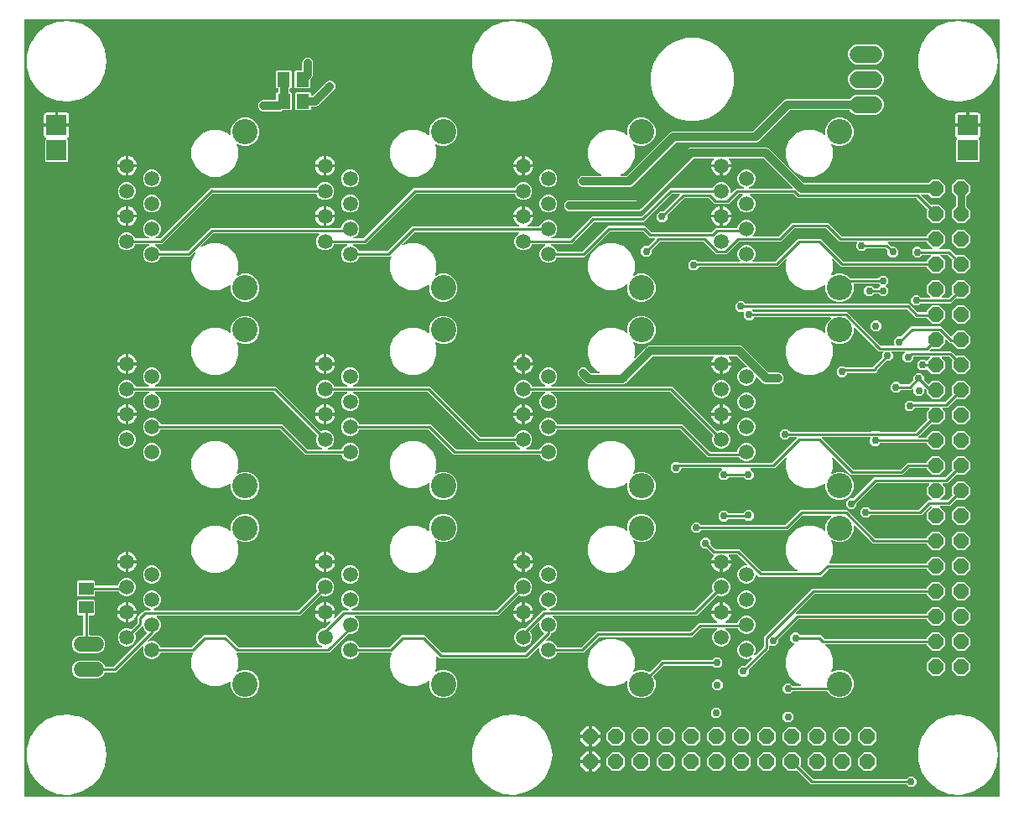
<source format=gbr>
G04 EAGLE Gerber RS-274X export*
G75*
%MOMM*%
%FSLAX34Y34*%
%LPD*%
%INTop Copper*%
%IPPOS*%
%AMOC8*
5,1,8,0,0,1.08239X$1,22.5*%
G01*
%ADD10C,1.508000*%
%ADD11C,2.550000*%
%ADD12R,2.025000X2.025000*%
%ADD13P,1.649562X8X292.500000*%
%ADD14R,1.300000X1.500000*%
%ADD15C,1.676400*%
%ADD16C,1.524000*%
%ADD17R,1.500000X1.300000*%
%ADD18P,1.649562X8X22.500000*%
%ADD19C,0.812800*%
%ADD20C,0.756400*%
%ADD21C,0.254000*%
%ADD22C,0.762000*%

G36*
X991638Y7624D02*
X991638Y7624D01*
X991657Y7622D01*
X991759Y7644D01*
X991861Y7660D01*
X991878Y7670D01*
X991898Y7674D01*
X991987Y7727D01*
X992078Y7776D01*
X992092Y7790D01*
X992109Y7800D01*
X992176Y7879D01*
X992248Y7954D01*
X992256Y7972D01*
X992269Y7987D01*
X992308Y8083D01*
X992351Y8177D01*
X992353Y8197D01*
X992361Y8215D01*
X992379Y8382D01*
X992379Y791618D01*
X992376Y791638D01*
X992378Y791657D01*
X992356Y791759D01*
X992340Y791861D01*
X992330Y791878D01*
X992326Y791898D01*
X992273Y791987D01*
X992224Y792078D01*
X992210Y792092D01*
X992200Y792109D01*
X992121Y792176D01*
X992046Y792248D01*
X992028Y792256D01*
X992013Y792269D01*
X991917Y792308D01*
X991823Y792351D01*
X991803Y792353D01*
X991785Y792361D01*
X991618Y792379D01*
X8382Y792379D01*
X8362Y792376D01*
X8343Y792378D01*
X8241Y792356D01*
X8139Y792340D01*
X8122Y792330D01*
X8102Y792326D01*
X8013Y792273D01*
X7922Y792224D01*
X7908Y792210D01*
X7891Y792200D01*
X7824Y792121D01*
X7752Y792046D01*
X7744Y792028D01*
X7731Y792013D01*
X7692Y791917D01*
X7649Y791823D01*
X7647Y791803D01*
X7639Y791785D01*
X7621Y791618D01*
X7621Y8382D01*
X7624Y8362D01*
X7622Y8343D01*
X7644Y8241D01*
X7660Y8139D01*
X7670Y8122D01*
X7674Y8102D01*
X7727Y8013D01*
X7776Y7922D01*
X7790Y7908D01*
X7800Y7891D01*
X7879Y7824D01*
X7954Y7752D01*
X7972Y7744D01*
X7987Y7731D01*
X8083Y7692D01*
X8177Y7649D01*
X8197Y7647D01*
X8215Y7639D01*
X8382Y7621D01*
X991618Y7621D01*
X991638Y7624D01*
G37*
%LPC*%
G36*
X227661Y506975D02*
X227661Y506975D01*
X222414Y509148D01*
X218398Y513164D01*
X216225Y518411D01*
X216225Y523833D01*
X216214Y523903D01*
X216212Y523975D01*
X216194Y524024D01*
X216186Y524075D01*
X216152Y524139D01*
X216127Y524206D01*
X216095Y524247D01*
X216070Y524293D01*
X216018Y524342D01*
X215974Y524398D01*
X215930Y524426D01*
X215892Y524462D01*
X215827Y524492D01*
X215767Y524531D01*
X215716Y524544D01*
X215669Y524566D01*
X215598Y524574D01*
X215528Y524591D01*
X215476Y524587D01*
X215425Y524593D01*
X215354Y524578D01*
X215283Y524572D01*
X215235Y524552D01*
X215184Y524541D01*
X215123Y524504D01*
X215057Y524476D01*
X215001Y524431D01*
X214973Y524414D01*
X214958Y524397D01*
X214926Y524371D01*
X213380Y522825D01*
X204698Y519229D01*
X195302Y519229D01*
X186620Y522825D01*
X179975Y529470D01*
X176379Y538152D01*
X176379Y547548D01*
X179969Y556216D01*
X179979Y556255D01*
X179989Y556277D01*
X179993Y556315D01*
X180020Y556404D01*
X180020Y556430D01*
X180026Y556455D01*
X180017Y556552D01*
X180014Y556650D01*
X180005Y556674D01*
X180003Y556700D01*
X179963Y556789D01*
X179930Y556881D01*
X179913Y556901D01*
X179903Y556925D01*
X179837Y556997D01*
X179776Y557073D01*
X179754Y557087D01*
X179736Y557106D01*
X179651Y557153D01*
X179569Y557206D01*
X179544Y557212D01*
X179521Y557225D01*
X179425Y557242D01*
X179330Y557266D01*
X179304Y557264D01*
X179279Y557268D01*
X179182Y557254D01*
X179085Y557247D01*
X179061Y557236D01*
X179035Y557233D01*
X178948Y557188D01*
X178859Y557150D01*
X178833Y557130D01*
X178816Y557121D01*
X178793Y557097D01*
X178783Y557090D01*
X178781Y557088D01*
X178779Y557086D01*
X178728Y557046D01*
X176298Y554615D01*
X174438Y552755D01*
X145663Y552755D01*
X145548Y552736D01*
X145432Y552719D01*
X145426Y552717D01*
X145420Y552716D01*
X145317Y552661D01*
X145212Y552608D01*
X145208Y552603D01*
X145203Y552600D01*
X145123Y552516D01*
X145040Y552432D01*
X145037Y552426D01*
X145033Y552422D01*
X145025Y552405D01*
X144959Y552285D01*
X144185Y550415D01*
X141635Y547865D01*
X138303Y546485D01*
X134697Y546485D01*
X131365Y547865D01*
X128815Y550415D01*
X127435Y553747D01*
X127435Y557353D01*
X128815Y560685D01*
X131365Y563235D01*
X133190Y563991D01*
X133273Y564042D01*
X133359Y564088D01*
X133377Y564106D01*
X133399Y564120D01*
X133462Y564196D01*
X133529Y564266D01*
X133540Y564290D01*
X133556Y564310D01*
X133591Y564401D01*
X133632Y564489D01*
X133635Y564515D01*
X133644Y564539D01*
X133649Y564637D01*
X133659Y564733D01*
X133654Y564759D01*
X133655Y564785D01*
X133628Y564879D01*
X133607Y564974D01*
X133594Y564996D01*
X133586Y565021D01*
X133531Y565101D01*
X133481Y565185D01*
X133461Y565202D01*
X133446Y565223D01*
X133368Y565282D01*
X133294Y565345D01*
X133270Y565355D01*
X133249Y565370D01*
X133156Y565400D01*
X133066Y565437D01*
X133033Y565440D01*
X133015Y565446D01*
X132982Y565446D01*
X132899Y565455D01*
X120263Y565455D01*
X120148Y565436D01*
X120032Y565419D01*
X120026Y565417D01*
X120020Y565416D01*
X119918Y565361D01*
X119812Y565308D01*
X119808Y565303D01*
X119802Y565300D01*
X119723Y565216D01*
X119640Y565132D01*
X119637Y565126D01*
X119633Y565122D01*
X119625Y565105D01*
X119559Y564985D01*
X118785Y563115D01*
X116235Y560565D01*
X112903Y559185D01*
X109297Y559185D01*
X105965Y560565D01*
X103415Y563115D01*
X102035Y566447D01*
X102035Y570053D01*
X103415Y573385D01*
X105965Y575935D01*
X109297Y577315D01*
X112903Y577315D01*
X116235Y575935D01*
X118785Y573385D01*
X119559Y571515D01*
X119621Y571415D01*
X119681Y571315D01*
X119686Y571311D01*
X119689Y571306D01*
X119779Y571231D01*
X119868Y571155D01*
X119874Y571153D01*
X119878Y571149D01*
X119987Y571107D01*
X120096Y571063D01*
X120103Y571062D01*
X120108Y571061D01*
X120126Y571060D01*
X120263Y571045D01*
X132899Y571045D01*
X132995Y571060D01*
X133092Y571070D01*
X133116Y571080D01*
X133142Y571084D01*
X133228Y571130D01*
X133317Y571170D01*
X133336Y571187D01*
X133359Y571200D01*
X133426Y571270D01*
X133498Y571336D01*
X133511Y571359D01*
X133529Y571378D01*
X133570Y571466D01*
X133617Y571552D01*
X133621Y571577D01*
X133632Y571601D01*
X133643Y571698D01*
X133660Y571794D01*
X133656Y571820D01*
X133659Y571845D01*
X133639Y571941D01*
X133625Y572037D01*
X133613Y572060D01*
X133607Y572086D01*
X133557Y572169D01*
X133513Y572256D01*
X133494Y572275D01*
X133481Y572297D01*
X133407Y572360D01*
X133337Y572428D01*
X133309Y572444D01*
X133294Y572457D01*
X133263Y572469D01*
X133190Y572509D01*
X131365Y573265D01*
X128815Y575815D01*
X127435Y579147D01*
X127435Y582753D01*
X128815Y586085D01*
X131365Y588635D01*
X134697Y590015D01*
X138303Y590015D01*
X141635Y588635D01*
X144185Y586085D01*
X145565Y582753D01*
X145565Y579147D01*
X144185Y575815D01*
X141635Y573265D01*
X139810Y572509D01*
X139727Y572458D01*
X139641Y572412D01*
X139623Y572393D01*
X139601Y572380D01*
X139538Y572305D01*
X139471Y572234D01*
X139460Y572210D01*
X139444Y572190D01*
X139409Y572099D01*
X139368Y572011D01*
X139365Y571985D01*
X139355Y571961D01*
X139351Y571863D01*
X139341Y571767D01*
X139346Y571741D01*
X139345Y571715D01*
X139372Y571621D01*
X139393Y571526D01*
X139406Y571504D01*
X139414Y571479D01*
X139469Y571399D01*
X139519Y571315D01*
X139539Y571298D01*
X139554Y571277D01*
X139632Y571218D01*
X139706Y571155D01*
X139730Y571145D01*
X139751Y571130D01*
X139844Y571100D01*
X139934Y571063D01*
X139967Y571060D01*
X139985Y571054D01*
X140018Y571054D01*
X140101Y571045D01*
X143867Y571045D01*
X143957Y571059D01*
X144048Y571067D01*
X144078Y571079D01*
X144110Y571084D01*
X144190Y571127D01*
X144274Y571163D01*
X144306Y571189D01*
X144327Y571200D01*
X144349Y571223D01*
X144405Y571268D01*
X195692Y622555D01*
X198008Y622555D01*
X198495Y622068D01*
X198569Y622015D01*
X198638Y621955D01*
X198668Y621943D01*
X198694Y621924D01*
X198781Y621897D01*
X198866Y621863D01*
X198907Y621859D01*
X198929Y621852D01*
X198962Y621853D01*
X199033Y621845D01*
X301937Y621845D01*
X302052Y621864D01*
X302168Y621881D01*
X302174Y621883D01*
X302180Y621884D01*
X302283Y621939D01*
X302388Y621992D01*
X302392Y621997D01*
X302397Y622000D01*
X302477Y622084D01*
X302560Y622168D01*
X302563Y622174D01*
X302567Y622178D01*
X302575Y622195D01*
X302641Y622315D01*
X303415Y624185D01*
X305965Y626735D01*
X309297Y628115D01*
X312903Y628115D01*
X316235Y626735D01*
X318785Y624185D01*
X320165Y620853D01*
X320165Y617247D01*
X318785Y613915D01*
X316235Y611365D01*
X312903Y609985D01*
X309297Y609985D01*
X305965Y611365D01*
X303415Y613915D01*
X302641Y615785D01*
X302579Y615885D01*
X302519Y615985D01*
X302514Y615989D01*
X302511Y615994D01*
X302421Y616069D01*
X302332Y616145D01*
X302326Y616147D01*
X302322Y616151D01*
X302213Y616193D01*
X302104Y616237D01*
X302097Y616238D01*
X302092Y616239D01*
X302074Y616240D01*
X301937Y616255D01*
X197613Y616255D01*
X197523Y616241D01*
X197432Y616233D01*
X197402Y616221D01*
X197370Y616216D01*
X197290Y616173D01*
X197206Y616137D01*
X197174Y616111D01*
X197153Y616100D01*
X197131Y616077D01*
X197075Y616032D01*
X146498Y565455D01*
X140101Y565455D01*
X140005Y565440D01*
X139908Y565430D01*
X139884Y565420D01*
X139858Y565416D01*
X139772Y565370D01*
X139683Y565330D01*
X139664Y565313D01*
X139641Y565300D01*
X139574Y565230D01*
X139502Y565164D01*
X139489Y565141D01*
X139471Y565122D01*
X139430Y565034D01*
X139383Y564948D01*
X139379Y564923D01*
X139368Y564899D01*
X139357Y564802D01*
X139340Y564706D01*
X139344Y564680D01*
X139341Y564655D01*
X139361Y564559D01*
X139376Y564463D01*
X139387Y564440D01*
X139393Y564414D01*
X139443Y564331D01*
X139487Y564244D01*
X139506Y564225D01*
X139519Y564203D01*
X139593Y564140D01*
X139663Y564072D01*
X139691Y564056D01*
X139706Y564043D01*
X139737Y564031D01*
X139810Y563991D01*
X141635Y563235D01*
X144185Y560685D01*
X144959Y558815D01*
X145021Y558715D01*
X145081Y558615D01*
X145086Y558611D01*
X145089Y558606D01*
X145179Y558531D01*
X145268Y558455D01*
X145274Y558453D01*
X145278Y558449D01*
X145387Y558407D01*
X145496Y558363D01*
X145503Y558362D01*
X145508Y558361D01*
X145526Y558360D01*
X145663Y558345D01*
X171807Y558345D01*
X171897Y558359D01*
X171988Y558367D01*
X172018Y558379D01*
X172050Y558384D01*
X172131Y558427D01*
X172214Y558463D01*
X172247Y558489D01*
X172267Y558500D01*
X172289Y558523D01*
X172345Y558568D01*
X195692Y581915D01*
X326674Y581915D01*
X326694Y581918D01*
X326713Y581916D01*
X326815Y581938D01*
X326917Y581954D01*
X326934Y581964D01*
X326954Y581968D01*
X327043Y582021D01*
X327134Y582070D01*
X327148Y582084D01*
X327165Y582094D01*
X327232Y582173D01*
X327304Y582248D01*
X327312Y582266D01*
X327325Y582281D01*
X327364Y582377D01*
X327407Y582471D01*
X327409Y582491D01*
X327417Y582509D01*
X327435Y582676D01*
X327435Y582753D01*
X328815Y586085D01*
X331365Y588635D01*
X334697Y590015D01*
X338303Y590015D01*
X341635Y588635D01*
X344185Y586085D01*
X345565Y582753D01*
X345565Y579147D01*
X344185Y575815D01*
X341635Y573265D01*
X339810Y572509D01*
X339727Y572458D01*
X339641Y572412D01*
X339623Y572394D01*
X339601Y572380D01*
X339538Y572304D01*
X339471Y572234D01*
X339460Y572210D01*
X339444Y572190D01*
X339409Y572099D01*
X339368Y572011D01*
X339365Y571985D01*
X339356Y571961D01*
X339351Y571863D01*
X339341Y571767D01*
X339346Y571741D01*
X339345Y571715D01*
X339372Y571621D01*
X339393Y571526D01*
X339406Y571504D01*
X339414Y571479D01*
X339469Y571399D01*
X339519Y571315D01*
X339539Y571298D01*
X339554Y571277D01*
X339632Y571218D01*
X339706Y571155D01*
X339730Y571145D01*
X339751Y571130D01*
X339844Y571100D01*
X339934Y571063D01*
X339967Y571060D01*
X339985Y571054D01*
X340018Y571054D01*
X340101Y571045D01*
X349607Y571045D01*
X349697Y571059D01*
X349788Y571067D01*
X349818Y571079D01*
X349850Y571084D01*
X349930Y571127D01*
X350014Y571163D01*
X350046Y571189D01*
X350067Y571200D01*
X350089Y571223D01*
X350145Y571268D01*
X400722Y621845D01*
X501937Y621845D01*
X502052Y621864D01*
X502168Y621881D01*
X502174Y621883D01*
X502180Y621884D01*
X502282Y621939D01*
X502388Y621992D01*
X502392Y621997D01*
X502398Y622000D01*
X502477Y622084D01*
X502560Y622168D01*
X502563Y622174D01*
X502567Y622178D01*
X502575Y622195D01*
X502641Y622315D01*
X503415Y624185D01*
X505965Y626735D01*
X509297Y628115D01*
X512903Y628115D01*
X516235Y626735D01*
X518785Y624185D01*
X520165Y620853D01*
X520165Y617247D01*
X518785Y613915D01*
X516235Y611365D01*
X512903Y609985D01*
X509297Y609985D01*
X505965Y611365D01*
X503415Y613915D01*
X502641Y615785D01*
X502579Y615885D01*
X502519Y615985D01*
X502514Y615989D01*
X502511Y615994D01*
X502421Y616069D01*
X502332Y616145D01*
X502326Y616147D01*
X502322Y616151D01*
X502213Y616193D01*
X502104Y616237D01*
X502097Y616238D01*
X502092Y616239D01*
X502074Y616240D01*
X501937Y616255D01*
X403353Y616255D01*
X403263Y616241D01*
X403172Y616233D01*
X403142Y616221D01*
X403110Y616216D01*
X403030Y616173D01*
X402946Y616137D01*
X402914Y616111D01*
X402893Y616100D01*
X402871Y616077D01*
X402815Y616032D01*
X352238Y565455D01*
X340101Y565455D01*
X340005Y565440D01*
X339908Y565430D01*
X339884Y565420D01*
X339858Y565416D01*
X339772Y565370D01*
X339683Y565330D01*
X339664Y565313D01*
X339641Y565300D01*
X339574Y565230D01*
X339502Y565164D01*
X339489Y565141D01*
X339471Y565122D01*
X339430Y565034D01*
X339383Y564948D01*
X339379Y564923D01*
X339368Y564899D01*
X339357Y564802D01*
X339340Y564706D01*
X339344Y564680D01*
X339341Y564655D01*
X339361Y564559D01*
X339376Y564463D01*
X339387Y564440D01*
X339393Y564414D01*
X339443Y564331D01*
X339487Y564244D01*
X339506Y564225D01*
X339519Y564203D01*
X339593Y564140D01*
X339663Y564072D01*
X339691Y564056D01*
X339706Y564043D01*
X339737Y564031D01*
X339810Y563991D01*
X341635Y563235D01*
X344185Y560685D01*
X344959Y558815D01*
X345021Y558715D01*
X345081Y558615D01*
X345086Y558611D01*
X345089Y558606D01*
X345179Y558531D01*
X345268Y558455D01*
X345274Y558453D01*
X345278Y558449D01*
X345387Y558407D01*
X345496Y558363D01*
X345503Y558362D01*
X345508Y558361D01*
X345526Y558360D01*
X345663Y558345D01*
X373737Y558345D01*
X373827Y558359D01*
X373918Y558367D01*
X373948Y558379D01*
X373980Y558384D01*
X374060Y558427D01*
X374144Y558463D01*
X374176Y558489D01*
X374197Y558500D01*
X374219Y558523D01*
X374275Y558568D01*
X398892Y583185D01*
X506264Y583185D01*
X506331Y583196D01*
X506398Y583197D01*
X506451Y583215D01*
X506506Y583224D01*
X506566Y583256D01*
X506630Y583279D01*
X506674Y583313D01*
X506724Y583340D01*
X506771Y583389D01*
X506824Y583431D01*
X506855Y583477D01*
X506893Y583518D01*
X506922Y583579D01*
X506959Y583636D01*
X506973Y583690D01*
X506997Y583741D01*
X507004Y583808D01*
X507022Y583874D01*
X507018Y583930D01*
X507024Y583985D01*
X507010Y584052D01*
X507005Y584119D01*
X506984Y584171D01*
X506972Y584226D01*
X506937Y584284D01*
X506911Y584347D01*
X506874Y584389D01*
X506846Y584437D01*
X506794Y584481D01*
X506749Y584532D01*
X506684Y584575D01*
X506659Y584597D01*
X506639Y584605D01*
X506609Y584624D01*
X505817Y585028D01*
X504533Y585961D01*
X503411Y587083D01*
X502478Y588367D01*
X501758Y589780D01*
X501267Y591289D01*
X501135Y592127D01*
X510338Y592127D01*
X510358Y592130D01*
X510377Y592128D01*
X510479Y592150D01*
X510581Y592167D01*
X510598Y592176D01*
X510618Y592180D01*
X510707Y592233D01*
X510798Y592282D01*
X510812Y592296D01*
X510829Y592306D01*
X510896Y592385D01*
X510967Y592460D01*
X510976Y592478D01*
X510989Y592493D01*
X511027Y592589D01*
X511071Y592683D01*
X511073Y592703D01*
X511081Y592721D01*
X511099Y592888D01*
X511099Y593651D01*
X511101Y593651D01*
X511101Y592888D01*
X511104Y592868D01*
X511102Y592849D01*
X511124Y592747D01*
X511141Y592645D01*
X511150Y592628D01*
X511154Y592608D01*
X511207Y592519D01*
X511256Y592428D01*
X511270Y592414D01*
X511280Y592397D01*
X511359Y592330D01*
X511434Y592259D01*
X511452Y592250D01*
X511467Y592237D01*
X511563Y592198D01*
X511657Y592155D01*
X511677Y592153D01*
X511695Y592145D01*
X511862Y592127D01*
X521065Y592127D01*
X520933Y591289D01*
X520442Y589780D01*
X519722Y588367D01*
X518789Y587083D01*
X517667Y585961D01*
X516383Y585028D01*
X515591Y584624D01*
X515536Y584584D01*
X515476Y584552D01*
X515438Y584512D01*
X515392Y584479D01*
X515353Y584423D01*
X515307Y584374D01*
X515283Y584323D01*
X515251Y584277D01*
X515232Y584213D01*
X515203Y584151D01*
X515197Y584095D01*
X515181Y584042D01*
X515184Y583974D01*
X515176Y583907D01*
X515188Y583852D01*
X515190Y583796D01*
X515214Y583732D01*
X515228Y583666D01*
X515257Y583618D01*
X515277Y583566D01*
X515320Y583513D01*
X515354Y583455D01*
X515397Y583419D01*
X515432Y583375D01*
X515490Y583339D01*
X515541Y583295D01*
X515593Y583274D01*
X515641Y583244D01*
X515707Y583229D01*
X515770Y583203D01*
X515848Y583195D01*
X515880Y583187D01*
X515901Y583189D01*
X515936Y583185D01*
X527105Y583185D01*
X527220Y583204D01*
X527336Y583221D01*
X527342Y583223D01*
X527348Y583224D01*
X527451Y583279D01*
X527556Y583332D01*
X527560Y583337D01*
X527566Y583340D01*
X527645Y583424D01*
X527728Y583508D01*
X527731Y583514D01*
X527735Y583518D01*
X527743Y583535D01*
X527809Y583655D01*
X528815Y586085D01*
X531365Y588635D01*
X534697Y590015D01*
X538303Y590015D01*
X541635Y588635D01*
X544185Y586085D01*
X545565Y582753D01*
X545565Y579147D01*
X544185Y575815D01*
X541635Y573265D01*
X539810Y572509D01*
X539727Y572458D01*
X539641Y572412D01*
X539623Y572394D01*
X539601Y572380D01*
X539538Y572304D01*
X539471Y572234D01*
X539460Y572210D01*
X539444Y572190D01*
X539409Y572099D01*
X539368Y572011D01*
X539365Y571985D01*
X539356Y571961D01*
X539351Y571863D01*
X539341Y571767D01*
X539346Y571741D01*
X539345Y571715D01*
X539372Y571621D01*
X539393Y571526D01*
X539406Y571504D01*
X539414Y571479D01*
X539469Y571399D01*
X539519Y571315D01*
X539539Y571298D01*
X539554Y571277D01*
X539632Y571218D01*
X539706Y571155D01*
X539730Y571145D01*
X539751Y571130D01*
X539844Y571100D01*
X539934Y571063D01*
X539967Y571060D01*
X539985Y571054D01*
X540018Y571054D01*
X540101Y571045D01*
X558141Y571045D01*
X558231Y571059D01*
X558322Y571067D01*
X558352Y571079D01*
X558384Y571084D01*
X558464Y571127D01*
X558548Y571163D01*
X558580Y571189D01*
X558601Y571200D01*
X558623Y571223D01*
X558679Y571268D01*
X580756Y593345D01*
X630479Y593345D01*
X630569Y593359D01*
X630660Y593367D01*
X630690Y593379D01*
X630722Y593384D01*
X630802Y593427D01*
X630886Y593463D01*
X630918Y593489D01*
X630939Y593500D01*
X630961Y593523D01*
X631017Y593568D01*
X659242Y621793D01*
X701916Y621793D01*
X702031Y621812D01*
X702147Y621829D01*
X702152Y621831D01*
X702159Y621832D01*
X702261Y621887D01*
X702366Y621940D01*
X702370Y621945D01*
X702376Y621948D01*
X702456Y622032D01*
X702538Y622116D01*
X702542Y622122D01*
X702545Y622126D01*
X702553Y622143D01*
X702619Y622263D01*
X703415Y624185D01*
X705965Y626735D01*
X709297Y628115D01*
X712903Y628115D01*
X716235Y626735D01*
X718785Y624185D01*
X720165Y620853D01*
X720165Y617243D01*
X720176Y617172D01*
X720178Y617100D01*
X720196Y617051D01*
X720204Y617000D01*
X720238Y616937D01*
X720263Y616869D01*
X720295Y616829D01*
X720320Y616783D01*
X720372Y616733D01*
X720416Y616677D01*
X720460Y616649D01*
X720498Y616613D01*
X720563Y616583D01*
X720623Y616544D01*
X720674Y616532D01*
X720721Y616510D01*
X720792Y616502D01*
X720862Y616484D01*
X720914Y616488D01*
X720965Y616483D01*
X721036Y616498D01*
X721107Y616503D01*
X721155Y616524D01*
X721206Y616535D01*
X721267Y616572D01*
X721333Y616600D01*
X721389Y616645D01*
X721417Y616661D01*
X721432Y616679D01*
X721464Y616705D01*
X724438Y619679D01*
X726298Y621539D01*
X733638Y621539D01*
X733734Y621554D01*
X733831Y621564D01*
X733855Y621574D01*
X733881Y621578D01*
X733967Y621624D01*
X734056Y621664D01*
X734075Y621681D01*
X734098Y621694D01*
X734165Y621764D01*
X734237Y621830D01*
X734249Y621853D01*
X734267Y621872D01*
X734308Y621960D01*
X734355Y622046D01*
X734360Y622071D01*
X734371Y622095D01*
X734382Y622192D01*
X734399Y622288D01*
X734395Y622314D01*
X734398Y622339D01*
X734377Y622435D01*
X734363Y622531D01*
X734351Y622554D01*
X734346Y622580D01*
X734296Y622663D01*
X734252Y622750D01*
X734233Y622769D01*
X734220Y622791D01*
X734146Y622854D01*
X734076Y622922D01*
X734048Y622938D01*
X734033Y622951D01*
X734002Y622963D01*
X733929Y623003D01*
X731365Y624065D01*
X728815Y626615D01*
X727435Y629947D01*
X727435Y633553D01*
X728815Y636885D01*
X731365Y639435D01*
X734697Y640815D01*
X738303Y640815D01*
X741635Y639435D01*
X744185Y636885D01*
X745565Y633553D01*
X745565Y629947D01*
X744185Y626615D01*
X741635Y624065D01*
X739071Y623003D01*
X738988Y622952D01*
X738902Y622906D01*
X738884Y622888D01*
X738862Y622874D01*
X738800Y622798D01*
X738733Y622728D01*
X738722Y622704D01*
X738705Y622684D01*
X738670Y622593D01*
X738629Y622505D01*
X738626Y622479D01*
X738617Y622455D01*
X738613Y622357D01*
X738602Y622261D01*
X738607Y622235D01*
X738606Y622209D01*
X738633Y622115D01*
X738654Y622020D01*
X738668Y621998D01*
X738675Y621973D01*
X738730Y621893D01*
X738780Y621809D01*
X738800Y621792D01*
X738815Y621771D01*
X738893Y621712D01*
X738967Y621649D01*
X738992Y621639D01*
X739013Y621624D01*
X739105Y621594D01*
X739195Y621557D01*
X739228Y621554D01*
X739246Y621548D01*
X739279Y621548D01*
X739362Y621539D01*
X782230Y621539D01*
X782301Y621550D01*
X782372Y621552D01*
X782421Y621570D01*
X782473Y621578D01*
X782536Y621612D01*
X782603Y621637D01*
X782644Y621669D01*
X782690Y621694D01*
X782739Y621745D01*
X782795Y621790D01*
X782823Y621834D01*
X782859Y621872D01*
X782889Y621937D01*
X782928Y621997D01*
X782941Y622048D01*
X782963Y622095D01*
X782971Y622166D01*
X782988Y622236D01*
X782984Y622288D01*
X782990Y622339D01*
X782975Y622410D01*
X782969Y622481D01*
X782949Y622529D01*
X782938Y622580D01*
X782901Y622641D01*
X782873Y622707D01*
X782828Y622763D01*
X782812Y622791D01*
X782794Y622806D01*
X782768Y622838D01*
X753840Y651766D01*
X753766Y651819D01*
X753697Y651879D01*
X753666Y651891D01*
X753640Y651910D01*
X753553Y651937D01*
X753468Y651971D01*
X753428Y651975D01*
X753405Y651982D01*
X753373Y651981D01*
X753302Y651989D01*
X719577Y651989D01*
X719565Y651987D01*
X719553Y651989D01*
X719444Y651968D01*
X719334Y651950D01*
X719324Y651944D01*
X719312Y651942D01*
X719215Y651886D01*
X719117Y651834D01*
X719109Y651826D01*
X719098Y651820D01*
X719024Y651737D01*
X718947Y651656D01*
X718942Y651645D01*
X718934Y651636D01*
X718891Y651534D01*
X718844Y651433D01*
X718842Y651421D01*
X718838Y651410D01*
X718829Y651299D01*
X718817Y651189D01*
X718819Y651177D01*
X718818Y651165D01*
X718845Y651057D01*
X718869Y650948D01*
X718875Y650938D01*
X718878Y650926D01*
X718961Y650781D01*
X719722Y649733D01*
X720442Y648320D01*
X720933Y646811D01*
X721065Y645973D01*
X711862Y645973D01*
X711842Y645970D01*
X711823Y645972D01*
X711721Y645950D01*
X711619Y645933D01*
X711602Y645924D01*
X711582Y645920D01*
X711493Y645867D01*
X711402Y645818D01*
X711388Y645804D01*
X711371Y645794D01*
X711304Y645715D01*
X711233Y645640D01*
X711224Y645622D01*
X711211Y645607D01*
X711173Y645511D01*
X711129Y645417D01*
X711127Y645397D01*
X711119Y645379D01*
X711101Y645212D01*
X711101Y644449D01*
X711099Y644449D01*
X711099Y645212D01*
X711096Y645232D01*
X711098Y645251D01*
X711076Y645353D01*
X711059Y645455D01*
X711050Y645472D01*
X711046Y645492D01*
X710993Y645581D01*
X710944Y645672D01*
X710930Y645686D01*
X710920Y645703D01*
X710841Y645770D01*
X710766Y645841D01*
X710748Y645850D01*
X710733Y645863D01*
X710637Y645902D01*
X710543Y645945D01*
X710523Y645947D01*
X710505Y645955D01*
X710338Y645973D01*
X701135Y645973D01*
X701267Y646811D01*
X701758Y648320D01*
X702478Y649733D01*
X703239Y650781D01*
X703244Y650791D01*
X703253Y650800D01*
X703300Y650901D01*
X703349Y651000D01*
X703351Y651012D01*
X703356Y651023D01*
X703368Y651134D01*
X703384Y651244D01*
X703382Y651256D01*
X703383Y651267D01*
X703360Y651376D01*
X703339Y651486D01*
X703334Y651496D01*
X703331Y651508D01*
X703274Y651604D01*
X703220Y651701D01*
X703211Y651709D01*
X703205Y651719D01*
X703120Y651791D01*
X703038Y651866D01*
X703027Y651871D01*
X703018Y651879D01*
X702914Y651921D01*
X702813Y651965D01*
X702801Y651966D01*
X702790Y651971D01*
X702623Y651989D01*
X683576Y651989D01*
X683486Y651975D01*
X683395Y651967D01*
X683365Y651955D01*
X683334Y651950D01*
X683253Y651907D01*
X683169Y651871D01*
X683137Y651845D01*
X683116Y651834D01*
X683094Y651811D01*
X683038Y651766D01*
X630546Y599274D01*
X628492Y598423D01*
X556926Y598423D01*
X556385Y598647D01*
X556322Y598662D01*
X556261Y598687D01*
X556178Y598696D01*
X556146Y598703D01*
X556127Y598702D01*
X556094Y598705D01*
X555840Y598705D01*
X555660Y598885D01*
X555607Y598923D01*
X555560Y598969D01*
X555517Y598993D01*
X555507Y599002D01*
X555486Y599010D01*
X555460Y599029D01*
X555442Y599034D01*
X555413Y599050D01*
X554872Y599274D01*
X553300Y600846D01*
X553076Y601387D01*
X553041Y601443D01*
X553016Y601503D01*
X552964Y601568D01*
X552946Y601596D01*
X552931Y601609D01*
X552911Y601634D01*
X552731Y601814D01*
X552731Y602068D01*
X552721Y602133D01*
X552720Y602198D01*
X552697Y602278D01*
X552692Y602311D01*
X552682Y602328D01*
X552673Y602359D01*
X552449Y602900D01*
X552449Y605124D01*
X552673Y605665D01*
X552687Y605724D01*
X552703Y605758D01*
X552704Y605768D01*
X552713Y605789D01*
X552722Y605872D01*
X552729Y605904D01*
X552728Y605923D01*
X552731Y605956D01*
X552731Y606210D01*
X552911Y606390D01*
X552949Y606443D01*
X552995Y606490D01*
X553035Y606563D01*
X553055Y606590D01*
X553060Y606608D01*
X553076Y606637D01*
X553300Y607178D01*
X554872Y608750D01*
X555413Y608974D01*
X555469Y609009D01*
X555529Y609034D01*
X555594Y609086D01*
X555622Y609104D01*
X555635Y609119D01*
X555660Y609139D01*
X555840Y609319D01*
X556094Y609319D01*
X556159Y609329D01*
X556224Y609330D01*
X556304Y609353D01*
X556337Y609358D01*
X556354Y609368D01*
X556385Y609377D01*
X556926Y609601D01*
X624750Y609601D01*
X624840Y609615D01*
X624931Y609623D01*
X624961Y609635D01*
X624992Y609640D01*
X625073Y609683D01*
X625157Y609719D01*
X625189Y609745D01*
X625210Y609756D01*
X625232Y609779D01*
X625288Y609824D01*
X677780Y662316D01*
X679834Y663167D01*
X757044Y663167D01*
X759098Y662316D01*
X760777Y660637D01*
X794302Y627112D01*
X794376Y627059D01*
X794445Y626999D01*
X794476Y626987D01*
X794502Y626968D01*
X794589Y626941D01*
X794674Y626907D01*
X794714Y626903D01*
X794737Y626896D01*
X794769Y626897D01*
X794840Y626889D01*
X920111Y626889D01*
X920201Y626903D01*
X920292Y626911D01*
X920322Y626923D01*
X920354Y626928D01*
X920434Y626971D01*
X920518Y627007D01*
X920550Y627033D01*
X920571Y627044D01*
X920593Y627067D01*
X920649Y627112D01*
X923982Y630445D01*
X931558Y630445D01*
X936915Y625088D01*
X936915Y617512D01*
X931558Y612155D01*
X923982Y612155D01*
X920649Y615488D01*
X920575Y615541D01*
X920506Y615601D01*
X920476Y615613D01*
X920449Y615632D01*
X920362Y615659D01*
X920278Y615693D01*
X920237Y615697D01*
X920214Y615704D01*
X920182Y615703D01*
X920111Y615711D01*
X913749Y615711D01*
X913678Y615700D01*
X913606Y615698D01*
X913557Y615680D01*
X913506Y615672D01*
X913443Y615638D01*
X913375Y615613D01*
X913335Y615581D01*
X913289Y615556D01*
X913239Y615505D01*
X913183Y615460D01*
X913155Y615416D01*
X913119Y615378D01*
X913089Y615313D01*
X913050Y615253D01*
X913038Y615202D01*
X913016Y615155D01*
X913008Y615084D01*
X912990Y615014D01*
X912994Y614962D01*
X912989Y614911D01*
X913004Y614840D01*
X913009Y614769D01*
X913030Y614721D01*
X913041Y614670D01*
X913078Y614609D01*
X913106Y614543D01*
X913151Y614487D01*
X913167Y614459D01*
X913185Y614444D01*
X913211Y614412D01*
X922742Y604881D01*
X922758Y604869D01*
X922770Y604854D01*
X922858Y604797D01*
X922941Y604737D01*
X922960Y604731D01*
X922977Y604721D01*
X923078Y604695D01*
X923176Y604665D01*
X923196Y604665D01*
X923216Y604660D01*
X923319Y604669D01*
X923422Y604671D01*
X923441Y604678D01*
X923461Y604680D01*
X923556Y604720D01*
X923653Y604756D01*
X923669Y604768D01*
X923687Y604776D01*
X923818Y604881D01*
X923982Y605045D01*
X931558Y605045D01*
X936915Y599688D01*
X936915Y592112D01*
X931558Y586755D01*
X923982Y586755D01*
X918625Y592112D01*
X918625Y599688D01*
X918789Y599852D01*
X918801Y599868D01*
X918816Y599880D01*
X918873Y599968D01*
X918933Y600052D01*
X918939Y600071D01*
X918949Y600087D01*
X918975Y600188D01*
X919005Y600287D01*
X919005Y600307D01*
X919010Y600326D01*
X919001Y600429D01*
X918999Y600533D01*
X918992Y600551D01*
X918990Y600571D01*
X918950Y600666D01*
X918914Y600764D01*
X918902Y600779D01*
X918894Y600797D01*
X918789Y600928D01*
X908293Y611424D01*
X908219Y611477D01*
X908150Y611537D01*
X908120Y611549D01*
X908094Y611568D01*
X908007Y611595D01*
X907922Y611629D01*
X907881Y611633D01*
X907859Y611640D01*
X907826Y611639D01*
X907755Y611647D01*
X788212Y611647D01*
X784133Y615726D01*
X784059Y615779D01*
X783989Y615839D01*
X783959Y615851D01*
X783933Y615870D01*
X783846Y615897D01*
X783761Y615931D01*
X783720Y615935D01*
X783698Y615942D01*
X783666Y615941D01*
X783594Y615949D01*
X740840Y615949D01*
X740744Y615934D01*
X740647Y615924D01*
X740623Y615914D01*
X740597Y615910D01*
X740511Y615864D01*
X740422Y615824D01*
X740403Y615807D01*
X740380Y615794D01*
X740313Y615724D01*
X740241Y615658D01*
X740228Y615635D01*
X740210Y615616D01*
X740169Y615528D01*
X740122Y615442D01*
X740118Y615417D01*
X740107Y615393D01*
X740096Y615296D01*
X740078Y615200D01*
X740082Y615174D01*
X740079Y615149D01*
X740100Y615053D01*
X740114Y614957D01*
X740126Y614934D01*
X740132Y614908D01*
X740182Y614825D01*
X740226Y614738D01*
X740244Y614719D01*
X740258Y614697D01*
X740332Y614634D01*
X740401Y614566D01*
X740430Y614550D01*
X740445Y614537D01*
X740476Y614525D01*
X740548Y614485D01*
X741635Y614035D01*
X744185Y611485D01*
X745565Y608153D01*
X745565Y604547D01*
X744185Y601215D01*
X741635Y598665D01*
X738303Y597285D01*
X734697Y597285D01*
X731365Y598665D01*
X728815Y601215D01*
X727435Y604547D01*
X727435Y608153D01*
X728815Y611485D01*
X731365Y614035D01*
X732452Y614485D01*
X732535Y614536D01*
X732620Y614582D01*
X732638Y614601D01*
X732661Y614614D01*
X732723Y614689D01*
X732790Y614760D01*
X732801Y614784D01*
X732818Y614804D01*
X732852Y614895D01*
X732893Y614983D01*
X732896Y615009D01*
X732906Y615033D01*
X732910Y615131D01*
X732921Y615227D01*
X732915Y615253D01*
X732916Y615279D01*
X732889Y615373D01*
X732868Y615468D01*
X732855Y615490D01*
X732848Y615515D01*
X732792Y615595D01*
X732742Y615679D01*
X732722Y615696D01*
X732707Y615717D01*
X732629Y615776D01*
X732555Y615839D01*
X732531Y615849D01*
X732510Y615864D01*
X732417Y615894D01*
X732327Y615931D01*
X732295Y615934D01*
X732276Y615940D01*
X732243Y615940D01*
X732160Y615949D01*
X728929Y615949D01*
X728839Y615935D01*
X728748Y615927D01*
X728718Y615915D01*
X728686Y615910D01*
X728606Y615867D01*
X728522Y615831D01*
X728490Y615805D01*
X728469Y615794D01*
X728447Y615771D01*
X728391Y615726D01*
X718586Y605921D01*
X704322Y605921D01*
X698327Y611916D01*
X698253Y611969D01*
X698184Y612029D01*
X698154Y612041D01*
X698128Y612060D01*
X698041Y612087D01*
X697956Y612121D01*
X697915Y612125D01*
X697893Y612132D01*
X697860Y612131D01*
X697789Y612139D01*
X674573Y612139D01*
X674483Y612125D01*
X674392Y612117D01*
X674362Y612105D01*
X674330Y612100D01*
X674250Y612057D01*
X674166Y612021D01*
X674134Y611995D01*
X674113Y611984D01*
X674091Y611961D01*
X674035Y611916D01*
X656786Y594667D01*
X656733Y594593D01*
X656673Y594524D01*
X656661Y594494D01*
X656642Y594468D01*
X656615Y594381D01*
X656581Y594296D01*
X656577Y594255D01*
X656570Y594233D01*
X656571Y594200D01*
X656563Y594129D01*
X656563Y590892D01*
X653454Y587783D01*
X649058Y587783D01*
X645949Y590892D01*
X645949Y595288D01*
X649058Y598397D01*
X652295Y598397D01*
X652385Y598411D01*
X652476Y598419D01*
X652506Y598431D01*
X652538Y598436D01*
X652618Y598479D01*
X652702Y598515D01*
X652734Y598541D01*
X652755Y598552D01*
X652777Y598575D01*
X652833Y598620D01*
X669117Y614904D01*
X669159Y614962D01*
X669209Y615014D01*
X669231Y615061D01*
X669261Y615103D01*
X669282Y615172D01*
X669312Y615237D01*
X669318Y615289D01*
X669333Y615339D01*
X669331Y615410D01*
X669339Y615481D01*
X669328Y615532D01*
X669327Y615584D01*
X669302Y615652D01*
X669287Y615722D01*
X669260Y615767D01*
X669242Y615815D01*
X669198Y615871D01*
X669161Y615933D01*
X669121Y615967D01*
X669089Y616007D01*
X669028Y616046D01*
X668974Y616093D01*
X668926Y616112D01*
X668882Y616140D01*
X668812Y616158D01*
X668746Y616185D01*
X668674Y616193D01*
X668643Y616201D01*
X668620Y616199D01*
X668579Y616203D01*
X661873Y616203D01*
X661783Y616189D01*
X661692Y616181D01*
X661662Y616169D01*
X661630Y616164D01*
X661550Y616121D01*
X661466Y616085D01*
X661434Y616059D01*
X661413Y616048D01*
X661391Y616025D01*
X661335Y615980D01*
X633110Y587755D01*
X583387Y587755D01*
X583297Y587741D01*
X583206Y587733D01*
X583176Y587721D01*
X583144Y587716D01*
X583064Y587673D01*
X582980Y587637D01*
X582948Y587611D01*
X582927Y587600D01*
X582905Y587577D01*
X582849Y587532D01*
X560772Y565455D01*
X540101Y565455D01*
X540005Y565440D01*
X539908Y565430D01*
X539884Y565420D01*
X539858Y565416D01*
X539772Y565370D01*
X539683Y565330D01*
X539664Y565313D01*
X539641Y565300D01*
X539574Y565230D01*
X539502Y565164D01*
X539489Y565141D01*
X539471Y565122D01*
X539430Y565034D01*
X539383Y564948D01*
X539379Y564923D01*
X539368Y564899D01*
X539357Y564802D01*
X539340Y564706D01*
X539344Y564680D01*
X539341Y564655D01*
X539361Y564559D01*
X539376Y564463D01*
X539387Y564440D01*
X539393Y564414D01*
X539443Y564331D01*
X539487Y564244D01*
X539506Y564225D01*
X539519Y564203D01*
X539593Y564140D01*
X539663Y564072D01*
X539691Y564056D01*
X539706Y564043D01*
X539737Y564031D01*
X539810Y563991D01*
X541635Y563235D01*
X544185Y560685D01*
X545191Y558255D01*
X545253Y558155D01*
X545313Y558055D01*
X545318Y558051D01*
X545321Y558046D01*
X545411Y557971D01*
X545500Y557895D01*
X545506Y557893D01*
X545510Y557889D01*
X545619Y557847D01*
X545728Y557803D01*
X545735Y557802D01*
X545740Y557801D01*
X545758Y557800D01*
X545895Y557785D01*
X570535Y557785D01*
X570625Y557799D01*
X570716Y557807D01*
X570746Y557819D01*
X570778Y557824D01*
X570858Y557867D01*
X570942Y557903D01*
X570974Y557929D01*
X570995Y557940D01*
X571017Y557963D01*
X571073Y558008D01*
X596810Y583745D01*
X634328Y583745D01*
X636188Y581885D01*
X640507Y577566D01*
X640581Y577513D01*
X640650Y577453D01*
X640680Y577441D01*
X640706Y577422D01*
X640793Y577395D01*
X640878Y577361D01*
X640919Y577357D01*
X640941Y577350D01*
X640974Y577351D01*
X641045Y577343D01*
X644798Y577343D01*
X644888Y577358D01*
X644903Y577359D01*
X697263Y577359D01*
X697281Y577357D01*
X697304Y577350D01*
X697336Y577351D01*
X697408Y577343D01*
X701311Y577343D01*
X701401Y577357D01*
X701492Y577365D01*
X701521Y577377D01*
X701553Y577382D01*
X701634Y577425D01*
X701718Y577461D01*
X701750Y577487D01*
X701771Y577498D01*
X701793Y577521D01*
X701849Y577566D01*
X703802Y579519D01*
X705662Y581379D01*
X719097Y581379D01*
X719187Y581393D01*
X719278Y581401D01*
X719293Y581407D01*
X726674Y581407D01*
X726694Y581410D01*
X726713Y581408D01*
X726815Y581430D01*
X726917Y581446D01*
X726934Y581456D01*
X726954Y581460D01*
X727043Y581513D01*
X727134Y581562D01*
X727148Y581576D01*
X727165Y581586D01*
X727232Y581665D01*
X727304Y581740D01*
X727312Y581758D01*
X727325Y581773D01*
X727364Y581869D01*
X727407Y581963D01*
X727409Y581983D01*
X727417Y582001D01*
X727435Y582168D01*
X727435Y582753D01*
X728815Y586085D01*
X731365Y588635D01*
X734697Y590015D01*
X738303Y590015D01*
X741635Y588635D01*
X744185Y586085D01*
X745565Y582753D01*
X745565Y579147D01*
X744185Y575815D01*
X742964Y574594D01*
X742922Y574536D01*
X742873Y574484D01*
X742851Y574437D01*
X742820Y574395D01*
X742799Y574326D01*
X742769Y574261D01*
X742763Y574209D01*
X742748Y574159D01*
X742750Y574088D01*
X742742Y574017D01*
X742753Y573966D01*
X742754Y573914D01*
X742779Y573846D01*
X742794Y573776D01*
X742821Y573731D01*
X742839Y573683D01*
X742884Y573627D01*
X742920Y573565D01*
X742960Y573531D01*
X742992Y573491D01*
X743053Y573452D01*
X743107Y573405D01*
X743155Y573386D01*
X743199Y573358D01*
X743269Y573340D01*
X743335Y573313D01*
X743407Y573305D01*
X743438Y573297D01*
X743461Y573299D01*
X743502Y573295D01*
X768720Y573295D01*
X768810Y573309D01*
X768901Y573317D01*
X768931Y573329D01*
X768963Y573334D01*
X769043Y573377D01*
X769127Y573413D01*
X769159Y573439D01*
X769180Y573450D01*
X769202Y573473D01*
X769258Y573518D01*
X782531Y586791D01*
X819247Y586791D01*
X832520Y573518D01*
X832594Y573465D01*
X832663Y573405D01*
X832693Y573393D01*
X832720Y573374D01*
X832807Y573347D01*
X832891Y573313D01*
X832932Y573309D01*
X832955Y573302D01*
X832987Y573303D01*
X833058Y573295D01*
X917864Y573295D01*
X917884Y573298D01*
X917903Y573296D01*
X918005Y573318D01*
X918107Y573334D01*
X918124Y573344D01*
X918144Y573348D01*
X918233Y573401D01*
X918324Y573450D01*
X918338Y573464D01*
X918355Y573474D01*
X918422Y573553D01*
X918494Y573628D01*
X918502Y573646D01*
X918515Y573661D01*
X918554Y573757D01*
X918597Y573851D01*
X918599Y573871D01*
X918607Y573889D01*
X918625Y574056D01*
X918625Y574288D01*
X923982Y579645D01*
X931558Y579645D01*
X936915Y574288D01*
X936915Y566712D01*
X931573Y561370D01*
X931531Y561312D01*
X931482Y561260D01*
X931460Y561213D01*
X931429Y561171D01*
X931408Y561102D01*
X931378Y561037D01*
X931372Y560985D01*
X931357Y560935D01*
X931359Y560864D01*
X931351Y560793D01*
X931362Y560742D01*
X931363Y560690D01*
X931388Y560622D01*
X931403Y560552D01*
X931430Y560507D01*
X931448Y560459D01*
X931493Y560403D01*
X931529Y560341D01*
X931569Y560307D01*
X931601Y560267D01*
X931662Y560228D01*
X931716Y560181D01*
X931765Y560162D01*
X931808Y560134D01*
X931878Y560116D01*
X931944Y560089D01*
X932016Y560081D01*
X932047Y560073D01*
X932070Y560075D01*
X932111Y560071D01*
X942152Y560071D01*
X944012Y558211D01*
X948142Y554081D01*
X948158Y554069D01*
X948170Y554054D01*
X948257Y553998D01*
X948341Y553937D01*
X948360Y553931D01*
X948377Y553921D01*
X948477Y553895D01*
X948576Y553865D01*
X948596Y553865D01*
X948616Y553860D01*
X948719Y553869D01*
X948822Y553871D01*
X948841Y553878D01*
X948861Y553880D01*
X948956Y553920D01*
X949053Y553956D01*
X949069Y553968D01*
X949087Y553976D01*
X949218Y554081D01*
X949382Y554245D01*
X956958Y554245D01*
X962315Y548888D01*
X962315Y541312D01*
X956958Y535955D01*
X949382Y535955D01*
X944025Y541312D01*
X944025Y548888D01*
X944189Y549052D01*
X944201Y549068D01*
X944216Y549080D01*
X944273Y549168D01*
X944333Y549252D01*
X944339Y549271D01*
X944349Y549287D01*
X944375Y549388D01*
X944405Y549487D01*
X944405Y549507D01*
X944410Y549526D01*
X944401Y549629D01*
X944399Y549733D01*
X944392Y549751D01*
X944390Y549771D01*
X944350Y549866D01*
X944314Y549964D01*
X944302Y549979D01*
X944294Y549997D01*
X944189Y550128D01*
X940059Y554258D01*
X939985Y554311D01*
X939916Y554371D01*
X939886Y554383D01*
X939860Y554402D01*
X939772Y554429D01*
X939688Y554463D01*
X939647Y554467D01*
X939625Y554474D01*
X939592Y554473D01*
X939521Y554481D01*
X933159Y554481D01*
X933088Y554470D01*
X933017Y554468D01*
X932968Y554450D01*
X932916Y554442D01*
X932853Y554408D01*
X932786Y554383D01*
X932745Y554351D01*
X932699Y554326D01*
X932650Y554274D01*
X932594Y554230D01*
X932565Y554186D01*
X932530Y554148D01*
X932499Y554083D01*
X932461Y554023D01*
X932448Y553972D01*
X932426Y553925D01*
X932418Y553854D01*
X932401Y553784D01*
X932405Y553732D01*
X932399Y553681D01*
X932414Y553610D01*
X932420Y553539D01*
X932440Y553491D01*
X932451Y553440D01*
X932488Y553379D01*
X932516Y553313D01*
X932561Y553257D01*
X932577Y553229D01*
X932595Y553214D01*
X932621Y553182D01*
X936915Y548888D01*
X936915Y541312D01*
X931558Y535955D01*
X923982Y535955D01*
X918625Y541312D01*
X918625Y541544D01*
X918622Y541564D01*
X918624Y541583D01*
X918602Y541685D01*
X918586Y541787D01*
X918576Y541804D01*
X918572Y541824D01*
X918519Y541913D01*
X918470Y542004D01*
X918456Y542018D01*
X918446Y542035D01*
X918367Y542102D01*
X918292Y542174D01*
X918274Y542182D01*
X918259Y542195D01*
X918163Y542234D01*
X918069Y542277D01*
X918049Y542279D01*
X918031Y542287D01*
X917864Y542305D01*
X831792Y542305D01*
X824256Y549841D01*
X824177Y549898D01*
X824102Y549960D01*
X824078Y549970D01*
X824057Y549985D01*
X823963Y550013D01*
X823873Y550048D01*
X823846Y550049D01*
X823821Y550057D01*
X823724Y550055D01*
X823627Y550059D01*
X823602Y550051D01*
X823576Y550051D01*
X823484Y550017D01*
X823391Y549990D01*
X823369Y549975D01*
X823345Y549966D01*
X823268Y549905D01*
X823189Y549850D01*
X823173Y549829D01*
X823152Y549813D01*
X823100Y549730D01*
X823042Y549653D01*
X823034Y549628D01*
X823019Y549606D01*
X822996Y549511D01*
X822966Y549419D01*
X822966Y549393D01*
X822959Y549367D01*
X822967Y549270D01*
X822968Y549173D01*
X822977Y549141D01*
X822979Y549122D01*
X822991Y549092D01*
X823015Y549012D01*
X823621Y547548D01*
X823621Y538152D01*
X822174Y534659D01*
X822165Y534622D01*
X822160Y534611D01*
X822158Y534589D01*
X822132Y534522D01*
X822130Y534470D01*
X822118Y534419D01*
X822124Y534348D01*
X822121Y534276D01*
X822136Y534226D01*
X822141Y534174D01*
X822170Y534109D01*
X822190Y534040D01*
X822220Y533997D01*
X822241Y533950D01*
X822289Y533897D01*
X822330Y533838D01*
X822372Y533807D01*
X822407Y533768D01*
X822470Y533734D01*
X822528Y533691D01*
X822577Y533675D01*
X822623Y533650D01*
X822693Y533637D01*
X822761Y533615D01*
X822814Y533615D01*
X822865Y533606D01*
X822936Y533617D01*
X823007Y533617D01*
X823076Y533637D01*
X823108Y533642D01*
X823129Y533653D01*
X823169Y533664D01*
X827661Y535525D01*
X833339Y535525D01*
X838586Y533352D01*
X840600Y531338D01*
X840674Y531285D01*
X840743Y531225D01*
X840773Y531213D01*
X840800Y531194D01*
X840887Y531167D01*
X840971Y531133D01*
X841012Y531129D01*
X841035Y531122D01*
X841067Y531123D01*
X841138Y531115D01*
X869497Y531115D01*
X869587Y531129D01*
X869678Y531137D01*
X869707Y531149D01*
X869739Y531154D01*
X869820Y531197D01*
X869904Y531233D01*
X869936Y531259D01*
X869957Y531270D01*
X869979Y531293D01*
X870035Y531338D01*
X872324Y533627D01*
X876720Y533627D01*
X879829Y530518D01*
X879829Y526122D01*
X877485Y523778D01*
X877474Y523762D01*
X877458Y523750D01*
X877402Y523662D01*
X877342Y523579D01*
X877336Y523560D01*
X877325Y523543D01*
X877300Y523442D01*
X877269Y523343D01*
X877270Y523324D01*
X877265Y523304D01*
X877273Y523201D01*
X877276Y523098D01*
X877282Y523079D01*
X877284Y523059D01*
X877324Y522964D01*
X877360Y522867D01*
X877373Y522851D01*
X877380Y522833D01*
X877485Y522702D01*
X879829Y520358D01*
X879829Y515962D01*
X876720Y512853D01*
X872324Y512853D01*
X870035Y515142D01*
X869961Y515195D01*
X869891Y515255D01*
X869861Y515267D01*
X869835Y515286D01*
X869748Y515313D01*
X869663Y515347D01*
X869622Y515351D01*
X869600Y515358D01*
X869568Y515357D01*
X869497Y515365D01*
X865605Y515365D01*
X865515Y515351D01*
X865424Y515343D01*
X865395Y515331D01*
X865363Y515326D01*
X865282Y515283D01*
X865198Y515247D01*
X865166Y515221D01*
X865145Y515210D01*
X865123Y515187D01*
X865067Y515142D01*
X862778Y512853D01*
X858382Y512853D01*
X855273Y515962D01*
X855273Y520358D01*
X858382Y523467D01*
X862778Y523467D01*
X865067Y521178D01*
X865141Y521125D01*
X865211Y521065D01*
X865241Y521053D01*
X865267Y521034D01*
X865354Y521007D01*
X865439Y520973D01*
X865480Y520969D01*
X865502Y520962D01*
X865534Y520963D01*
X865605Y520955D01*
X869497Y520955D01*
X869587Y520969D01*
X869678Y520977D01*
X869707Y520989D01*
X869739Y520994D01*
X869820Y521037D01*
X869904Y521073D01*
X869936Y521099D01*
X869957Y521110D01*
X869979Y521133D01*
X870035Y521178D01*
X871559Y522702D01*
X871570Y522718D01*
X871586Y522730D01*
X871642Y522818D01*
X871702Y522901D01*
X871708Y522920D01*
X871719Y522937D01*
X871744Y523038D01*
X871775Y523137D01*
X871774Y523156D01*
X871779Y523176D01*
X871771Y523279D01*
X871768Y523382D01*
X871762Y523401D01*
X871760Y523421D01*
X871720Y523516D01*
X871684Y523613D01*
X871671Y523629D01*
X871664Y523647D01*
X871559Y523778D01*
X870035Y525302D01*
X869961Y525355D01*
X869891Y525415D01*
X869861Y525427D01*
X869835Y525446D01*
X869748Y525473D01*
X869663Y525507D01*
X869622Y525511D01*
X869600Y525518D01*
X869568Y525517D01*
X869497Y525525D01*
X845319Y525525D01*
X845274Y525518D01*
X845228Y525520D01*
X845153Y525498D01*
X845077Y525486D01*
X845036Y525464D01*
X844992Y525451D01*
X844928Y525407D01*
X844859Y525370D01*
X844828Y525337D01*
X844790Y525311D01*
X844743Y525248D01*
X844690Y525192D01*
X844670Y525150D01*
X844643Y525114D01*
X844619Y525040D01*
X844586Y524969D01*
X844581Y524923D01*
X844567Y524880D01*
X844568Y524802D01*
X844559Y524725D01*
X844569Y524680D01*
X844569Y524634D01*
X844607Y524503D01*
X844611Y524484D01*
X844614Y524480D01*
X844616Y524473D01*
X844775Y524089D01*
X844775Y518411D01*
X842602Y513164D01*
X838586Y509148D01*
X833339Y506975D01*
X827661Y506975D01*
X822414Y509148D01*
X818398Y513164D01*
X816225Y518411D01*
X816225Y523833D01*
X816214Y523903D01*
X816212Y523975D01*
X816194Y524024D01*
X816186Y524075D01*
X816152Y524139D01*
X816127Y524206D01*
X816095Y524247D01*
X816070Y524293D01*
X816018Y524342D01*
X815974Y524398D01*
X815930Y524426D01*
X815892Y524462D01*
X815827Y524492D01*
X815767Y524531D01*
X815716Y524544D01*
X815669Y524566D01*
X815598Y524574D01*
X815528Y524591D01*
X815476Y524587D01*
X815425Y524593D01*
X815354Y524578D01*
X815283Y524572D01*
X815235Y524552D01*
X815184Y524541D01*
X815123Y524504D01*
X815057Y524476D01*
X815001Y524431D01*
X814973Y524414D01*
X814958Y524397D01*
X814926Y524371D01*
X813380Y522825D01*
X804698Y519229D01*
X795302Y519229D01*
X786620Y522825D01*
X779975Y529470D01*
X776379Y538152D01*
X776379Y547548D01*
X776985Y549012D01*
X777008Y549107D01*
X777036Y549199D01*
X777036Y549226D01*
X777042Y549251D01*
X777032Y549348D01*
X777030Y549445D01*
X777021Y549470D01*
X777018Y549496D01*
X776979Y549585D01*
X776945Y549676D01*
X776929Y549697D01*
X776918Y549721D01*
X776853Y549792D01*
X776792Y549868D01*
X776770Y549883D01*
X776752Y549902D01*
X776667Y549949D01*
X776585Y550001D01*
X776559Y550008D01*
X776537Y550020D01*
X776441Y550038D01*
X776346Y550061D01*
X776320Y550059D01*
X776294Y550064D01*
X776198Y550050D01*
X776101Y550042D01*
X776077Y550032D01*
X776051Y550028D01*
X775964Y549984D01*
X775875Y549946D01*
X775849Y549926D01*
X775832Y549917D01*
X775809Y549893D01*
X775744Y549841D01*
X768208Y542305D01*
X689317Y542305D01*
X689227Y542291D01*
X689136Y542283D01*
X689107Y542271D01*
X689075Y542266D01*
X688994Y542223D01*
X688910Y542187D01*
X688878Y542161D01*
X688857Y542150D01*
X688835Y542127D01*
X688779Y542082D01*
X685458Y538761D01*
X681062Y538761D01*
X677953Y541870D01*
X677953Y546266D01*
X681062Y549375D01*
X685458Y549375D01*
X686715Y548118D01*
X686789Y548065D01*
X686859Y548005D01*
X686889Y547993D01*
X686915Y547974D01*
X687002Y547947D01*
X687087Y547913D01*
X687128Y547909D01*
X687150Y547902D01*
X687182Y547903D01*
X687253Y547895D01*
X729498Y547895D01*
X729569Y547906D01*
X729640Y547908D01*
X729689Y547926D01*
X729741Y547934D01*
X729804Y547968D01*
X729871Y547993D01*
X729912Y548025D01*
X729958Y548050D01*
X730007Y548102D01*
X730063Y548146D01*
X730092Y548190D01*
X730127Y548228D01*
X730158Y548293D01*
X730196Y548353D01*
X730209Y548404D01*
X730231Y548451D01*
X730239Y548522D01*
X730257Y548592D01*
X730252Y548644D01*
X730258Y548695D01*
X730243Y548766D01*
X730237Y548837D01*
X730217Y548885D01*
X730206Y548936D01*
X730169Y548997D01*
X730141Y549063D01*
X730096Y549119D01*
X730080Y549147D01*
X730062Y549162D01*
X730036Y549194D01*
X728815Y550415D01*
X727435Y553747D01*
X727435Y557353D01*
X728815Y560685D01*
X731365Y563235D01*
X734697Y564615D01*
X738303Y564615D01*
X741635Y563235D01*
X744185Y560685D01*
X745565Y557353D01*
X745565Y553747D01*
X744185Y550415D01*
X742964Y549194D01*
X742922Y549136D01*
X742873Y549084D01*
X742851Y549037D01*
X742820Y548995D01*
X742799Y548926D01*
X742769Y548861D01*
X742763Y548809D01*
X742748Y548759D01*
X742750Y548688D01*
X742742Y548617D01*
X742753Y548566D01*
X742754Y548514D01*
X742779Y548446D01*
X742794Y548376D01*
X742821Y548331D01*
X742839Y548283D01*
X742884Y548227D01*
X742920Y548165D01*
X742960Y548131D01*
X742992Y548091D01*
X743053Y548052D01*
X743107Y548005D01*
X743155Y547986D01*
X743199Y547958D01*
X743269Y547940D01*
X743335Y547913D01*
X743407Y547905D01*
X743438Y547897D01*
X743461Y547899D01*
X743502Y547895D01*
X765577Y547895D01*
X765667Y547909D01*
X765758Y547917D01*
X765788Y547929D01*
X765820Y547934D01*
X765901Y547977D01*
X765985Y548013D01*
X766017Y548039D01*
X766037Y548050D01*
X766060Y548073D01*
X766116Y548118D01*
X788533Y570535D01*
X811467Y570535D01*
X833884Y548118D01*
X833958Y548065D01*
X834028Y548005D01*
X834058Y547993D01*
X834084Y547974D01*
X834171Y547947D01*
X834256Y547913D01*
X834297Y547909D01*
X834319Y547902D01*
X834351Y547903D01*
X834423Y547895D01*
X917864Y547895D01*
X917884Y547898D01*
X917903Y547896D01*
X918005Y547918D01*
X918107Y547934D01*
X918124Y547944D01*
X918144Y547948D01*
X918233Y548001D01*
X918324Y548050D01*
X918338Y548064D01*
X918355Y548074D01*
X918422Y548153D01*
X918494Y548228D01*
X918502Y548246D01*
X918515Y548261D01*
X918554Y548357D01*
X918597Y548451D01*
X918599Y548471D01*
X918607Y548489D01*
X918625Y548656D01*
X918625Y548888D01*
X922919Y553182D01*
X922961Y553240D01*
X923010Y553292D01*
X923032Y553339D01*
X923063Y553381D01*
X923084Y553450D01*
X923114Y553515D01*
X923120Y553567D01*
X923135Y553617D01*
X923133Y553688D01*
X923141Y553759D01*
X923130Y553810D01*
X923129Y553862D01*
X923104Y553930D01*
X923089Y554000D01*
X923062Y554045D01*
X923044Y554093D01*
X922999Y554149D01*
X922963Y554211D01*
X922923Y554245D01*
X922891Y554285D01*
X922830Y554324D01*
X922776Y554371D01*
X922727Y554390D01*
X922684Y554418D01*
X922614Y554436D01*
X922548Y554463D01*
X922476Y554471D01*
X922445Y554479D01*
X922422Y554477D01*
X922381Y554481D01*
X914091Y554481D01*
X914001Y554467D01*
X913910Y554459D01*
X913881Y554447D01*
X913849Y554442D01*
X913768Y554399D01*
X913684Y554363D01*
X913652Y554337D01*
X913631Y554326D01*
X913609Y554303D01*
X913553Y554258D01*
X911264Y551969D01*
X906868Y551969D01*
X903759Y555078D01*
X903759Y559474D01*
X906868Y562583D01*
X911264Y562583D01*
X913553Y560294D01*
X913627Y560241D01*
X913697Y560181D01*
X913727Y560169D01*
X913753Y560150D01*
X913840Y560123D01*
X913925Y560089D01*
X913966Y560085D01*
X913988Y560078D01*
X914020Y560079D01*
X914091Y560071D01*
X923429Y560071D01*
X923500Y560082D01*
X923571Y560084D01*
X923620Y560102D01*
X923672Y560110D01*
X923735Y560144D01*
X923802Y560169D01*
X923843Y560201D01*
X923889Y560226D01*
X923938Y560278D01*
X923994Y560322D01*
X924023Y560366D01*
X924058Y560404D01*
X924089Y560469D01*
X924127Y560529D01*
X924140Y560580D01*
X924162Y560627D01*
X924170Y560698D01*
X924187Y560768D01*
X924183Y560820D01*
X924189Y560871D01*
X924174Y560942D01*
X924168Y561013D01*
X924148Y561061D01*
X924137Y561112D01*
X924100Y561173D01*
X924072Y561239D01*
X924027Y561295D01*
X924011Y561323D01*
X923993Y561338D01*
X923967Y561370D01*
X918625Y566712D01*
X918625Y566944D01*
X918622Y566964D01*
X918624Y566983D01*
X918602Y567085D01*
X918586Y567187D01*
X918576Y567204D01*
X918572Y567224D01*
X918519Y567313D01*
X918470Y567404D01*
X918456Y567418D01*
X918446Y567435D01*
X918367Y567502D01*
X918292Y567574D01*
X918274Y567582D01*
X918259Y567595D01*
X918163Y567634D01*
X918069Y567677D01*
X918049Y567679D01*
X918031Y567687D01*
X917864Y567705D01*
X880043Y567705D01*
X879972Y567694D01*
X879900Y567692D01*
X879851Y567674D01*
X879800Y567666D01*
X879737Y567632D01*
X879669Y567607D01*
X879629Y567575D01*
X879583Y567550D01*
X879533Y567498D01*
X879477Y567454D01*
X879449Y567410D01*
X879413Y567372D01*
X879383Y567307D01*
X879344Y567247D01*
X879332Y567196D01*
X879310Y567149D01*
X879302Y567078D01*
X879284Y567008D01*
X879288Y566956D01*
X879283Y566905D01*
X879298Y566834D01*
X879303Y566763D01*
X879324Y566715D01*
X879335Y566664D01*
X879372Y566603D01*
X879400Y566537D01*
X879445Y566481D01*
X879461Y566453D01*
X879479Y566438D01*
X879505Y566406D01*
X882851Y563060D01*
X882925Y563007D01*
X882994Y562947D01*
X883024Y562935D01*
X883050Y562916D01*
X883138Y562889D01*
X883222Y562855D01*
X883263Y562851D01*
X883285Y562844D01*
X883318Y562845D01*
X883389Y562837D01*
X886626Y562837D01*
X889735Y559728D01*
X889735Y555332D01*
X886626Y552223D01*
X882230Y552223D01*
X879121Y555332D01*
X879121Y558569D01*
X879107Y558659D01*
X879099Y558750D01*
X879087Y558780D01*
X879082Y558812D01*
X879039Y558892D01*
X879003Y558976D01*
X878977Y559008D01*
X878966Y559029D01*
X878943Y559051D01*
X878898Y559107D01*
X877397Y560608D01*
X877323Y560661D01*
X877254Y560721D01*
X877224Y560733D01*
X877198Y560752D01*
X877111Y560779D01*
X877026Y560813D01*
X876985Y560817D01*
X876963Y560824D01*
X876930Y560823D01*
X876859Y560831D01*
X857957Y560831D01*
X857867Y560817D01*
X857776Y560809D01*
X857747Y560797D01*
X857715Y560792D01*
X857634Y560749D01*
X857550Y560713D01*
X857518Y560687D01*
X857497Y560676D01*
X857475Y560653D01*
X857419Y560608D01*
X855130Y558319D01*
X850734Y558319D01*
X847625Y561428D01*
X847625Y565824D01*
X848207Y566406D01*
X848249Y566464D01*
X848298Y566516D01*
X848320Y566563D01*
X848350Y566605D01*
X848372Y566674D01*
X848402Y566739D01*
X848407Y566791D01*
X848423Y566841D01*
X848421Y566912D01*
X848429Y566983D01*
X848418Y567034D01*
X848416Y567086D01*
X848392Y567154D01*
X848377Y567224D01*
X848350Y567269D01*
X848332Y567317D01*
X848287Y567373D01*
X848250Y567435D01*
X848211Y567469D01*
X848178Y567509D01*
X848118Y567548D01*
X848063Y567595D01*
X848015Y567614D01*
X847971Y567642D01*
X847902Y567660D01*
X847835Y567687D01*
X847764Y567695D01*
X847733Y567703D01*
X847710Y567701D01*
X847669Y567705D01*
X830428Y567705D01*
X817155Y580978D01*
X817081Y581031D01*
X817011Y581091D01*
X816981Y581103D01*
X816955Y581122D01*
X816868Y581149D01*
X816783Y581183D01*
X816742Y581187D01*
X816720Y581194D01*
X816688Y581193D01*
X816616Y581201D01*
X785162Y581201D01*
X785072Y581187D01*
X784981Y581179D01*
X784951Y581167D01*
X784919Y581162D01*
X784838Y581119D01*
X784754Y581083D01*
X784722Y581057D01*
X784702Y581046D01*
X784679Y581023D01*
X784623Y580978D01*
X771350Y567705D01*
X729437Y567705D01*
X729347Y567691D01*
X729256Y567683D01*
X729227Y567671D01*
X729195Y567666D01*
X729114Y567623D01*
X729030Y567587D01*
X728998Y567561D01*
X728977Y567550D01*
X728955Y567527D01*
X728899Y567482D01*
X716538Y555121D01*
X705662Y555121D01*
X693301Y567482D01*
X693227Y567535D01*
X693157Y567595D01*
X693127Y567607D01*
X693101Y567626D01*
X693014Y567653D01*
X692929Y567687D01*
X692888Y567691D01*
X692866Y567698D01*
X692834Y567697D01*
X692763Y567705D01*
X649443Y567705D01*
X649353Y567691D01*
X649262Y567683D01*
X649232Y567671D01*
X649200Y567666D01*
X649120Y567623D01*
X649036Y567587D01*
X649004Y567561D01*
X648983Y567550D01*
X648961Y567527D01*
X648905Y567482D01*
X641038Y559615D01*
X640985Y559541D01*
X640925Y559472D01*
X640913Y559442D01*
X640894Y559416D01*
X640867Y559329D01*
X640833Y559244D01*
X640829Y559203D01*
X640822Y559181D01*
X640823Y559148D01*
X640815Y559077D01*
X640815Y555840D01*
X637706Y552731D01*
X633310Y552731D01*
X630201Y555840D01*
X630201Y560236D01*
X633310Y563345D01*
X636547Y563345D01*
X636637Y563359D01*
X636728Y563367D01*
X636758Y563379D01*
X636790Y563384D01*
X636870Y563427D01*
X636954Y563463D01*
X636986Y563489D01*
X637007Y563500D01*
X637029Y563523D01*
X637085Y563568D01*
X643971Y570454D01*
X644013Y570512D01*
X644063Y570564D01*
X644085Y570611D01*
X644115Y570653D01*
X644136Y570722D01*
X644166Y570787D01*
X644172Y570839D01*
X644187Y570889D01*
X644185Y570960D01*
X644193Y571031D01*
X644182Y571082D01*
X644181Y571134D01*
X644156Y571202D01*
X644141Y571272D01*
X644114Y571317D01*
X644096Y571365D01*
X644052Y571421D01*
X644015Y571483D01*
X643975Y571517D01*
X643943Y571557D01*
X643882Y571596D01*
X643828Y571643D01*
X643780Y571662D01*
X643736Y571690D01*
X643666Y571708D01*
X643600Y571735D01*
X643528Y571743D01*
X643497Y571751D01*
X643474Y571749D01*
X643433Y571753D01*
X638414Y571753D01*
X636554Y573613D01*
X632235Y577932D01*
X632161Y577985D01*
X632092Y578045D01*
X632062Y578057D01*
X632036Y578076D01*
X631949Y578103D01*
X631864Y578137D01*
X631823Y578141D01*
X631801Y578148D01*
X631768Y578147D01*
X631697Y578155D01*
X599441Y578155D01*
X599351Y578141D01*
X599260Y578133D01*
X599230Y578121D01*
X599198Y578116D01*
X599118Y578073D01*
X599034Y578037D01*
X599002Y578011D01*
X598981Y578000D01*
X598959Y577977D01*
X598903Y577932D01*
X573166Y552195D01*
X545431Y552195D01*
X545316Y552176D01*
X545200Y552159D01*
X545194Y552157D01*
X545188Y552156D01*
X545085Y552101D01*
X544980Y552048D01*
X544976Y552043D01*
X544971Y552040D01*
X544891Y551956D01*
X544808Y551872D01*
X544805Y551866D01*
X544801Y551862D01*
X544793Y551845D01*
X544727Y551725D01*
X544185Y550415D01*
X541635Y547865D01*
X538303Y546485D01*
X534697Y546485D01*
X531365Y547865D01*
X528815Y550415D01*
X527435Y553747D01*
X527435Y557353D01*
X528815Y560685D01*
X531365Y563235D01*
X533190Y563991D01*
X533273Y564042D01*
X533359Y564088D01*
X533377Y564106D01*
X533399Y564120D01*
X533462Y564196D01*
X533529Y564266D01*
X533540Y564290D01*
X533556Y564310D01*
X533591Y564401D01*
X533632Y564489D01*
X533635Y564515D01*
X533644Y564539D01*
X533649Y564637D01*
X533659Y564733D01*
X533654Y564759D01*
X533655Y564785D01*
X533628Y564879D01*
X533607Y564974D01*
X533594Y564996D01*
X533586Y565021D01*
X533531Y565101D01*
X533481Y565185D01*
X533461Y565202D01*
X533446Y565223D01*
X533368Y565282D01*
X533294Y565345D01*
X533270Y565355D01*
X533249Y565370D01*
X533156Y565400D01*
X533066Y565437D01*
X533033Y565440D01*
X533015Y565446D01*
X532982Y565446D01*
X532899Y565455D01*
X520263Y565455D01*
X520148Y565436D01*
X520032Y565419D01*
X520026Y565417D01*
X520020Y565416D01*
X519917Y565361D01*
X519812Y565308D01*
X519808Y565303D01*
X519803Y565300D01*
X519723Y565216D01*
X519640Y565132D01*
X519637Y565126D01*
X519633Y565122D01*
X519625Y565105D01*
X519559Y564985D01*
X518785Y563115D01*
X516235Y560565D01*
X512903Y559185D01*
X509297Y559185D01*
X505965Y560565D01*
X503415Y563115D01*
X502035Y566447D01*
X502035Y570053D01*
X503415Y573385D01*
X505965Y575935D01*
X506438Y576131D01*
X506521Y576182D01*
X506607Y576228D01*
X506625Y576247D01*
X506647Y576260D01*
X506710Y576335D01*
X506777Y576406D01*
X506788Y576430D01*
X506804Y576450D01*
X506839Y576541D01*
X506880Y576629D01*
X506883Y576655D01*
X506893Y576679D01*
X506897Y576777D01*
X506907Y576873D01*
X506902Y576899D01*
X506903Y576925D01*
X506876Y577019D01*
X506855Y577114D01*
X506842Y577136D01*
X506834Y577161D01*
X506779Y577241D01*
X506729Y577325D01*
X506709Y577342D01*
X506694Y577363D01*
X506616Y577421D01*
X506542Y577485D01*
X506518Y577495D01*
X506497Y577510D01*
X506404Y577540D01*
X506314Y577577D01*
X506281Y577580D01*
X506263Y577586D01*
X506230Y577586D01*
X506147Y577595D01*
X401523Y577595D01*
X401433Y577581D01*
X401342Y577573D01*
X401312Y577561D01*
X401280Y577556D01*
X401200Y577513D01*
X401116Y577477D01*
X401084Y577451D01*
X401063Y577440D01*
X401041Y577417D01*
X400985Y577372D01*
X389099Y565487D01*
X389042Y565408D01*
X388980Y565333D01*
X388971Y565308D01*
X388956Y565287D01*
X388927Y565194D01*
X388892Y565103D01*
X388891Y565077D01*
X388883Y565052D01*
X388886Y564955D01*
X388882Y564857D01*
X388889Y564832D01*
X388890Y564806D01*
X388923Y564715D01*
X388950Y564621D01*
X388965Y564600D01*
X388974Y564575D01*
X389035Y564499D01*
X389090Y564419D01*
X389111Y564404D01*
X389128Y564383D01*
X389210Y564330D01*
X389288Y564272D01*
X389313Y564264D01*
X389335Y564250D01*
X389429Y564226D01*
X389522Y564196D01*
X389548Y564196D01*
X389573Y564190D01*
X389670Y564198D01*
X389768Y564199D01*
X389799Y564208D01*
X389818Y564209D01*
X389849Y564222D01*
X389929Y564245D01*
X395302Y566471D01*
X404698Y566471D01*
X413380Y562875D01*
X420025Y556230D01*
X423621Y547548D01*
X423621Y538152D01*
X422174Y534659D01*
X422165Y534622D01*
X422160Y534611D01*
X422158Y534589D01*
X422132Y534522D01*
X422130Y534470D01*
X422118Y534419D01*
X422124Y534348D01*
X422121Y534276D01*
X422136Y534226D01*
X422141Y534174D01*
X422170Y534109D01*
X422190Y534040D01*
X422220Y533997D01*
X422241Y533950D01*
X422289Y533897D01*
X422330Y533838D01*
X422372Y533807D01*
X422407Y533769D01*
X422470Y533734D01*
X422528Y533691D01*
X422577Y533675D01*
X422623Y533650D01*
X422693Y533637D01*
X422761Y533615D01*
X422814Y533615D01*
X422865Y533606D01*
X422936Y533617D01*
X423007Y533617D01*
X423076Y533637D01*
X423108Y533642D01*
X423129Y533653D01*
X423169Y533664D01*
X427661Y535525D01*
X433339Y535525D01*
X438586Y533352D01*
X442602Y529336D01*
X444775Y524089D01*
X444775Y518411D01*
X442602Y513164D01*
X438586Y509148D01*
X433339Y506975D01*
X427661Y506975D01*
X422414Y509148D01*
X418398Y513164D01*
X416225Y518411D01*
X416225Y523833D01*
X416214Y523903D01*
X416212Y523975D01*
X416194Y524024D01*
X416186Y524075D01*
X416152Y524139D01*
X416127Y524206D01*
X416095Y524247D01*
X416070Y524293D01*
X416018Y524342D01*
X415974Y524398D01*
X415930Y524426D01*
X415892Y524462D01*
X415827Y524492D01*
X415767Y524531D01*
X415716Y524544D01*
X415669Y524566D01*
X415598Y524574D01*
X415528Y524591D01*
X415476Y524587D01*
X415425Y524593D01*
X415354Y524578D01*
X415283Y524572D01*
X415235Y524552D01*
X415184Y524541D01*
X415123Y524504D01*
X415057Y524476D01*
X415001Y524431D01*
X414973Y524414D01*
X414958Y524397D01*
X414926Y524371D01*
X413380Y522825D01*
X404698Y519229D01*
X395302Y519229D01*
X386620Y522825D01*
X379975Y529470D01*
X376379Y538152D01*
X376379Y547548D01*
X378605Y552921D01*
X378627Y553016D01*
X378656Y553109D01*
X378655Y553135D01*
X378661Y553161D01*
X378652Y553257D01*
X378649Y553355D01*
X378640Y553380D01*
X378638Y553406D01*
X378598Y553495D01*
X378565Y553586D01*
X378548Y553606D01*
X378538Y553630D01*
X378472Y553702D01*
X378411Y553778D01*
X378389Y553792D01*
X378371Y553811D01*
X378286Y553858D01*
X378204Y553911D01*
X378179Y553917D01*
X378156Y553930D01*
X378060Y553947D01*
X377966Y553971D01*
X377940Y553969D01*
X377914Y553974D01*
X377817Y553959D01*
X377720Y553952D01*
X377696Y553942D01*
X377670Y553938D01*
X377584Y553894D01*
X377494Y553856D01*
X377469Y553835D01*
X377451Y553826D01*
X377428Y553803D01*
X377363Y553751D01*
X376368Y552755D01*
X345663Y552755D01*
X345548Y552736D01*
X345432Y552719D01*
X345426Y552717D01*
X345420Y552716D01*
X345317Y552661D01*
X345212Y552608D01*
X345208Y552603D01*
X345203Y552600D01*
X345123Y552516D01*
X345040Y552432D01*
X345037Y552426D01*
X345033Y552422D01*
X345025Y552405D01*
X344959Y552285D01*
X344185Y550415D01*
X341635Y547865D01*
X338303Y546485D01*
X334697Y546485D01*
X331365Y547865D01*
X328815Y550415D01*
X327435Y553747D01*
X327435Y557353D01*
X328815Y560685D01*
X331365Y563235D01*
X333190Y563991D01*
X333273Y564042D01*
X333359Y564088D01*
X333377Y564106D01*
X333399Y564120D01*
X333462Y564196D01*
X333529Y564266D01*
X333540Y564290D01*
X333556Y564310D01*
X333591Y564401D01*
X333632Y564489D01*
X333635Y564515D01*
X333644Y564539D01*
X333649Y564637D01*
X333659Y564733D01*
X333654Y564759D01*
X333655Y564785D01*
X333628Y564879D01*
X333607Y564974D01*
X333594Y564996D01*
X333586Y565021D01*
X333531Y565101D01*
X333481Y565185D01*
X333461Y565202D01*
X333446Y565223D01*
X333368Y565282D01*
X333294Y565345D01*
X333270Y565355D01*
X333249Y565370D01*
X333156Y565400D01*
X333066Y565437D01*
X333033Y565440D01*
X333015Y565446D01*
X332982Y565446D01*
X332899Y565455D01*
X320263Y565455D01*
X320148Y565436D01*
X320032Y565419D01*
X320026Y565417D01*
X320020Y565416D01*
X319917Y565361D01*
X319812Y565308D01*
X319808Y565303D01*
X319803Y565300D01*
X319723Y565216D01*
X319640Y565132D01*
X319637Y565126D01*
X319633Y565122D01*
X319625Y565105D01*
X319559Y564985D01*
X318785Y563115D01*
X316235Y560565D01*
X312903Y559185D01*
X309297Y559185D01*
X305965Y560565D01*
X303415Y563115D01*
X302035Y566447D01*
X302035Y570053D01*
X303415Y573385D01*
X305056Y575026D01*
X305098Y575084D01*
X305147Y575136D01*
X305169Y575183D01*
X305200Y575225D01*
X305221Y575294D01*
X305251Y575359D01*
X305257Y575411D01*
X305272Y575461D01*
X305270Y575532D01*
X305278Y575603D01*
X305267Y575654D01*
X305266Y575706D01*
X305241Y575774D01*
X305226Y575844D01*
X305199Y575889D01*
X305181Y575937D01*
X305136Y575993D01*
X305100Y576055D01*
X305060Y576089D01*
X305028Y576129D01*
X304967Y576168D01*
X304913Y576215D01*
X304865Y576234D01*
X304821Y576262D01*
X304751Y576280D01*
X304685Y576307D01*
X304613Y576315D01*
X304582Y576323D01*
X304559Y576321D01*
X304518Y576325D01*
X198323Y576325D01*
X198233Y576311D01*
X198142Y576303D01*
X198112Y576291D01*
X198080Y576286D01*
X198000Y576243D01*
X197916Y576207D01*
X197884Y576181D01*
X197863Y576170D01*
X197841Y576147D01*
X197785Y576102D01*
X185804Y564122D01*
X185748Y564043D01*
X185686Y563968D01*
X185676Y563944D01*
X185661Y563922D01*
X185632Y563829D01*
X185597Y563738D01*
X185596Y563712D01*
X185589Y563687D01*
X185591Y563590D01*
X185587Y563493D01*
X185594Y563468D01*
X185595Y563441D01*
X185628Y563350D01*
X185655Y563256D01*
X185670Y563235D01*
X185679Y563210D01*
X185740Y563134D01*
X185796Y563054D01*
X185817Y563039D01*
X185833Y563018D01*
X185915Y562966D01*
X185993Y562908D01*
X186018Y562900D01*
X186040Y562885D01*
X186134Y562862D01*
X186227Y562831D01*
X186253Y562832D01*
X186279Y562825D01*
X186375Y562833D01*
X186473Y562834D01*
X186504Y562843D01*
X186524Y562844D01*
X186554Y562857D01*
X186634Y562881D01*
X195302Y566471D01*
X204698Y566471D01*
X213380Y562875D01*
X220025Y556230D01*
X223621Y547548D01*
X223621Y538152D01*
X222174Y534659D01*
X222165Y534622D01*
X222160Y534611D01*
X222158Y534589D01*
X222132Y534522D01*
X222130Y534470D01*
X222118Y534419D01*
X222124Y534348D01*
X222121Y534276D01*
X222136Y534226D01*
X222141Y534174D01*
X222170Y534109D01*
X222190Y534040D01*
X222220Y533997D01*
X222241Y533950D01*
X222289Y533897D01*
X222330Y533838D01*
X222372Y533807D01*
X222407Y533768D01*
X222470Y533734D01*
X222528Y533691D01*
X222577Y533675D01*
X222623Y533650D01*
X222693Y533637D01*
X222761Y533615D01*
X222814Y533615D01*
X222865Y533606D01*
X222936Y533617D01*
X223007Y533617D01*
X223076Y533637D01*
X223108Y533642D01*
X223129Y533653D01*
X223169Y533664D01*
X227661Y535525D01*
X233339Y535525D01*
X238586Y533352D01*
X242602Y529336D01*
X244775Y524089D01*
X244775Y518411D01*
X242602Y513164D01*
X238586Y509148D01*
X233339Y506975D01*
X227661Y506975D01*
G37*
%LPD*%
%LPC*%
G36*
X227661Y106975D02*
X227661Y106975D01*
X222414Y109148D01*
X218398Y113164D01*
X216225Y118411D01*
X216225Y123833D01*
X216214Y123903D01*
X216212Y123975D01*
X216194Y124024D01*
X216186Y124075D01*
X216152Y124139D01*
X216127Y124206D01*
X216095Y124247D01*
X216070Y124293D01*
X216018Y124342D01*
X215974Y124398D01*
X215930Y124426D01*
X215892Y124462D01*
X215827Y124492D01*
X215767Y124531D01*
X215716Y124544D01*
X215669Y124566D01*
X215598Y124574D01*
X215528Y124591D01*
X215476Y124587D01*
X215425Y124593D01*
X215354Y124578D01*
X215283Y124572D01*
X215235Y124552D01*
X215184Y124541D01*
X215123Y124504D01*
X215057Y124476D01*
X215001Y124431D01*
X214973Y124414D01*
X214958Y124397D01*
X214926Y124371D01*
X213380Y122825D01*
X204698Y119229D01*
X195302Y119229D01*
X186620Y122825D01*
X179975Y129470D01*
X176379Y138152D01*
X176379Y147548D01*
X178100Y151703D01*
X178110Y151747D01*
X178130Y151789D01*
X178138Y151866D01*
X178156Y151942D01*
X178152Y151988D01*
X178157Y152033D01*
X178140Y152110D01*
X178133Y152187D01*
X178114Y152229D01*
X178105Y152274D01*
X178065Y152341D01*
X178033Y152412D01*
X178002Y152446D01*
X177978Y152485D01*
X177919Y152536D01*
X177867Y152593D01*
X177826Y152615D01*
X177792Y152645D01*
X177719Y152674D01*
X177651Y152711D01*
X177606Y152720D01*
X177563Y152737D01*
X177427Y152752D01*
X177409Y152755D01*
X177404Y152754D01*
X177397Y152755D01*
X145663Y152755D01*
X145548Y152736D01*
X145432Y152719D01*
X145426Y152717D01*
X145420Y152716D01*
X145317Y152661D01*
X145212Y152608D01*
X145208Y152603D01*
X145203Y152600D01*
X145123Y152516D01*
X145040Y152432D01*
X145037Y152426D01*
X145033Y152422D01*
X145025Y152405D01*
X144959Y152285D01*
X144185Y150415D01*
X141635Y147865D01*
X138303Y146485D01*
X134697Y146485D01*
X131365Y147865D01*
X128815Y150415D01*
X127435Y153747D01*
X127435Y157353D01*
X128064Y158870D01*
X128071Y158903D01*
X128072Y158904D01*
X128072Y158907D01*
X128086Y158965D01*
X128115Y159058D01*
X128114Y159084D01*
X128120Y159110D01*
X128111Y159206D01*
X128108Y159304D01*
X128099Y159328D01*
X128097Y159354D01*
X128057Y159443D01*
X128024Y159535D01*
X128007Y159555D01*
X127997Y159579D01*
X127931Y159651D01*
X127870Y159727D01*
X127848Y159741D01*
X127830Y159760D01*
X127745Y159807D01*
X127663Y159860D01*
X127638Y159866D01*
X127615Y159879D01*
X127519Y159896D01*
X127425Y159920D01*
X127399Y159918D01*
X127373Y159923D01*
X127276Y159908D01*
X127179Y159901D01*
X127155Y159891D01*
X127129Y159887D01*
X127042Y159843D01*
X126953Y159805D01*
X126928Y159784D01*
X126910Y159775D01*
X126887Y159752D01*
X126822Y159700D01*
X100218Y133095D01*
X89259Y133095D01*
X89144Y133076D01*
X89028Y133059D01*
X89023Y133057D01*
X89016Y133056D01*
X88914Y133001D01*
X88809Y132948D01*
X88805Y132943D01*
X88799Y132940D01*
X88719Y132856D01*
X88637Y132772D01*
X88633Y132766D01*
X88630Y132762D01*
X88622Y132745D01*
X88556Y132625D01*
X87763Y130710D01*
X85190Y128137D01*
X81829Y126745D01*
X62951Y126745D01*
X59590Y128137D01*
X57017Y130710D01*
X55625Y134071D01*
X55625Y137709D01*
X57017Y141070D01*
X59590Y143643D01*
X62951Y145035D01*
X81829Y145035D01*
X85190Y143643D01*
X87763Y141070D01*
X88556Y139155D01*
X88618Y139055D01*
X88677Y138955D01*
X88682Y138951D01*
X88685Y138946D01*
X88776Y138871D01*
X88864Y138795D01*
X88870Y138793D01*
X88875Y138789D01*
X88983Y138747D01*
X89092Y138703D01*
X89100Y138702D01*
X89105Y138701D01*
X89123Y138700D01*
X89259Y138685D01*
X97587Y138685D01*
X97677Y138699D01*
X97768Y138707D01*
X97798Y138719D01*
X97830Y138724D01*
X97910Y138767D01*
X97994Y138803D01*
X98026Y138829D01*
X98047Y138840D01*
X98069Y138863D01*
X98125Y138908D01*
X131386Y172168D01*
X131397Y172184D01*
X131413Y172197D01*
X131469Y172284D01*
X131529Y172368D01*
X131535Y172387D01*
X131546Y172404D01*
X131571Y172504D01*
X131602Y172603D01*
X131601Y172623D01*
X131606Y172642D01*
X131598Y172745D01*
X131595Y172849D01*
X131588Y172868D01*
X131587Y172887D01*
X131547Y172982D01*
X131511Y173080D01*
X131498Y173096D01*
X131491Y173114D01*
X131386Y173245D01*
X128815Y175815D01*
X127436Y179145D01*
X127412Y179184D01*
X127396Y179227D01*
X127347Y179288D01*
X127306Y179354D01*
X127271Y179383D01*
X127242Y179419D01*
X127177Y179461D01*
X127117Y179511D01*
X127074Y179527D01*
X127035Y179552D01*
X126960Y179571D01*
X126887Y179599D01*
X126841Y179601D01*
X126797Y179612D01*
X126719Y179606D01*
X126642Y179610D01*
X126597Y179597D01*
X126552Y179593D01*
X126480Y179563D01*
X126405Y179541D01*
X126368Y179515D01*
X126325Y179497D01*
X126219Y179412D01*
X126203Y179401D01*
X126200Y179397D01*
X126194Y179392D01*
X119555Y172753D01*
X119488Y172659D01*
X119417Y172564D01*
X119415Y172558D01*
X119412Y172553D01*
X119377Y172441D01*
X119341Y172330D01*
X119341Y172324D01*
X119339Y172318D01*
X119342Y172201D01*
X119343Y172084D01*
X119345Y172077D01*
X119346Y172072D01*
X119352Y172054D01*
X119390Y171923D01*
X120165Y170053D01*
X120165Y166447D01*
X118785Y163115D01*
X116235Y160565D01*
X112903Y159185D01*
X109297Y159185D01*
X105965Y160565D01*
X103415Y163115D01*
X102035Y166447D01*
X102035Y170053D01*
X103415Y173385D01*
X105965Y175935D01*
X109297Y177315D01*
X112903Y177315D01*
X114773Y176540D01*
X114887Y176513D01*
X115000Y176485D01*
X115007Y176485D01*
X115013Y176484D01*
X115129Y176495D01*
X115245Y176504D01*
X115251Y176506D01*
X115258Y176507D01*
X115365Y176555D01*
X115472Y176600D01*
X115478Y176605D01*
X115482Y176607D01*
X115496Y176620D01*
X115603Y176705D01*
X121442Y182545D01*
X121495Y182619D01*
X121555Y182688D01*
X121567Y182718D01*
X121586Y182744D01*
X121613Y182831D01*
X121647Y182916D01*
X121651Y182957D01*
X121658Y182979D01*
X121657Y183012D01*
X121665Y183083D01*
X121665Y189010D01*
X121654Y189077D01*
X121653Y189130D01*
X121707Y189173D01*
X121735Y189191D01*
X121749Y189207D01*
X121777Y189229D01*
X123525Y190978D01*
X126522Y193975D01*
X128382Y195835D01*
X134372Y195835D01*
X134468Y195850D01*
X134565Y195860D01*
X134589Y195870D01*
X134615Y195874D01*
X134701Y195920D01*
X134790Y195960D01*
X134809Y195977D01*
X134832Y195990D01*
X134899Y196060D01*
X134971Y196126D01*
X134983Y196149D01*
X135001Y196168D01*
X135042Y196256D01*
X135089Y196342D01*
X135094Y196367D01*
X135105Y196391D01*
X135116Y196488D01*
X135133Y196584D01*
X135129Y196610D01*
X135132Y196635D01*
X135111Y196731D01*
X135097Y196827D01*
X135085Y196850D01*
X135080Y196876D01*
X135030Y196959D01*
X134986Y197046D01*
X134967Y197065D01*
X134954Y197087D01*
X134880Y197150D01*
X134810Y197218D01*
X134781Y197234D01*
X134767Y197247D01*
X134736Y197259D01*
X134663Y197299D01*
X131365Y198665D01*
X128815Y201215D01*
X127435Y204547D01*
X127435Y208153D01*
X128815Y211485D01*
X131365Y214035D01*
X134697Y215415D01*
X138303Y215415D01*
X141635Y214035D01*
X144185Y211485D01*
X145565Y208153D01*
X145565Y204547D01*
X144185Y201215D01*
X141635Y198665D01*
X138337Y197299D01*
X138254Y197248D01*
X138168Y197202D01*
X138150Y197184D01*
X138128Y197170D01*
X138066Y197094D01*
X137999Y197024D01*
X137988Y197000D01*
X137971Y196980D01*
X137936Y196889D01*
X137895Y196801D01*
X137892Y196775D01*
X137883Y196751D01*
X137879Y196653D01*
X137868Y196557D01*
X137874Y196531D01*
X137872Y196505D01*
X137900Y196411D01*
X137920Y196316D01*
X137934Y196294D01*
X137941Y196269D01*
X137996Y196189D01*
X138046Y196105D01*
X138066Y196088D01*
X138081Y196067D01*
X138159Y196008D01*
X138233Y195945D01*
X138258Y195935D01*
X138279Y195920D01*
X138371Y195890D01*
X138461Y195853D01*
X138494Y195850D01*
X138512Y195844D01*
X138545Y195844D01*
X138628Y195835D01*
X283617Y195835D01*
X283707Y195849D01*
X283798Y195857D01*
X283828Y195869D01*
X283860Y195874D01*
X283941Y195917D01*
X284024Y195953D01*
X284057Y195979D01*
X284077Y195990D01*
X284099Y196013D01*
X284155Y196058D01*
X302645Y214547D01*
X302712Y214641D01*
X302783Y214736D01*
X302785Y214742D01*
X302788Y214747D01*
X302823Y214858D01*
X302859Y214970D01*
X302859Y214976D01*
X302861Y214982D01*
X302858Y215099D01*
X302857Y215216D01*
X302855Y215223D01*
X302854Y215228D01*
X302848Y215245D01*
X302810Y215377D01*
X302035Y217247D01*
X302035Y220853D01*
X303415Y224185D01*
X305965Y226735D01*
X309297Y228115D01*
X312903Y228115D01*
X316235Y226735D01*
X318785Y224185D01*
X320165Y220853D01*
X320165Y217247D01*
X318785Y213915D01*
X316235Y211365D01*
X312903Y209985D01*
X309297Y209985D01*
X307427Y210760D01*
X307313Y210787D01*
X307200Y210815D01*
X307193Y210815D01*
X307187Y210816D01*
X307071Y210805D01*
X306954Y210796D01*
X306949Y210794D01*
X306942Y210793D01*
X306835Y210745D01*
X306728Y210700D01*
X306722Y210695D01*
X306718Y210693D01*
X306704Y210680D01*
X306597Y210595D01*
X288108Y192105D01*
X286248Y190245D01*
X141574Y190245D01*
X141477Y190230D01*
X141380Y190220D01*
X141357Y190210D01*
X141331Y190206D01*
X141245Y190160D01*
X141156Y190120D01*
X141137Y190103D01*
X141113Y190090D01*
X141046Y190020D01*
X140975Y189954D01*
X140962Y189931D01*
X140944Y189912D01*
X140903Y189824D01*
X140856Y189738D01*
X140851Y189713D01*
X140840Y189689D01*
X140830Y189592D01*
X140812Y189496D01*
X140816Y189470D01*
X140813Y189445D01*
X140834Y189349D01*
X140848Y189253D01*
X140860Y189230D01*
X140866Y189204D01*
X140916Y189121D01*
X140960Y189034D01*
X140978Y189015D01*
X140992Y188993D01*
X141066Y188930D01*
X141135Y188862D01*
X141164Y188846D01*
X141179Y188833D01*
X141209Y188821D01*
X141282Y188781D01*
X141635Y188635D01*
X144185Y186085D01*
X145565Y182753D01*
X145565Y179147D01*
X144185Y175815D01*
X141635Y173265D01*
X139646Y172441D01*
X139590Y172407D01*
X139530Y172381D01*
X139465Y172329D01*
X139437Y172312D01*
X139424Y172297D01*
X139399Y172276D01*
X132350Y165228D01*
X132293Y165149D01*
X132231Y165074D01*
X132222Y165049D01*
X132207Y165028D01*
X132178Y164935D01*
X132143Y164844D01*
X132142Y164818D01*
X132134Y164793D01*
X132137Y164696D01*
X132133Y164599D01*
X132140Y164573D01*
X132141Y164547D01*
X132174Y164456D01*
X132201Y164362D01*
X132216Y164341D01*
X132225Y164316D01*
X132286Y164240D01*
X132342Y164160D01*
X132363Y164145D01*
X132379Y164124D01*
X132461Y164072D01*
X132539Y164013D01*
X132564Y164005D01*
X132586Y163991D01*
X132680Y163967D01*
X132773Y163937D01*
X132799Y163938D01*
X132824Y163931D01*
X132921Y163939D01*
X133019Y163940D01*
X133050Y163949D01*
X133070Y163950D01*
X133100Y163963D01*
X133180Y163986D01*
X134697Y164615D01*
X138303Y164615D01*
X141635Y163235D01*
X144185Y160685D01*
X144959Y158815D01*
X145021Y158715D01*
X145081Y158615D01*
X145086Y158611D01*
X145089Y158606D01*
X145179Y158531D01*
X145268Y158455D01*
X145274Y158453D01*
X145278Y158449D01*
X145387Y158407D01*
X145496Y158363D01*
X145503Y158362D01*
X145508Y158361D01*
X145526Y158360D01*
X145663Y158345D01*
X176027Y158345D01*
X176117Y158359D01*
X176208Y158367D01*
X176238Y158379D01*
X176270Y158384D01*
X176351Y158427D01*
X176435Y158463D01*
X176467Y158489D01*
X176487Y158500D01*
X176491Y158503D01*
X176510Y158523D01*
X176566Y158568D01*
X188533Y170535D01*
X211467Y170535D01*
X223434Y158568D01*
X223508Y158515D01*
X223578Y158455D01*
X223608Y158443D01*
X223634Y158424D01*
X223721Y158397D01*
X223806Y158363D01*
X223847Y158359D01*
X223869Y158352D01*
X223901Y158353D01*
X223973Y158345D01*
X307499Y158345D01*
X307595Y158360D01*
X307692Y158370D01*
X307716Y158380D01*
X307742Y158384D01*
X307828Y158430D01*
X307917Y158470D01*
X307936Y158487D01*
X307959Y158500D01*
X308026Y158570D01*
X308098Y158636D01*
X308111Y158659D01*
X308129Y158678D01*
X308170Y158766D01*
X308217Y158852D01*
X308221Y158877D01*
X308232Y158901D01*
X308243Y158998D01*
X308260Y159094D01*
X308256Y159120D01*
X308259Y159145D01*
X308239Y159241D01*
X308224Y159337D01*
X308213Y159360D01*
X308207Y159386D01*
X308157Y159469D01*
X308113Y159556D01*
X308094Y159575D01*
X308081Y159597D01*
X308007Y159660D01*
X307937Y159728D01*
X307909Y159744D01*
X307894Y159757D01*
X307886Y159760D01*
X307863Y159770D01*
X307790Y159809D01*
X305965Y160565D01*
X303415Y163115D01*
X302035Y166447D01*
X302035Y170053D01*
X303415Y173385D01*
X305965Y175935D01*
X309297Y177315D01*
X310207Y177315D01*
X310297Y177329D01*
X310388Y177337D01*
X310418Y177349D01*
X310450Y177354D01*
X310530Y177397D01*
X310614Y177433D01*
X310646Y177459D01*
X310667Y177470D01*
X310689Y177493D01*
X310745Y177538D01*
X316762Y183554D01*
X316764Y183557D01*
X316767Y183560D01*
X316837Y183659D01*
X316905Y183754D01*
X316906Y183757D01*
X316909Y183761D01*
X316942Y183875D01*
X316977Y183989D01*
X316977Y183993D01*
X316979Y183997D01*
X316974Y184115D01*
X316971Y184235D01*
X316970Y184238D01*
X316970Y184242D01*
X316928Y184352D01*
X316887Y184466D01*
X316884Y184469D01*
X316883Y184473D01*
X316808Y184564D01*
X316733Y184658D01*
X316730Y184660D01*
X316727Y184663D01*
X316626Y184726D01*
X316526Y184791D01*
X316522Y184792D01*
X316519Y184794D01*
X316404Y184821D01*
X316288Y184851D01*
X316284Y184850D01*
X316280Y184851D01*
X316160Y184841D01*
X316042Y184832D01*
X316039Y184830D01*
X316035Y184830D01*
X315878Y184771D01*
X314970Y184308D01*
X313461Y183817D01*
X312623Y183685D01*
X312623Y192127D01*
X321065Y192127D01*
X320933Y191289D01*
X320442Y189780D01*
X319979Y188872D01*
X319978Y188868D01*
X319976Y188865D01*
X319941Y188753D01*
X319905Y188638D01*
X319905Y188634D01*
X319904Y188630D01*
X319907Y188511D01*
X319909Y188392D01*
X319910Y188388D01*
X319910Y188384D01*
X319951Y188271D01*
X319991Y188160D01*
X319993Y188157D01*
X319994Y188153D01*
X320070Y188059D01*
X320142Y187967D01*
X320146Y187964D01*
X320148Y187961D01*
X320249Y187896D01*
X320348Y187831D01*
X320352Y187830D01*
X320355Y187828D01*
X320471Y187799D01*
X320586Y187769D01*
X320590Y187769D01*
X320594Y187768D01*
X320713Y187777D01*
X320831Y187785D01*
X320835Y187787D01*
X320839Y187787D01*
X320948Y187834D01*
X321058Y187879D01*
X321061Y187882D01*
X321065Y187884D01*
X321196Y187988D01*
X329042Y195835D01*
X334372Y195835D01*
X334468Y195850D01*
X334565Y195860D01*
X334589Y195870D01*
X334615Y195874D01*
X334701Y195920D01*
X334790Y195960D01*
X334809Y195977D01*
X334832Y195990D01*
X334899Y196060D01*
X334971Y196126D01*
X334983Y196149D01*
X335001Y196168D01*
X335042Y196256D01*
X335089Y196342D01*
X335094Y196367D01*
X335105Y196391D01*
X335116Y196488D01*
X335133Y196584D01*
X335129Y196610D01*
X335132Y196635D01*
X335111Y196731D01*
X335097Y196827D01*
X335085Y196850D01*
X335080Y196876D01*
X335030Y196959D01*
X334986Y197046D01*
X334967Y197065D01*
X334954Y197087D01*
X334880Y197150D01*
X334810Y197218D01*
X334781Y197234D01*
X334767Y197247D01*
X334736Y197259D01*
X334663Y197299D01*
X331365Y198665D01*
X328815Y201215D01*
X327435Y204547D01*
X327435Y208153D01*
X328815Y211485D01*
X331365Y214035D01*
X334697Y215415D01*
X338303Y215415D01*
X341635Y214035D01*
X344185Y211485D01*
X345565Y208153D01*
X345565Y204547D01*
X344185Y201215D01*
X341635Y198665D01*
X338337Y197299D01*
X338254Y197248D01*
X338168Y197202D01*
X338150Y197184D01*
X338128Y197170D01*
X338066Y197094D01*
X337999Y197024D01*
X337988Y197000D01*
X337971Y196980D01*
X337936Y196889D01*
X337895Y196801D01*
X337892Y196775D01*
X337883Y196751D01*
X337879Y196653D01*
X337868Y196557D01*
X337874Y196531D01*
X337872Y196505D01*
X337900Y196411D01*
X337920Y196316D01*
X337934Y196294D01*
X337941Y196269D01*
X337996Y196189D01*
X338046Y196105D01*
X338066Y196088D01*
X338081Y196067D01*
X338159Y196008D01*
X338233Y195945D01*
X338258Y195935D01*
X338279Y195920D01*
X338371Y195890D01*
X338461Y195853D01*
X338494Y195850D01*
X338512Y195844D01*
X338545Y195844D01*
X338628Y195835D01*
X483617Y195835D01*
X483707Y195849D01*
X483798Y195857D01*
X483828Y195869D01*
X483860Y195874D01*
X483940Y195917D01*
X484024Y195953D01*
X484056Y195979D01*
X484077Y195990D01*
X484099Y196013D01*
X484155Y196058D01*
X502645Y214547D01*
X502712Y214641D01*
X502783Y214736D01*
X502785Y214742D01*
X502788Y214747D01*
X502823Y214858D01*
X502859Y214970D01*
X502859Y214976D01*
X502861Y214982D01*
X502858Y215099D01*
X502857Y215216D01*
X502855Y215223D01*
X502854Y215228D01*
X502848Y215245D01*
X502810Y215377D01*
X502035Y217247D01*
X502035Y220853D01*
X503415Y224185D01*
X505965Y226735D01*
X509297Y228115D01*
X512903Y228115D01*
X516235Y226735D01*
X518785Y224185D01*
X520165Y220853D01*
X520165Y217247D01*
X518785Y213915D01*
X516235Y211365D01*
X512903Y209985D01*
X509297Y209985D01*
X507427Y210760D01*
X507313Y210787D01*
X507200Y210815D01*
X507193Y210815D01*
X507187Y210816D01*
X507071Y210805D01*
X506955Y210796D01*
X506949Y210794D01*
X506942Y210793D01*
X506835Y210745D01*
X506728Y210700D01*
X506722Y210695D01*
X506718Y210693D01*
X506704Y210680D01*
X506597Y210595D01*
X486248Y190245D01*
X341574Y190245D01*
X341478Y190230D01*
X341381Y190220D01*
X341357Y190210D01*
X341331Y190206D01*
X341245Y190160D01*
X341156Y190120D01*
X341137Y190103D01*
X341113Y190090D01*
X341047Y190020D01*
X340975Y189954D01*
X340962Y189931D01*
X340944Y189912D01*
X340903Y189824D01*
X340856Y189738D01*
X340851Y189713D01*
X340840Y189689D01*
X340830Y189592D01*
X340812Y189496D01*
X340816Y189470D01*
X340813Y189445D01*
X340834Y189349D01*
X340848Y189253D01*
X340860Y189230D01*
X340866Y189204D01*
X340916Y189121D01*
X340960Y189034D01*
X340978Y189015D01*
X340992Y188993D01*
X341066Y188930D01*
X341135Y188862D01*
X341164Y188846D01*
X341179Y188833D01*
X341209Y188821D01*
X341282Y188781D01*
X341635Y188635D01*
X344185Y186085D01*
X345565Y182753D01*
X345565Y179147D01*
X344185Y175815D01*
X341635Y173265D01*
X338303Y171885D01*
X334903Y171885D01*
X334813Y171871D01*
X334722Y171863D01*
X334692Y171851D01*
X334660Y171846D01*
X334579Y171803D01*
X334496Y171767D01*
X334463Y171741D01*
X334443Y171730D01*
X334421Y171707D01*
X334365Y171662D01*
X315458Y152755D01*
X222603Y152755D01*
X222558Y152748D01*
X222512Y152750D01*
X222437Y152728D01*
X222361Y152716D01*
X222320Y152694D01*
X222276Y152681D01*
X222212Y152637D01*
X222143Y152600D01*
X222112Y152567D01*
X222074Y152541D01*
X222027Y152478D01*
X221974Y152422D01*
X221954Y152380D01*
X221927Y152344D01*
X221903Y152270D01*
X221870Y152199D01*
X221865Y152153D01*
X221851Y152110D01*
X221852Y152032D01*
X221843Y151955D01*
X221853Y151910D01*
X221853Y151864D01*
X221891Y151732D01*
X221895Y151714D01*
X221898Y151710D01*
X221900Y151703D01*
X223621Y147548D01*
X223621Y138152D01*
X222174Y134659D01*
X222158Y134589D01*
X222132Y134522D01*
X222130Y134470D01*
X222118Y134419D01*
X222124Y134348D01*
X222121Y134276D01*
X222136Y134226D01*
X222141Y134174D01*
X222170Y134109D01*
X222190Y134040D01*
X222220Y133997D01*
X222241Y133950D01*
X222289Y133897D01*
X222330Y133838D01*
X222372Y133807D01*
X222407Y133769D01*
X222470Y133734D01*
X222528Y133691D01*
X222577Y133675D01*
X222623Y133650D01*
X222693Y133637D01*
X222761Y133615D01*
X222814Y133615D01*
X222865Y133606D01*
X222936Y133617D01*
X223007Y133617D01*
X223076Y133637D01*
X223108Y133642D01*
X223129Y133653D01*
X223169Y133664D01*
X227661Y135525D01*
X233339Y135525D01*
X238586Y133352D01*
X242602Y129336D01*
X244775Y124089D01*
X244775Y118411D01*
X242602Y113164D01*
X238586Y109148D01*
X233339Y106975D01*
X227661Y106975D01*
G37*
%LPD*%
%LPC*%
G36*
X427661Y106975D02*
X427661Y106975D01*
X422414Y109148D01*
X418398Y113164D01*
X416225Y118411D01*
X416225Y123833D01*
X416214Y123903D01*
X416212Y123975D01*
X416194Y124024D01*
X416186Y124075D01*
X416152Y124139D01*
X416127Y124206D01*
X416095Y124247D01*
X416070Y124293D01*
X416018Y124342D01*
X415974Y124398D01*
X415930Y124426D01*
X415892Y124462D01*
X415827Y124492D01*
X415767Y124531D01*
X415716Y124544D01*
X415669Y124566D01*
X415598Y124574D01*
X415528Y124591D01*
X415476Y124587D01*
X415425Y124593D01*
X415354Y124578D01*
X415283Y124572D01*
X415235Y124552D01*
X415184Y124541D01*
X415123Y124504D01*
X415057Y124476D01*
X415001Y124431D01*
X414973Y124414D01*
X414958Y124397D01*
X414926Y124371D01*
X413380Y122825D01*
X404698Y119229D01*
X395302Y119229D01*
X386620Y122825D01*
X379975Y129470D01*
X376379Y138152D01*
X376379Y147548D01*
X378100Y151703D01*
X378111Y151747D01*
X378130Y151789D01*
X378138Y151866D01*
X378156Y151942D01*
X378152Y151988D01*
X378157Y152033D01*
X378140Y152110D01*
X378133Y152187D01*
X378114Y152229D01*
X378105Y152274D01*
X378065Y152341D01*
X378033Y152412D01*
X378002Y152446D01*
X377979Y152485D01*
X377919Y152536D01*
X377867Y152593D01*
X377826Y152615D01*
X377792Y152645D01*
X377719Y152674D01*
X377651Y152711D01*
X377606Y152720D01*
X377563Y152737D01*
X377428Y152752D01*
X377409Y152755D01*
X377404Y152754D01*
X377397Y152755D01*
X345663Y152755D01*
X345548Y152736D01*
X345432Y152719D01*
X345426Y152717D01*
X345420Y152716D01*
X345317Y152661D01*
X345212Y152608D01*
X345208Y152603D01*
X345203Y152600D01*
X345123Y152516D01*
X345040Y152432D01*
X345037Y152426D01*
X345033Y152422D01*
X345025Y152405D01*
X344959Y152285D01*
X344185Y150415D01*
X341635Y147865D01*
X338303Y146485D01*
X334697Y146485D01*
X331365Y147865D01*
X328815Y150415D01*
X327435Y153747D01*
X327435Y157353D01*
X328815Y160685D01*
X331365Y163235D01*
X334697Y164615D01*
X338303Y164615D01*
X341635Y163235D01*
X344185Y160685D01*
X344959Y158815D01*
X345021Y158715D01*
X345081Y158615D01*
X345086Y158611D01*
X345089Y158606D01*
X345179Y158531D01*
X345268Y158455D01*
X345274Y158453D01*
X345278Y158449D01*
X345387Y158407D01*
X345496Y158363D01*
X345503Y158362D01*
X345508Y158361D01*
X345526Y158360D01*
X345663Y158345D01*
X376027Y158345D01*
X376117Y158359D01*
X376208Y158367D01*
X376238Y158379D01*
X376270Y158384D01*
X376351Y158427D01*
X376435Y158463D01*
X376467Y158489D01*
X376487Y158500D01*
X376491Y158503D01*
X376510Y158523D01*
X376566Y158568D01*
X388533Y170535D01*
X411467Y170535D01*
X429022Y152980D01*
X429096Y152927D01*
X429166Y152867D01*
X429196Y152855D01*
X429222Y152836D01*
X429309Y152809D01*
X429394Y152775D01*
X429435Y152771D01*
X429457Y152764D01*
X429489Y152765D01*
X429561Y152757D01*
X512725Y152757D01*
X512815Y152771D01*
X512906Y152779D01*
X512936Y152791D01*
X512968Y152796D01*
X513048Y152839D01*
X513132Y152875D01*
X513164Y152901D01*
X513185Y152912D01*
X513207Y152935D01*
X513263Y152980D01*
X532104Y171820D01*
X532131Y171857D01*
X532164Y171888D01*
X532202Y171957D01*
X532247Y172020D01*
X532261Y172064D01*
X532283Y172104D01*
X532297Y172181D01*
X532320Y172255D01*
X532318Y172301D01*
X532327Y172346D01*
X532315Y172423D01*
X532313Y172501D01*
X532298Y172544D01*
X532291Y172589D01*
X532256Y172659D01*
X532229Y172732D01*
X532200Y172768D01*
X532179Y172809D01*
X532124Y172863D01*
X532075Y172924D01*
X532036Y172949D01*
X532004Y172981D01*
X531884Y173047D01*
X531868Y173057D01*
X531863Y173058D01*
X531857Y173062D01*
X531365Y173265D01*
X528815Y175815D01*
X527435Y179147D01*
X527435Y182555D01*
X527424Y182626D01*
X527422Y182698D01*
X527404Y182747D01*
X527396Y182798D01*
X527362Y182861D01*
X527337Y182929D01*
X527305Y182969D01*
X527280Y183015D01*
X527228Y183065D01*
X527184Y183121D01*
X527140Y183149D01*
X527102Y183185D01*
X527037Y183215D01*
X526977Y183254D01*
X526926Y183266D01*
X526879Y183288D01*
X526808Y183296D01*
X526738Y183314D01*
X526686Y183310D01*
X526635Y183315D01*
X526564Y183300D01*
X526493Y183295D01*
X526445Y183274D01*
X526394Y183263D01*
X526333Y183226D01*
X526267Y183198D01*
X526211Y183153D01*
X526183Y183137D01*
X526168Y183119D01*
X526136Y183093D01*
X518144Y175102D01*
X518133Y175086D01*
X518117Y175073D01*
X518061Y174986D01*
X518001Y174902D01*
X517995Y174883D01*
X517984Y174866D01*
X517959Y174766D01*
X517928Y174667D01*
X517929Y174647D01*
X517924Y174628D01*
X517932Y174525D01*
X517935Y174421D01*
X517942Y174402D01*
X517943Y174383D01*
X517984Y174287D01*
X518019Y174190D01*
X518032Y174175D01*
X518039Y174156D01*
X518144Y174025D01*
X518785Y173385D01*
X520165Y170053D01*
X520165Y166447D01*
X518785Y163115D01*
X516235Y160565D01*
X512903Y159185D01*
X509297Y159185D01*
X505965Y160565D01*
X503415Y163115D01*
X502035Y166447D01*
X502035Y170053D01*
X503415Y173385D01*
X505965Y175935D01*
X509297Y177315D01*
X512137Y177315D01*
X512227Y177329D01*
X512318Y177337D01*
X512348Y177349D01*
X512380Y177354D01*
X512460Y177397D01*
X512544Y177433D01*
X512576Y177459D01*
X512597Y177470D01*
X512619Y177493D01*
X512675Y177538D01*
X530972Y195835D01*
X534372Y195835D01*
X534468Y195850D01*
X534565Y195860D01*
X534589Y195870D01*
X534615Y195874D01*
X534701Y195920D01*
X534790Y195960D01*
X534809Y195977D01*
X534832Y195990D01*
X534899Y196060D01*
X534971Y196126D01*
X534983Y196149D01*
X535001Y196168D01*
X535042Y196256D01*
X535089Y196342D01*
X535094Y196367D01*
X535105Y196391D01*
X535116Y196488D01*
X535133Y196584D01*
X535129Y196610D01*
X535132Y196635D01*
X535111Y196731D01*
X535097Y196827D01*
X535085Y196850D01*
X535080Y196876D01*
X535030Y196959D01*
X534986Y197046D01*
X534967Y197065D01*
X534954Y197087D01*
X534880Y197150D01*
X534810Y197218D01*
X534781Y197234D01*
X534767Y197247D01*
X534736Y197259D01*
X534663Y197299D01*
X531365Y198665D01*
X528815Y201215D01*
X527435Y204547D01*
X527435Y208153D01*
X528815Y211485D01*
X531365Y214035D01*
X534697Y215415D01*
X538303Y215415D01*
X541635Y214035D01*
X544185Y211485D01*
X545565Y208153D01*
X545565Y204547D01*
X544185Y201215D01*
X541635Y198665D01*
X538337Y197299D01*
X538254Y197248D01*
X538168Y197202D01*
X538150Y197184D01*
X538128Y197170D01*
X538066Y197094D01*
X537999Y197024D01*
X537988Y197000D01*
X537971Y196980D01*
X537936Y196889D01*
X537895Y196801D01*
X537892Y196775D01*
X537883Y196751D01*
X537879Y196653D01*
X537868Y196557D01*
X537874Y196531D01*
X537872Y196505D01*
X537900Y196411D01*
X537920Y196316D01*
X537934Y196294D01*
X537941Y196269D01*
X537996Y196189D01*
X538046Y196105D01*
X538066Y196088D01*
X538081Y196067D01*
X538159Y196008D01*
X538233Y195945D01*
X538258Y195935D01*
X538279Y195920D01*
X538371Y195890D01*
X538461Y195853D01*
X538494Y195850D01*
X538512Y195844D01*
X538545Y195844D01*
X538628Y195835D01*
X683617Y195835D01*
X683707Y195849D01*
X683798Y195857D01*
X683828Y195869D01*
X683860Y195874D01*
X683940Y195917D01*
X684024Y195953D01*
X684056Y195979D01*
X684077Y195990D01*
X684099Y196013D01*
X684155Y196058D01*
X702645Y214547D01*
X702712Y214641D01*
X702783Y214736D01*
X702785Y214742D01*
X702788Y214747D01*
X702823Y214858D01*
X702859Y214970D01*
X702859Y214976D01*
X702861Y214982D01*
X702858Y215099D01*
X702857Y215216D01*
X702855Y215223D01*
X702854Y215228D01*
X702848Y215245D01*
X702810Y215377D01*
X702035Y217247D01*
X702035Y220853D01*
X703415Y224185D01*
X705965Y226735D01*
X709297Y228115D01*
X712903Y228115D01*
X716235Y226735D01*
X718785Y224185D01*
X720165Y220853D01*
X720165Y217247D01*
X718785Y213915D01*
X716235Y211365D01*
X712903Y209985D01*
X709297Y209985D01*
X707427Y210760D01*
X707313Y210787D01*
X707200Y210815D01*
X707193Y210815D01*
X707187Y210816D01*
X707071Y210805D01*
X706955Y210796D01*
X706949Y210794D01*
X706942Y210793D01*
X706835Y210745D01*
X706728Y210700D01*
X706722Y210695D01*
X706718Y210693D01*
X706704Y210680D01*
X706597Y210595D01*
X686248Y190245D01*
X541574Y190245D01*
X541478Y190230D01*
X541381Y190220D01*
X541357Y190210D01*
X541331Y190206D01*
X541245Y190160D01*
X541156Y190120D01*
X541136Y190103D01*
X541113Y190090D01*
X541046Y190020D01*
X540975Y189954D01*
X540962Y189931D01*
X540944Y189912D01*
X540903Y189824D01*
X540856Y189738D01*
X540851Y189713D01*
X540840Y189689D01*
X540830Y189592D01*
X540812Y189496D01*
X540816Y189470D01*
X540813Y189445D01*
X540834Y189350D01*
X540848Y189253D01*
X540860Y189230D01*
X540866Y189204D01*
X540916Y189121D01*
X540960Y189034D01*
X540978Y189015D01*
X540992Y188993D01*
X541066Y188930D01*
X541135Y188862D01*
X541164Y188846D01*
X541179Y188833D01*
X541210Y188821D01*
X541282Y188781D01*
X541635Y188635D01*
X544185Y186085D01*
X545565Y182753D01*
X545565Y179147D01*
X544185Y175815D01*
X541635Y173265D01*
X539765Y172491D01*
X539665Y172429D01*
X539565Y172369D01*
X539561Y172364D01*
X539556Y172361D01*
X539481Y172271D01*
X539405Y172182D01*
X539403Y172176D01*
X539399Y172172D01*
X539357Y172063D01*
X539313Y171954D01*
X539312Y171947D01*
X539311Y171942D01*
X539310Y171924D01*
X539295Y171787D01*
X539295Y171106D01*
X534103Y165914D01*
X534061Y165856D01*
X534011Y165804D01*
X533989Y165757D01*
X533959Y165715D01*
X533938Y165646D01*
X533908Y165581D01*
X533902Y165529D01*
X533887Y165479D01*
X533889Y165408D01*
X533881Y165337D01*
X533892Y165286D01*
X533893Y165234D01*
X533918Y165166D01*
X533933Y165096D01*
X533960Y165051D01*
X533978Y165003D01*
X534022Y164947D01*
X534059Y164885D01*
X534099Y164851D01*
X534131Y164811D01*
X534192Y164772D01*
X534246Y164725D01*
X534294Y164706D01*
X534338Y164678D01*
X534408Y164660D01*
X534474Y164633D01*
X534546Y164625D01*
X534577Y164617D01*
X534600Y164619D01*
X534641Y164615D01*
X538303Y164615D01*
X541635Y163235D01*
X544185Y160685D01*
X544959Y158815D01*
X545021Y158715D01*
X545081Y158615D01*
X545086Y158611D01*
X545089Y158606D01*
X545179Y158531D01*
X545268Y158455D01*
X545274Y158453D01*
X545278Y158449D01*
X545387Y158407D01*
X545496Y158363D01*
X545503Y158362D01*
X545508Y158361D01*
X545526Y158360D01*
X545663Y158345D01*
X569367Y158345D01*
X569457Y158359D01*
X569548Y158367D01*
X569578Y158379D01*
X569610Y158384D01*
X569690Y158427D01*
X569774Y158463D01*
X569806Y158489D01*
X569827Y158500D01*
X569830Y158503D01*
X569831Y158503D01*
X569850Y158523D01*
X569905Y158568D01*
X585582Y174245D01*
X679247Y174245D01*
X679337Y174259D01*
X679428Y174267D01*
X679458Y174279D01*
X679490Y174284D01*
X679570Y174327D01*
X679654Y174363D01*
X679686Y174389D01*
X679707Y174400D01*
X679729Y174423D01*
X679785Y174468D01*
X688452Y183135D01*
X706362Y183135D01*
X706429Y183146D01*
X706496Y183147D01*
X706549Y183165D01*
X706605Y183174D01*
X706664Y183206D01*
X706728Y183229D01*
X706772Y183263D01*
X706822Y183290D01*
X706869Y183339D01*
X706922Y183380D01*
X706953Y183427D01*
X706991Y183468D01*
X707020Y183529D01*
X707057Y183586D01*
X707071Y183640D01*
X707095Y183691D01*
X707102Y183758D01*
X707120Y183824D01*
X707116Y183880D01*
X707122Y183935D01*
X707108Y184002D01*
X707103Y184069D01*
X707082Y184121D01*
X707070Y184176D01*
X707035Y184234D01*
X707009Y184297D01*
X706972Y184339D01*
X706944Y184387D01*
X706892Y184431D01*
X706848Y184482D01*
X706782Y184525D01*
X706757Y184547D01*
X706737Y184555D01*
X706707Y184574D01*
X705817Y185028D01*
X704533Y185961D01*
X703411Y187083D01*
X702478Y188367D01*
X701758Y189780D01*
X701267Y191289D01*
X701135Y192127D01*
X710338Y192127D01*
X710358Y192130D01*
X710377Y192128D01*
X710479Y192150D01*
X710581Y192167D01*
X710598Y192176D01*
X710618Y192180D01*
X710707Y192233D01*
X710798Y192282D01*
X710812Y192296D01*
X710829Y192306D01*
X710896Y192385D01*
X710967Y192460D01*
X710976Y192478D01*
X710989Y192493D01*
X711027Y192589D01*
X711071Y192683D01*
X711073Y192703D01*
X711081Y192721D01*
X711099Y192888D01*
X711099Y193651D01*
X711101Y193651D01*
X711101Y192888D01*
X711104Y192868D01*
X711102Y192849D01*
X711124Y192747D01*
X711141Y192645D01*
X711150Y192628D01*
X711154Y192608D01*
X711207Y192519D01*
X711256Y192428D01*
X711270Y192414D01*
X711280Y192397D01*
X711359Y192330D01*
X711434Y192259D01*
X711452Y192250D01*
X711467Y192237D01*
X711563Y192198D01*
X711657Y192155D01*
X711677Y192153D01*
X711695Y192145D01*
X711862Y192127D01*
X721065Y192127D01*
X720933Y191289D01*
X720442Y189780D01*
X719722Y188367D01*
X718789Y187083D01*
X717667Y185961D01*
X716383Y185028D01*
X715493Y184574D01*
X715438Y184534D01*
X715378Y184502D01*
X715340Y184462D01*
X715294Y184429D01*
X715255Y184373D01*
X715209Y184324D01*
X715185Y184273D01*
X715153Y184227D01*
X715134Y184162D01*
X715105Y184101D01*
X715099Y184045D01*
X715083Y183992D01*
X715085Y183924D01*
X715078Y183857D01*
X715090Y183802D01*
X715092Y183746D01*
X715116Y183682D01*
X715130Y183616D01*
X715159Y183568D01*
X715179Y183516D01*
X715222Y183463D01*
X715256Y183405D01*
X715299Y183369D01*
X715334Y183325D01*
X715392Y183289D01*
X715443Y183245D01*
X715495Y183224D01*
X715543Y183194D01*
X715609Y183179D01*
X715671Y183153D01*
X715750Y183145D01*
X715782Y183137D01*
X715803Y183139D01*
X715838Y183135D01*
X727085Y183135D01*
X727199Y183154D01*
X727316Y183171D01*
X727321Y183173D01*
X727327Y183174D01*
X727430Y183229D01*
X727535Y183282D01*
X727539Y183287D01*
X727545Y183290D01*
X727625Y183374D01*
X727707Y183458D01*
X727711Y183464D01*
X727714Y183468D01*
X727722Y183485D01*
X727788Y183605D01*
X728815Y186085D01*
X731365Y188635D01*
X734697Y190015D01*
X738303Y190015D01*
X741635Y188635D01*
X744185Y186085D01*
X745565Y182753D01*
X745565Y179147D01*
X744185Y175815D01*
X741635Y173265D01*
X738303Y171885D01*
X734697Y171885D01*
X731365Y173265D01*
X728815Y175815D01*
X728293Y177075D01*
X728232Y177174D01*
X728172Y177275D01*
X728167Y177279D01*
X728164Y177284D01*
X728073Y177359D01*
X727985Y177435D01*
X727979Y177437D01*
X727974Y177441D01*
X727866Y177483D01*
X727757Y177527D01*
X727749Y177528D01*
X727745Y177529D01*
X727726Y177530D01*
X727590Y177545D01*
X716174Y177545D01*
X716078Y177530D01*
X715981Y177520D01*
X715957Y177510D01*
X715931Y177506D01*
X715845Y177460D01*
X715756Y177420D01*
X715736Y177403D01*
X715713Y177390D01*
X715646Y177320D01*
X715575Y177254D01*
X715562Y177231D01*
X715544Y177212D01*
X715503Y177124D01*
X715456Y177038D01*
X715451Y177013D01*
X715440Y176989D01*
X715430Y176892D01*
X715412Y176796D01*
X715416Y176770D01*
X715413Y176745D01*
X715434Y176650D01*
X715448Y176553D01*
X715460Y176530D01*
X715466Y176504D01*
X715516Y176421D01*
X715560Y176334D01*
X715578Y176315D01*
X715592Y176293D01*
X715666Y176230D01*
X715735Y176162D01*
X715764Y176146D01*
X715779Y176133D01*
X715810Y176121D01*
X715882Y176081D01*
X716235Y175935D01*
X718785Y173385D01*
X720165Y170053D01*
X720165Y166447D01*
X718785Y163115D01*
X716235Y160565D01*
X712903Y159185D01*
X709297Y159185D01*
X705965Y160565D01*
X703415Y163115D01*
X702035Y166447D01*
X702035Y170053D01*
X703415Y173385D01*
X705965Y175935D01*
X706318Y176081D01*
X706401Y176132D01*
X706487Y176178D01*
X706505Y176197D01*
X706527Y176210D01*
X706589Y176285D01*
X706656Y176356D01*
X706667Y176380D01*
X706684Y176400D01*
X706718Y176491D01*
X706760Y176579D01*
X706762Y176605D01*
X706772Y176629D01*
X706776Y176727D01*
X706787Y176823D01*
X706781Y176849D01*
X706782Y176875D01*
X706755Y176969D01*
X706734Y177064D01*
X706721Y177086D01*
X706714Y177111D01*
X706658Y177191D01*
X706608Y177275D01*
X706588Y177292D01*
X706573Y177313D01*
X706495Y177371D01*
X706421Y177435D01*
X706397Y177445D01*
X706376Y177460D01*
X706283Y177490D01*
X706193Y177527D01*
X706161Y177530D01*
X706142Y177536D01*
X706109Y177536D01*
X706026Y177545D01*
X691083Y177545D01*
X690993Y177531D01*
X690902Y177523D01*
X690872Y177511D01*
X690840Y177506D01*
X690760Y177463D01*
X690676Y177427D01*
X690644Y177401D01*
X690623Y177390D01*
X690601Y177367D01*
X690545Y177322D01*
X681878Y168655D01*
X588213Y168655D01*
X588123Y168641D01*
X588032Y168633D01*
X588002Y168621D01*
X587970Y168616D01*
X587890Y168573D01*
X587806Y168537D01*
X587774Y168511D01*
X587753Y168500D01*
X587731Y168477D01*
X587675Y168432D01*
X571998Y152755D01*
X545663Y152755D01*
X545548Y152736D01*
X545432Y152719D01*
X545426Y152717D01*
X545420Y152716D01*
X545317Y152661D01*
X545212Y152608D01*
X545208Y152603D01*
X545203Y152600D01*
X545123Y152516D01*
X545040Y152432D01*
X545037Y152426D01*
X545033Y152422D01*
X545025Y152405D01*
X544959Y152285D01*
X544185Y150415D01*
X541635Y147865D01*
X538303Y146485D01*
X534697Y146485D01*
X531365Y147865D01*
X528815Y150415D01*
X527435Y153747D01*
X527435Y157409D01*
X527424Y157480D01*
X527422Y157552D01*
X527404Y157601D01*
X527396Y157652D01*
X527362Y157715D01*
X527337Y157783D01*
X527305Y157823D01*
X527280Y157869D01*
X527228Y157919D01*
X527184Y157975D01*
X527140Y158003D01*
X527102Y158039D01*
X527037Y158069D01*
X526977Y158108D01*
X526926Y158120D01*
X526879Y158142D01*
X526808Y158150D01*
X526738Y158168D01*
X526686Y158164D01*
X526635Y158169D01*
X526564Y158154D01*
X526493Y158149D01*
X526445Y158128D01*
X526394Y158117D01*
X526333Y158080D01*
X526267Y158052D01*
X526211Y158007D01*
X526183Y157991D01*
X526168Y157973D01*
X526136Y157947D01*
X515356Y147167D01*
X426930Y147167D01*
X424256Y149841D01*
X424177Y149898D01*
X424102Y149960D01*
X424078Y149970D01*
X424056Y149985D01*
X423963Y150013D01*
X423873Y150048D01*
X423846Y150049D01*
X423821Y150057D01*
X423724Y150055D01*
X423627Y150059D01*
X423602Y150051D01*
X423576Y150051D01*
X423484Y150017D01*
X423391Y149990D01*
X423369Y149975D01*
X423345Y149966D01*
X423268Y149905D01*
X423189Y149850D01*
X423173Y149829D01*
X423152Y149813D01*
X423100Y149730D01*
X423042Y149653D01*
X423034Y149628D01*
X423019Y149606D01*
X422996Y149511D01*
X422966Y149419D01*
X422966Y149392D01*
X422959Y149367D01*
X422967Y149270D01*
X422968Y149173D01*
X422977Y149141D01*
X422979Y149122D01*
X422991Y149092D01*
X423015Y149012D01*
X423621Y147548D01*
X423621Y138152D01*
X422174Y134659D01*
X422158Y134589D01*
X422132Y134522D01*
X422130Y134470D01*
X422118Y134419D01*
X422124Y134348D01*
X422121Y134276D01*
X422136Y134226D01*
X422141Y134174D01*
X422170Y134109D01*
X422190Y134040D01*
X422220Y133997D01*
X422241Y133950D01*
X422289Y133897D01*
X422330Y133838D01*
X422372Y133807D01*
X422407Y133768D01*
X422470Y133734D01*
X422528Y133691D01*
X422577Y133675D01*
X422623Y133650D01*
X422693Y133637D01*
X422761Y133615D01*
X422814Y133615D01*
X422865Y133606D01*
X422936Y133617D01*
X423007Y133617D01*
X423076Y133637D01*
X423108Y133642D01*
X423129Y133653D01*
X423169Y133664D01*
X427661Y135525D01*
X433339Y135525D01*
X438586Y133352D01*
X442602Y129336D01*
X444775Y124089D01*
X444775Y118411D01*
X442602Y113164D01*
X438586Y109148D01*
X433339Y106975D01*
X427661Y106975D01*
G37*
%LPD*%
%LPC*%
G36*
X830922Y431065D02*
X830922Y431065D01*
X827813Y434174D01*
X827813Y438570D01*
X830922Y441679D01*
X835318Y441679D01*
X835829Y441168D01*
X835903Y441115D01*
X835973Y441055D01*
X836003Y441043D01*
X836029Y441024D01*
X836116Y440997D01*
X836201Y440963D01*
X836242Y440959D01*
X836264Y440952D01*
X836296Y440953D01*
X836367Y440945D01*
X863143Y440945D01*
X863233Y440959D01*
X863324Y440967D01*
X863354Y440979D01*
X863386Y440984D01*
X863466Y441027D01*
X863550Y441063D01*
X863582Y441089D01*
X863603Y441100D01*
X863625Y441123D01*
X863681Y441168D01*
X864951Y442438D01*
X873564Y451051D01*
X873617Y451125D01*
X873677Y451194D01*
X873689Y451224D01*
X873708Y451250D01*
X873735Y451337D01*
X873769Y451422D01*
X873773Y451463D01*
X873780Y451485D01*
X873779Y451518D01*
X873787Y451589D01*
X873787Y454826D01*
X874877Y455916D01*
X874919Y455974D01*
X874968Y456026D01*
X874990Y456073D01*
X875020Y456115D01*
X875042Y456184D01*
X875072Y456249D01*
X875077Y456301D01*
X875093Y456351D01*
X875091Y456422D01*
X875099Y456493D01*
X875088Y456544D01*
X875086Y456596D01*
X875062Y456664D01*
X875047Y456734D01*
X875020Y456779D01*
X875002Y456827D01*
X874957Y456883D01*
X874920Y456945D01*
X874881Y456979D01*
X874848Y457019D01*
X874788Y457058D01*
X874733Y457105D01*
X874685Y457124D01*
X874641Y457152D01*
X874572Y457170D01*
X874505Y457197D01*
X874434Y457205D01*
X874403Y457213D01*
X874380Y457211D01*
X874339Y457215D01*
X870065Y457215D01*
X846074Y481206D01*
X846016Y481248D01*
X845964Y481297D01*
X845917Y481319D01*
X845875Y481349D01*
X845806Y481371D01*
X845741Y481401D01*
X845689Y481407D01*
X845639Y481422D01*
X845568Y481420D01*
X845497Y481428D01*
X845446Y481417D01*
X845394Y481415D01*
X845326Y481391D01*
X845256Y481376D01*
X845211Y481349D01*
X845163Y481331D01*
X845107Y481286D01*
X845045Y481249D01*
X845011Y481210D01*
X844971Y481177D01*
X844932Y481117D01*
X844885Y481063D01*
X844866Y481014D01*
X844838Y480970D01*
X844820Y480901D01*
X844793Y480834D01*
X844785Y480763D01*
X844777Y480732D01*
X844779Y480709D01*
X844775Y480668D01*
X844775Y475911D01*
X842602Y470664D01*
X838586Y466648D01*
X833339Y464475D01*
X827661Y464475D01*
X823169Y466336D01*
X823099Y466352D01*
X823032Y466378D01*
X822980Y466380D01*
X822929Y466392D01*
X822858Y466385D01*
X822786Y466388D01*
X822736Y466374D01*
X822684Y466369D01*
X822619Y466340D01*
X822550Y466320D01*
X822507Y466290D01*
X822459Y466269D01*
X822407Y466221D01*
X822348Y466180D01*
X822317Y466138D01*
X822278Y466103D01*
X822244Y466040D01*
X822201Y465982D01*
X822185Y465933D01*
X822160Y465887D01*
X822147Y465817D01*
X822125Y465748D01*
X822125Y465696D01*
X822116Y465645D01*
X822127Y465574D01*
X822127Y465502D01*
X822147Y465434D01*
X822152Y465402D01*
X822162Y465381D01*
X822174Y465341D01*
X823621Y461848D01*
X823621Y452452D01*
X820025Y443770D01*
X813380Y437125D01*
X804698Y433529D01*
X795302Y433529D01*
X786620Y437125D01*
X779975Y443770D01*
X776379Y452452D01*
X776379Y461848D01*
X779975Y470530D01*
X786620Y477175D01*
X795302Y480771D01*
X804698Y480771D01*
X813380Y477175D01*
X814926Y475629D01*
X814984Y475587D01*
X815036Y475538D01*
X815083Y475516D01*
X815125Y475485D01*
X815194Y475464D01*
X815259Y475434D01*
X815311Y475428D01*
X815361Y475413D01*
X815432Y475415D01*
X815503Y475407D01*
X815554Y475418D01*
X815606Y475419D01*
X815674Y475444D01*
X815744Y475459D01*
X815789Y475486D01*
X815837Y475504D01*
X815893Y475549D01*
X815955Y475586D01*
X815989Y475625D01*
X816029Y475658D01*
X816068Y475718D01*
X816115Y475772D01*
X816134Y475821D01*
X816162Y475865D01*
X816180Y475934D01*
X816207Y476001D01*
X816215Y476072D01*
X816223Y476103D01*
X816221Y476126D01*
X816225Y476167D01*
X816225Y481589D01*
X818398Y486836D01*
X821752Y490190D01*
X821794Y490248D01*
X821843Y490300D01*
X821865Y490347D01*
X821896Y490389D01*
X821917Y490458D01*
X821947Y490523D01*
X821953Y490575D01*
X821968Y490625D01*
X821966Y490696D01*
X821974Y490767D01*
X821963Y490818D01*
X821962Y490870D01*
X821937Y490938D01*
X821922Y491008D01*
X821895Y491053D01*
X821877Y491101D01*
X821832Y491157D01*
X821796Y491219D01*
X821756Y491253D01*
X821724Y491293D01*
X821663Y491332D01*
X821609Y491379D01*
X821560Y491398D01*
X821517Y491426D01*
X821447Y491444D01*
X821381Y491471D01*
X821309Y491479D01*
X821278Y491487D01*
X821255Y491485D01*
X821214Y491489D01*
X744673Y491489D01*
X744583Y491475D01*
X744492Y491467D01*
X744463Y491455D01*
X744431Y491450D01*
X744350Y491407D01*
X744266Y491371D01*
X744234Y491345D01*
X744213Y491334D01*
X744191Y491311D01*
X744135Y491266D01*
X741592Y488723D01*
X737196Y488723D01*
X734087Y491832D01*
X734087Y496344D01*
X734084Y496363D01*
X734086Y496383D01*
X734064Y496485D01*
X734048Y496587D01*
X734038Y496604D01*
X734034Y496624D01*
X733981Y496713D01*
X733932Y496804D01*
X733918Y496818D01*
X733908Y496835D01*
X733829Y496902D01*
X733754Y496974D01*
X733736Y496982D01*
X733721Y496995D01*
X733625Y497034D01*
X733531Y497077D01*
X733511Y497079D01*
X733493Y497087D01*
X733326Y497105D01*
X728814Y497105D01*
X725705Y500214D01*
X725705Y504610D01*
X728814Y507719D01*
X733210Y507719D01*
X735499Y505430D01*
X735573Y505377D01*
X735643Y505317D01*
X735673Y505305D01*
X735699Y505286D01*
X735786Y505259D01*
X735871Y505225D01*
X735912Y505221D01*
X735934Y505214D01*
X735966Y505215D01*
X736037Y505207D01*
X900826Y505207D01*
X909239Y496794D01*
X909313Y496741D01*
X909382Y496681D01*
X909412Y496669D01*
X909438Y496650D01*
X909525Y496623D01*
X909610Y496589D01*
X909651Y496585D01*
X909673Y496578D01*
X909706Y496579D01*
X909777Y496571D01*
X917864Y496571D01*
X917884Y496574D01*
X917903Y496572D01*
X918005Y496594D01*
X918107Y496610D01*
X918124Y496620D01*
X918144Y496624D01*
X918233Y496677D01*
X918324Y496726D01*
X918338Y496740D01*
X918355Y496750D01*
X918422Y496829D01*
X918494Y496904D01*
X918502Y496922D01*
X918515Y496937D01*
X918554Y497033D01*
X918597Y497127D01*
X918599Y497147D01*
X918607Y497165D01*
X918625Y497332D01*
X918625Y498088D01*
X923982Y503445D01*
X931558Y503445D01*
X936915Y498088D01*
X936915Y490512D01*
X931558Y485155D01*
X923982Y485155D01*
X918485Y490652D01*
X918470Y490680D01*
X918456Y490694D01*
X918446Y490711D01*
X918367Y490778D01*
X918292Y490850D01*
X918274Y490858D01*
X918259Y490871D01*
X918163Y490910D01*
X918069Y490953D01*
X918049Y490955D01*
X918031Y490963D01*
X917864Y490981D01*
X907146Y490981D01*
X898733Y499394D01*
X898659Y499447D01*
X898590Y499507D01*
X898560Y499519D01*
X898534Y499538D01*
X898447Y499565D01*
X898362Y499599D01*
X898321Y499603D01*
X898299Y499610D01*
X898266Y499609D01*
X898195Y499617D01*
X743149Y499617D01*
X743079Y499606D01*
X743007Y499604D01*
X742958Y499586D01*
X742907Y499578D01*
X742843Y499544D01*
X742776Y499519D01*
X742735Y499487D01*
X742689Y499462D01*
X742640Y499410D01*
X742584Y499366D01*
X742556Y499322D01*
X742520Y499284D01*
X742490Y499219D01*
X742451Y499159D01*
X742438Y499108D01*
X742416Y499061D01*
X742408Y498990D01*
X742391Y498920D01*
X742395Y498868D01*
X742389Y498817D01*
X742404Y498746D01*
X742410Y498675D01*
X742430Y498627D01*
X742441Y498576D01*
X742478Y498515D01*
X742506Y498449D01*
X742551Y498393D01*
X742568Y498365D01*
X742585Y498350D01*
X742611Y498318D01*
X743627Y497302D01*
X743701Y497249D01*
X743771Y497189D01*
X743801Y497177D01*
X743827Y497158D01*
X743914Y497131D01*
X743999Y497097D01*
X744040Y497093D01*
X744062Y497086D01*
X744094Y497087D01*
X744165Y497079D01*
X822578Y497079D01*
X822640Y497089D01*
X838096Y497089D01*
X872157Y463028D01*
X872231Y462975D01*
X872301Y462915D01*
X872331Y462903D01*
X872357Y462884D01*
X872444Y462857D01*
X872529Y462823D01*
X872570Y462819D01*
X872592Y462812D01*
X872624Y462813D01*
X872696Y462805D01*
X885483Y462805D01*
X885553Y462816D01*
X885625Y462818D01*
X885674Y462836D01*
X885725Y462844D01*
X885789Y462878D01*
X885856Y462903D01*
X885897Y462935D01*
X885943Y462960D01*
X885992Y463012D01*
X886048Y463056D01*
X886076Y463100D01*
X886112Y463138D01*
X886142Y463203D01*
X886181Y463263D01*
X886194Y463314D01*
X886216Y463361D01*
X886224Y463432D01*
X886241Y463502D01*
X886237Y463554D01*
X886243Y463605D01*
X886228Y463676D01*
X886222Y463747D01*
X886202Y463795D01*
X886191Y463846D01*
X886154Y463907D01*
X886126Y463973D01*
X886081Y464029D01*
X886064Y464057D01*
X886047Y464072D01*
X886021Y464104D01*
X885725Y464400D01*
X885725Y468796D01*
X888834Y471905D01*
X892071Y471905D01*
X892161Y471919D01*
X892252Y471927D01*
X892282Y471939D01*
X892314Y471944D01*
X892394Y471987D01*
X892478Y472023D01*
X892510Y472049D01*
X892531Y472060D01*
X892553Y472083D01*
X892609Y472128D01*
X902590Y482109D01*
X933241Y482109D01*
X935101Y480249D01*
X942805Y472545D01*
X942822Y472533D01*
X942834Y472517D01*
X942921Y472461D01*
X943005Y472401D01*
X943024Y472395D01*
X943041Y472384D01*
X943141Y472359D01*
X943240Y472329D01*
X943260Y472329D01*
X943279Y472324D01*
X943382Y472332D01*
X943486Y472335D01*
X943505Y472342D01*
X943525Y472343D01*
X943619Y472384D01*
X943717Y472419D01*
X943733Y472432D01*
X943751Y472440D01*
X943882Y472545D01*
X949382Y478045D01*
X956958Y478045D01*
X962315Y472688D01*
X962315Y465112D01*
X956958Y459755D01*
X949382Y459755D01*
X943819Y465318D01*
X943745Y465371D01*
X943676Y465431D01*
X943646Y465443D01*
X943620Y465462D01*
X943533Y465488D01*
X943448Y465523D01*
X943407Y465527D01*
X943384Y465534D01*
X943352Y465533D01*
X943281Y465541D01*
X941904Y465541D01*
X938214Y469231D01*
X938156Y469273D01*
X938104Y469322D01*
X938057Y469344D01*
X938015Y469375D01*
X937946Y469396D01*
X937881Y469426D01*
X937829Y469432D01*
X937779Y469447D01*
X937708Y469445D01*
X937637Y469453D01*
X937586Y469442D01*
X937534Y469441D01*
X937466Y469416D01*
X937396Y469401D01*
X937351Y469374D01*
X937303Y469356D01*
X937247Y469311D01*
X937185Y469275D01*
X937151Y469235D01*
X937111Y469202D01*
X937072Y469142D01*
X937025Y469088D01*
X937006Y469039D01*
X936978Y468995D01*
X936960Y468926D01*
X936933Y468859D01*
X936925Y468788D01*
X936917Y468757D01*
X936919Y468734D01*
X936915Y468693D01*
X936915Y465112D01*
X931558Y459755D01*
X923982Y459755D01*
X923818Y459919D01*
X923802Y459931D01*
X923790Y459946D01*
X923702Y460002D01*
X923618Y460063D01*
X923599Y460069D01*
X923583Y460079D01*
X923482Y460105D01*
X923383Y460135D01*
X923363Y460135D01*
X923344Y460140D01*
X923241Y460131D01*
X923137Y460129D01*
X923119Y460122D01*
X923099Y460120D01*
X923004Y460080D01*
X922906Y460044D01*
X922891Y460032D01*
X922873Y460024D01*
X922742Y459919D01*
X921898Y459075D01*
X921577Y458754D01*
X921535Y458696D01*
X921485Y458644D01*
X921463Y458597D01*
X921433Y458555D01*
X921412Y458486D01*
X921382Y458421D01*
X921376Y458369D01*
X921361Y458319D01*
X921363Y458248D01*
X921355Y458177D01*
X921366Y458126D01*
X921367Y458074D01*
X921392Y458006D01*
X921407Y457936D01*
X921434Y457891D01*
X921452Y457843D01*
X921496Y457787D01*
X921533Y457725D01*
X921573Y457691D01*
X921605Y457651D01*
X921665Y457612D01*
X921720Y457565D01*
X921768Y457546D01*
X921812Y457518D01*
X921882Y457500D01*
X921948Y457473D01*
X922019Y457465D01*
X922051Y457457D01*
X922074Y457459D01*
X922115Y457455D01*
X943168Y457455D01*
X945028Y455595D01*
X948142Y452481D01*
X948158Y452469D01*
X948170Y452454D01*
X948257Y452398D01*
X948341Y452337D01*
X948360Y452331D01*
X948377Y452321D01*
X948477Y452295D01*
X948576Y452265D01*
X948596Y452265D01*
X948616Y452260D01*
X948719Y452269D01*
X948822Y452271D01*
X948841Y452278D01*
X948861Y452280D01*
X948956Y452320D01*
X949053Y452356D01*
X949069Y452368D01*
X949087Y452376D01*
X949218Y452481D01*
X949382Y452645D01*
X956958Y452645D01*
X962315Y447288D01*
X962315Y439712D01*
X956958Y434355D01*
X949382Y434355D01*
X944025Y439712D01*
X944025Y447288D01*
X944189Y447452D01*
X944201Y447468D01*
X944216Y447480D01*
X944273Y447568D01*
X944333Y447652D01*
X944339Y447671D01*
X944349Y447687D01*
X944375Y447788D01*
X944405Y447887D01*
X944405Y447907D01*
X944410Y447926D01*
X944401Y448029D01*
X944399Y448133D01*
X944392Y448151D01*
X944390Y448171D01*
X944350Y448266D01*
X944314Y448364D01*
X944302Y448379D01*
X944294Y448397D01*
X944189Y448528D01*
X941075Y451642D01*
X941001Y451695D01*
X940932Y451755D01*
X940902Y451767D01*
X940876Y451786D01*
X940788Y451813D01*
X940704Y451847D01*
X940663Y451851D01*
X940641Y451858D01*
X940608Y451857D01*
X940537Y451865D01*
X934175Y451865D01*
X934104Y451854D01*
X934033Y451852D01*
X933984Y451834D01*
X933932Y451826D01*
X933869Y451792D01*
X933802Y451767D01*
X933761Y451735D01*
X933715Y451710D01*
X933666Y451658D01*
X933610Y451614D01*
X933581Y451570D01*
X933546Y451532D01*
X933515Y451467D01*
X933477Y451407D01*
X933464Y451356D01*
X933442Y451309D01*
X933434Y451238D01*
X933417Y451168D01*
X933421Y451116D01*
X933415Y451065D01*
X933430Y450994D01*
X933436Y450923D01*
X933456Y450875D01*
X933467Y450824D01*
X933504Y450763D01*
X933532Y450697D01*
X933577Y450641D01*
X933593Y450613D01*
X933611Y450598D01*
X933637Y450566D01*
X936915Y447288D01*
X936915Y439712D01*
X931558Y434355D01*
X923982Y434355D01*
X918917Y439420D01*
X918901Y439432D01*
X918889Y439447D01*
X918802Y439503D01*
X918718Y439564D01*
X918699Y439569D01*
X918682Y439580D01*
X918581Y439605D01*
X918483Y439636D01*
X918463Y439635D01*
X918443Y439640D01*
X918340Y439632D01*
X918237Y439630D01*
X918218Y439623D01*
X918198Y439621D01*
X918103Y439581D01*
X918006Y439545D01*
X917990Y439533D01*
X917972Y439525D01*
X917841Y439420D01*
X916598Y438177D01*
X912202Y438177D01*
X909093Y441286D01*
X909093Y445682D01*
X912202Y448791D01*
X916598Y448791D01*
X917825Y447564D01*
X917841Y447552D01*
X917853Y447537D01*
X917941Y447481D01*
X918025Y447420D01*
X918044Y447415D01*
X918060Y447404D01*
X918161Y447379D01*
X918260Y447348D01*
X918280Y447349D01*
X918299Y447344D01*
X918402Y447352D01*
X918506Y447354D01*
X918524Y447361D01*
X918544Y447363D01*
X918639Y447403D01*
X918737Y447439D01*
X918752Y447451D01*
X918770Y447459D01*
X918901Y447564D01*
X921903Y450566D01*
X921945Y450624D01*
X921994Y450676D01*
X922016Y450723D01*
X922047Y450765D01*
X922068Y450834D01*
X922098Y450899D01*
X922104Y450951D01*
X922119Y451001D01*
X922117Y451072D01*
X922125Y451143D01*
X922114Y451194D01*
X922113Y451246D01*
X922088Y451314D01*
X922073Y451384D01*
X922046Y451428D01*
X922028Y451477D01*
X921983Y451533D01*
X921947Y451595D01*
X921907Y451629D01*
X921875Y451669D01*
X921814Y451708D01*
X921760Y451755D01*
X921711Y451774D01*
X921668Y451802D01*
X921598Y451820D01*
X921532Y451847D01*
X921460Y451855D01*
X921429Y451863D01*
X921406Y451861D01*
X921365Y451865D01*
X905736Y451865D01*
X905716Y451862D01*
X905697Y451864D01*
X905595Y451842D01*
X905493Y451826D01*
X905476Y451816D01*
X905456Y451812D01*
X905367Y451759D01*
X905276Y451710D01*
X905262Y451696D01*
X905245Y451686D01*
X905178Y451607D01*
X905106Y451532D01*
X905098Y451514D01*
X905085Y451499D01*
X905046Y451403D01*
X905003Y451309D01*
X905001Y451289D01*
X904993Y451271D01*
X904975Y451104D01*
X904975Y449160D01*
X901866Y446051D01*
X897470Y446051D01*
X894361Y449160D01*
X894361Y453556D01*
X896721Y455916D01*
X896763Y455974D01*
X896812Y456026D01*
X896834Y456073D01*
X896864Y456115D01*
X896886Y456184D01*
X896916Y456249D01*
X896921Y456301D01*
X896937Y456351D01*
X896935Y456422D01*
X896943Y456493D01*
X896932Y456544D01*
X896930Y456596D01*
X896906Y456664D01*
X896891Y456734D01*
X896864Y456779D01*
X896846Y456827D01*
X896801Y456883D01*
X896764Y456945D01*
X896725Y456979D01*
X896692Y457019D01*
X896632Y457058D01*
X896577Y457105D01*
X896529Y457124D01*
X896485Y457152D01*
X896416Y457170D01*
X896349Y457197D01*
X896278Y457205D01*
X896247Y457213D01*
X896224Y457211D01*
X896183Y457215D01*
X883849Y457215D01*
X883779Y457204D01*
X883707Y457202D01*
X883658Y457184D01*
X883607Y457176D01*
X883543Y457142D01*
X883476Y457117D01*
X883435Y457085D01*
X883389Y457060D01*
X883340Y457008D01*
X883284Y456964D01*
X883256Y456920D01*
X883220Y456882D01*
X883190Y456817D01*
X883151Y456757D01*
X883138Y456706D01*
X883116Y456659D01*
X883108Y456588D01*
X883091Y456518D01*
X883095Y456466D01*
X883089Y456415D01*
X883104Y456344D01*
X883110Y456273D01*
X883130Y456225D01*
X883141Y456174D01*
X883178Y456113D01*
X883206Y456047D01*
X883251Y455991D01*
X883268Y455963D01*
X883285Y455948D01*
X883311Y455916D01*
X884401Y454826D01*
X884401Y450430D01*
X881292Y447321D01*
X878055Y447321D01*
X877965Y447307D01*
X877874Y447299D01*
X877844Y447287D01*
X877812Y447282D01*
X877731Y447239D01*
X877648Y447203D01*
X877615Y447177D01*
X877595Y447166D01*
X877573Y447143D01*
X877517Y447098D01*
X868904Y438485D01*
X868851Y438411D01*
X868791Y438342D01*
X868779Y438312D01*
X868760Y438286D01*
X868733Y438199D01*
X868699Y438114D01*
X868695Y438073D01*
X868688Y438051D01*
X868689Y438018D01*
X868681Y437947D01*
X868681Y436992D01*
X867044Y435355D01*
X839188Y435355D01*
X839168Y435352D01*
X839149Y435354D01*
X839047Y435332D01*
X838945Y435316D01*
X838928Y435306D01*
X838908Y435302D01*
X838819Y435249D01*
X838728Y435200D01*
X838714Y435186D01*
X838697Y435176D01*
X838630Y435097D01*
X838558Y435022D01*
X838550Y435004D01*
X838537Y434989D01*
X838498Y434893D01*
X838455Y434799D01*
X838453Y434779D01*
X838445Y434761D01*
X838427Y434594D01*
X838427Y434174D01*
X835318Y431065D01*
X830922Y431065D01*
G37*
%LPD*%
%LPC*%
G36*
X827661Y306975D02*
X827661Y306975D01*
X822414Y309148D01*
X818398Y313164D01*
X816225Y318411D01*
X816225Y323833D01*
X816214Y323903D01*
X816212Y323975D01*
X816194Y324024D01*
X816186Y324075D01*
X816152Y324139D01*
X816127Y324206D01*
X816095Y324247D01*
X816070Y324293D01*
X816018Y324342D01*
X815974Y324398D01*
X815930Y324426D01*
X815892Y324462D01*
X815827Y324492D01*
X815767Y324531D01*
X815716Y324544D01*
X815669Y324566D01*
X815598Y324574D01*
X815528Y324591D01*
X815476Y324587D01*
X815425Y324593D01*
X815354Y324578D01*
X815283Y324572D01*
X815235Y324552D01*
X815184Y324541D01*
X815123Y324504D01*
X815057Y324476D01*
X815001Y324431D01*
X814973Y324414D01*
X814958Y324397D01*
X814926Y324371D01*
X813380Y322825D01*
X804698Y319229D01*
X795302Y319229D01*
X786620Y322825D01*
X779975Y329470D01*
X776379Y338152D01*
X776379Y347548D01*
X776985Y349012D01*
X777008Y349107D01*
X777036Y349199D01*
X777036Y349226D01*
X777042Y349251D01*
X777032Y349348D01*
X777030Y349445D01*
X777021Y349470D01*
X777018Y349496D01*
X776979Y349585D01*
X776945Y349676D01*
X776929Y349697D01*
X776918Y349721D01*
X776853Y349792D01*
X776792Y349868D01*
X776770Y349883D01*
X776752Y349902D01*
X776667Y349949D01*
X776585Y350001D01*
X776559Y350008D01*
X776537Y350020D01*
X776441Y350038D01*
X776346Y350061D01*
X776320Y350059D01*
X776294Y350064D01*
X776198Y350050D01*
X776101Y350042D01*
X776077Y350032D01*
X776051Y350028D01*
X775964Y349984D01*
X775875Y349946D01*
X775849Y349926D01*
X775832Y349917D01*
X775809Y349893D01*
X775744Y349841D01*
X765008Y339105D01*
X741355Y339105D01*
X741285Y339094D01*
X741213Y339092D01*
X741164Y339074D01*
X741113Y339066D01*
X741049Y339032D01*
X740982Y339007D01*
X740941Y338975D01*
X740895Y338950D01*
X740846Y338898D01*
X740790Y338854D01*
X740762Y338810D01*
X740726Y338772D01*
X740696Y338707D01*
X740657Y338647D01*
X740644Y338596D01*
X740622Y338549D01*
X740614Y338478D01*
X740597Y338408D01*
X740601Y338356D01*
X740595Y338305D01*
X740610Y338234D01*
X740616Y338163D01*
X740636Y338115D01*
X740647Y338064D01*
X740684Y338003D01*
X740712Y337937D01*
X740757Y337881D01*
X740774Y337853D01*
X740791Y337838D01*
X740817Y337806D01*
X743939Y334684D01*
X743939Y330288D01*
X740830Y327179D01*
X736434Y327179D01*
X734145Y329468D01*
X734071Y329521D01*
X734001Y329581D01*
X733971Y329593D01*
X733945Y329612D01*
X733858Y329639D01*
X733773Y329673D01*
X733732Y329677D01*
X733710Y329684D01*
X733678Y329683D01*
X733607Y329691D01*
X718765Y329691D01*
X718675Y329677D01*
X718584Y329669D01*
X718555Y329657D01*
X718523Y329652D01*
X718442Y329609D01*
X718358Y329573D01*
X718326Y329547D01*
X718305Y329536D01*
X718283Y329513D01*
X718227Y329468D01*
X715938Y327179D01*
X711542Y327179D01*
X708433Y330288D01*
X708433Y334684D01*
X711555Y337806D01*
X711597Y337864D01*
X711646Y337916D01*
X711668Y337963D01*
X711698Y338005D01*
X711720Y338074D01*
X711750Y338139D01*
X711755Y338191D01*
X711771Y338241D01*
X711769Y338312D01*
X711777Y338383D01*
X711766Y338434D01*
X711764Y338486D01*
X711740Y338554D01*
X711725Y338624D01*
X711698Y338669D01*
X711680Y338717D01*
X711635Y338773D01*
X711598Y338835D01*
X711559Y338869D01*
X711526Y338909D01*
X711466Y338948D01*
X711411Y338995D01*
X711363Y339014D01*
X711319Y339042D01*
X711250Y339060D01*
X711183Y339087D01*
X711112Y339095D01*
X711081Y339103D01*
X711058Y339101D01*
X711017Y339105D01*
X671548Y339105D01*
X671528Y339102D01*
X671509Y339104D01*
X671407Y339082D01*
X671305Y339066D01*
X671288Y339056D01*
X671268Y339052D01*
X671179Y338999D01*
X671088Y338950D01*
X671074Y338936D01*
X671057Y338926D01*
X670990Y338847D01*
X670918Y338772D01*
X670910Y338754D01*
X670897Y338739D01*
X670858Y338643D01*
X670815Y338549D01*
X670813Y338529D01*
X670805Y338511D01*
X670787Y338344D01*
X670787Y337400D01*
X667678Y334291D01*
X663282Y334291D01*
X660173Y337400D01*
X660173Y341796D01*
X663282Y344905D01*
X667683Y344905D01*
X667739Y344865D01*
X667809Y344805D01*
X667839Y344793D01*
X667865Y344774D01*
X667952Y344747D01*
X668037Y344713D01*
X668078Y344709D01*
X668100Y344702D01*
X668132Y344703D01*
X668203Y344695D01*
X762377Y344695D01*
X762467Y344709D01*
X762558Y344717D01*
X762588Y344729D01*
X762620Y344734D01*
X762701Y344777D01*
X762785Y344813D01*
X762817Y344839D01*
X762837Y344850D01*
X762860Y344873D01*
X762916Y344918D01*
X786672Y368675D01*
X787284Y369286D01*
X787325Y369344D01*
X787375Y369396D01*
X787397Y369443D01*
X787427Y369485D01*
X787448Y369554D01*
X787478Y369619D01*
X787484Y369671D01*
X787499Y369721D01*
X787498Y369792D01*
X787506Y369863D01*
X787494Y369914D01*
X787493Y369966D01*
X787469Y370034D01*
X787453Y370104D01*
X787427Y370149D01*
X787409Y370197D01*
X787364Y370253D01*
X787327Y370315D01*
X787288Y370349D01*
X787255Y370389D01*
X787195Y370428D01*
X787140Y370475D01*
X787092Y370494D01*
X787048Y370522D01*
X786979Y370540D01*
X786912Y370567D01*
X786841Y370575D01*
X786810Y370583D01*
X786786Y370581D01*
X786745Y370585D01*
X780487Y370585D01*
X780397Y370571D01*
X780306Y370563D01*
X780277Y370551D01*
X780245Y370546D01*
X780164Y370503D01*
X780080Y370467D01*
X780048Y370441D01*
X780027Y370430D01*
X780005Y370407D01*
X779949Y370362D01*
X777660Y368073D01*
X773264Y368073D01*
X770155Y371182D01*
X770155Y375578D01*
X773264Y378687D01*
X777660Y378687D01*
X779949Y376398D01*
X780023Y376345D01*
X780093Y376285D01*
X780123Y376273D01*
X780149Y376254D01*
X780236Y376227D01*
X780321Y376193D01*
X780362Y376189D01*
X780384Y376182D01*
X780416Y376183D01*
X780487Y376175D01*
X862225Y376175D01*
X862315Y376189D01*
X862406Y376197D01*
X862436Y376209D01*
X862468Y376214D01*
X862549Y376257D01*
X862632Y376293D01*
X862665Y376319D01*
X862685Y376330D01*
X862707Y376353D01*
X862763Y376398D01*
X862766Y376401D01*
X870530Y376401D01*
X870533Y376398D01*
X870606Y376345D01*
X870676Y376285D01*
X870706Y376273D01*
X870732Y376254D01*
X870819Y376227D01*
X870904Y376193D01*
X870945Y376189D01*
X870967Y376182D01*
X871000Y376183D01*
X871071Y376175D01*
X906977Y376175D01*
X907067Y376189D01*
X907158Y376197D01*
X907188Y376209D01*
X907220Y376214D01*
X907300Y376257D01*
X907384Y376293D01*
X907416Y376319D01*
X907437Y376330D01*
X907459Y376353D01*
X907515Y376398D01*
X918789Y387672D01*
X918801Y387688D01*
X918816Y387700D01*
X918872Y387787D01*
X918933Y387871D01*
X918939Y387890D01*
X918949Y387907D01*
X918975Y388007D01*
X919005Y388106D01*
X919005Y388126D01*
X919010Y388146D01*
X919001Y388249D01*
X918999Y388352D01*
X918992Y388371D01*
X918990Y388391D01*
X918950Y388486D01*
X918914Y388583D01*
X918902Y388599D01*
X918894Y388617D01*
X918789Y388748D01*
X918625Y388912D01*
X918625Y396488D01*
X921157Y399020D01*
X921199Y399078D01*
X921248Y399130D01*
X921270Y399177D01*
X921301Y399219D01*
X921322Y399288D01*
X921352Y399353D01*
X921358Y399405D01*
X921373Y399455D01*
X921371Y399526D01*
X921379Y399597D01*
X921368Y399648D01*
X921367Y399700D01*
X921342Y399768D01*
X921327Y399838D01*
X921300Y399883D01*
X921282Y399931D01*
X921237Y399987D01*
X921201Y400049D01*
X921161Y400083D01*
X921129Y400123D01*
X921068Y400162D01*
X921014Y400209D01*
X920965Y400228D01*
X920922Y400256D01*
X920852Y400274D01*
X920786Y400301D01*
X920714Y400309D01*
X920683Y400317D01*
X920660Y400315D01*
X920619Y400319D01*
X907503Y400319D01*
X907413Y400305D01*
X907322Y400297D01*
X907293Y400285D01*
X907261Y400280D01*
X907180Y400237D01*
X907096Y400201D01*
X907064Y400175D01*
X907043Y400164D01*
X907021Y400141D01*
X906965Y400096D01*
X903644Y396775D01*
X899248Y396775D01*
X896139Y399884D01*
X896139Y404280D01*
X899248Y407389D01*
X903644Y407389D01*
X904901Y406132D01*
X904975Y406079D01*
X905045Y406019D01*
X905075Y406007D01*
X905101Y405988D01*
X905188Y405961D01*
X905273Y405927D01*
X905314Y405923D01*
X905336Y405916D01*
X905368Y405917D01*
X905439Y405909D01*
X933428Y405909D01*
X933447Y405907D01*
X933469Y405900D01*
X933501Y405901D01*
X933573Y405893D01*
X936695Y405893D01*
X936785Y405907D01*
X936876Y405915D01*
X936906Y405927D01*
X936938Y405932D01*
X937018Y405975D01*
X937102Y406011D01*
X937134Y406037D01*
X937155Y406048D01*
X937177Y406071D01*
X937233Y406116D01*
X944189Y413072D01*
X944201Y413088D01*
X944216Y413100D01*
X944272Y413187D01*
X944333Y413271D01*
X944339Y413290D01*
X944349Y413307D01*
X944375Y413407D01*
X944405Y413506D01*
X944405Y413526D01*
X944410Y413546D01*
X944401Y413649D01*
X944399Y413752D01*
X944392Y413771D01*
X944390Y413791D01*
X944350Y413886D01*
X944314Y413983D01*
X944302Y413999D01*
X944294Y414017D01*
X944189Y414148D01*
X944025Y414312D01*
X944025Y421888D01*
X949382Y427245D01*
X956958Y427245D01*
X962315Y421888D01*
X962315Y414312D01*
X956958Y408955D01*
X949382Y408955D01*
X949218Y409119D01*
X949202Y409131D01*
X949190Y409146D01*
X949102Y409203D01*
X949018Y409263D01*
X948999Y409269D01*
X948983Y409279D01*
X948882Y409305D01*
X948783Y409335D01*
X948763Y409335D01*
X948744Y409340D01*
X948641Y409331D01*
X948537Y409329D01*
X948519Y409322D01*
X948499Y409320D01*
X948404Y409280D01*
X948306Y409244D01*
X948291Y409232D01*
X948273Y409224D01*
X948142Y409119D01*
X941186Y402163D01*
X939326Y400303D01*
X934937Y400303D01*
X934866Y400292D01*
X934795Y400290D01*
X934746Y400272D01*
X934694Y400264D01*
X934631Y400230D01*
X934564Y400205D01*
X934523Y400173D01*
X934477Y400148D01*
X934428Y400096D01*
X934372Y400052D01*
X934343Y400008D01*
X934308Y399970D01*
X934277Y399905D01*
X934239Y399845D01*
X934226Y399794D01*
X934204Y399747D01*
X934196Y399676D01*
X934179Y399606D01*
X934183Y399554D01*
X934177Y399503D01*
X934192Y399432D01*
X934198Y399361D01*
X934218Y399313D01*
X934229Y399262D01*
X934266Y399201D01*
X934294Y399135D01*
X934339Y399079D01*
X934355Y399051D01*
X934373Y399036D01*
X934399Y399004D01*
X936915Y396488D01*
X936915Y388912D01*
X931558Y383555D01*
X923982Y383555D01*
X923818Y383719D01*
X923802Y383731D01*
X923790Y383746D01*
X923702Y383803D01*
X923618Y383863D01*
X923599Y383869D01*
X923583Y383879D01*
X923482Y383905D01*
X923383Y383935D01*
X923363Y383935D01*
X923344Y383940D01*
X923241Y383931D01*
X923137Y383929D01*
X923119Y383922D01*
X923099Y383920D01*
X923004Y383880D01*
X922906Y383844D01*
X922891Y383832D01*
X922873Y383824D01*
X922742Y383719D01*
X911468Y372445D01*
X910417Y371394D01*
X910375Y371336D01*
X910325Y371284D01*
X910303Y371237D01*
X910273Y371195D01*
X910252Y371126D01*
X910222Y371061D01*
X910216Y371009D01*
X910201Y370959D01*
X910203Y370888D01*
X910195Y370817D01*
X910206Y370766D01*
X910207Y370714D01*
X910232Y370646D01*
X910247Y370576D01*
X910274Y370531D01*
X910292Y370483D01*
X910336Y370427D01*
X910373Y370365D01*
X910413Y370331D01*
X910445Y370291D01*
X910506Y370252D01*
X910560Y370205D01*
X910608Y370186D01*
X910652Y370158D01*
X910722Y370140D01*
X910788Y370113D01*
X910859Y370105D01*
X910891Y370097D01*
X910914Y370099D01*
X910955Y370095D01*
X917864Y370095D01*
X917884Y370098D01*
X917903Y370096D01*
X918005Y370118D01*
X918107Y370134D01*
X918124Y370144D01*
X918144Y370148D01*
X918233Y370201D01*
X918324Y370250D01*
X918338Y370264D01*
X918355Y370274D01*
X918422Y370353D01*
X918494Y370428D01*
X918502Y370446D01*
X918515Y370461D01*
X918554Y370557D01*
X918597Y370651D01*
X918599Y370671D01*
X918607Y370689D01*
X918625Y370856D01*
X918625Y371088D01*
X923982Y376445D01*
X931558Y376445D01*
X936915Y371088D01*
X936915Y363512D01*
X931558Y358155D01*
X923982Y358155D01*
X918625Y363512D01*
X918625Y363744D01*
X918622Y363764D01*
X918624Y363783D01*
X918602Y363885D01*
X918586Y363987D01*
X918576Y364004D01*
X918572Y364024D01*
X918519Y364113D01*
X918470Y364204D01*
X918456Y364218D01*
X918446Y364235D01*
X918367Y364302D01*
X918292Y364374D01*
X918274Y364382D01*
X918259Y364395D01*
X918163Y364434D01*
X918069Y364477D01*
X918049Y364479D01*
X918031Y364487D01*
X917864Y364505D01*
X871943Y364505D01*
X871853Y364491D01*
X871762Y364483D01*
X871733Y364471D01*
X871701Y364466D01*
X871620Y364423D01*
X871536Y364387D01*
X871504Y364361D01*
X871483Y364350D01*
X871461Y364327D01*
X871405Y364282D01*
X868846Y361723D01*
X864450Y361723D01*
X861341Y364832D01*
X861341Y369228D01*
X861399Y369286D01*
X861441Y369344D01*
X861490Y369396D01*
X861512Y369443D01*
X861542Y369485D01*
X861564Y369554D01*
X861594Y369619D01*
X861599Y369671D01*
X861615Y369721D01*
X861613Y369792D01*
X861621Y369863D01*
X861610Y369914D01*
X861608Y369966D01*
X861584Y370034D01*
X861569Y370104D01*
X861542Y370149D01*
X861524Y370197D01*
X861479Y370253D01*
X861442Y370315D01*
X861403Y370349D01*
X861370Y370389D01*
X861310Y370428D01*
X861255Y370475D01*
X861207Y370494D01*
X861163Y370522D01*
X861094Y370540D01*
X861027Y370567D01*
X860956Y370575D01*
X860925Y370583D01*
X860902Y370581D01*
X860861Y370585D01*
X813255Y370585D01*
X813184Y370574D01*
X813112Y370572D01*
X813063Y370554D01*
X813012Y370546D01*
X812949Y370512D01*
X812881Y370487D01*
X812841Y370455D01*
X812795Y370430D01*
X812745Y370379D01*
X812689Y370334D01*
X812661Y370290D01*
X812625Y370252D01*
X812595Y370187D01*
X812556Y370127D01*
X812544Y370076D01*
X812522Y370029D01*
X812514Y369958D01*
X812496Y369888D01*
X812500Y369836D01*
X812494Y369785D01*
X812510Y369714D01*
X812515Y369643D01*
X812536Y369595D01*
X812547Y369544D01*
X812584Y369483D01*
X812612Y369417D01*
X812656Y369361D01*
X812673Y369333D01*
X812691Y369318D01*
X812716Y369286D01*
X813328Y368675D01*
X843930Y338072D01*
X844004Y338019D01*
X844074Y337959D01*
X844104Y337947D01*
X844130Y337928D01*
X844217Y337901D01*
X844302Y337867D01*
X844343Y337863D01*
X844365Y337856D01*
X844397Y337857D01*
X844469Y337849D01*
X891521Y337849D01*
X891611Y337863D01*
X891702Y337871D01*
X891732Y337883D01*
X891764Y337888D01*
X891844Y337931D01*
X891928Y337967D01*
X891960Y337993D01*
X891981Y338004D01*
X892003Y338027D01*
X892059Y338072D01*
X898682Y344695D01*
X917864Y344695D01*
X917884Y344698D01*
X917903Y344696D01*
X918005Y344718D01*
X918107Y344734D01*
X918124Y344744D01*
X918144Y344748D01*
X918233Y344801D01*
X918324Y344850D01*
X918338Y344864D01*
X918355Y344874D01*
X918422Y344953D01*
X918494Y345028D01*
X918502Y345046D01*
X918515Y345061D01*
X918554Y345157D01*
X918597Y345251D01*
X918599Y345271D01*
X918607Y345289D01*
X918625Y345456D01*
X918625Y345688D01*
X923982Y351045D01*
X931558Y351045D01*
X936915Y345688D01*
X936915Y338112D01*
X931558Y332755D01*
X923982Y332755D01*
X918625Y338112D01*
X918625Y338344D01*
X918622Y338364D01*
X918624Y338383D01*
X918602Y338485D01*
X918586Y338587D01*
X918576Y338604D01*
X918572Y338624D01*
X918519Y338713D01*
X918470Y338804D01*
X918456Y338818D01*
X918446Y338835D01*
X918367Y338902D01*
X918292Y338974D01*
X918274Y338982D01*
X918259Y338995D01*
X918163Y339034D01*
X918069Y339077D01*
X918049Y339079D01*
X918031Y339087D01*
X917864Y339105D01*
X901313Y339105D01*
X901223Y339091D01*
X901132Y339083D01*
X901102Y339071D01*
X901070Y339066D01*
X900989Y339023D01*
X900906Y338987D01*
X900873Y338961D01*
X900853Y338950D01*
X900831Y338927D01*
X900775Y338882D01*
X896012Y334119D01*
X896011Y334119D01*
X894152Y332259D01*
X841838Y332259D01*
X824256Y349841D01*
X824177Y349898D01*
X824102Y349960D01*
X824078Y349970D01*
X824056Y349985D01*
X823963Y350013D01*
X823873Y350048D01*
X823846Y350049D01*
X823821Y350057D01*
X823724Y350055D01*
X823627Y350059D01*
X823602Y350051D01*
X823576Y350051D01*
X823484Y350017D01*
X823391Y349990D01*
X823369Y349975D01*
X823345Y349966D01*
X823268Y349905D01*
X823189Y349850D01*
X823173Y349829D01*
X823152Y349813D01*
X823100Y349730D01*
X823042Y349653D01*
X823034Y349628D01*
X823019Y349606D01*
X822996Y349511D01*
X822966Y349419D01*
X822966Y349392D01*
X822959Y349367D01*
X822967Y349270D01*
X822968Y349173D01*
X822977Y349141D01*
X822979Y349122D01*
X822991Y349092D01*
X823015Y349012D01*
X823621Y347548D01*
X823621Y338152D01*
X822174Y334659D01*
X822158Y334589D01*
X822132Y334522D01*
X822130Y334470D01*
X822118Y334419D01*
X822124Y334348D01*
X822121Y334276D01*
X822136Y334226D01*
X822141Y334174D01*
X822170Y334109D01*
X822190Y334040D01*
X822220Y333997D01*
X822241Y333950D01*
X822289Y333897D01*
X822330Y333838D01*
X822372Y333807D01*
X822407Y333768D01*
X822470Y333734D01*
X822528Y333691D01*
X822577Y333675D01*
X822623Y333650D01*
X822693Y333637D01*
X822761Y333615D01*
X822814Y333615D01*
X822865Y333606D01*
X822936Y333617D01*
X823007Y333617D01*
X823076Y333637D01*
X823108Y333642D01*
X823129Y333653D01*
X823169Y333664D01*
X827661Y335525D01*
X833339Y335525D01*
X838586Y333352D01*
X842602Y329336D01*
X844775Y324089D01*
X844775Y318411D01*
X842602Y313164D01*
X838586Y309148D01*
X833339Y306975D01*
X827661Y306975D01*
G37*
%LPD*%
%LPC*%
G36*
X570642Y623061D02*
X570642Y623061D01*
X570101Y623285D01*
X570038Y623300D01*
X569977Y623325D01*
X569894Y623334D01*
X569862Y623341D01*
X569843Y623340D01*
X569810Y623343D01*
X569556Y623343D01*
X569376Y623523D01*
X569323Y623561D01*
X569276Y623607D01*
X569203Y623647D01*
X569176Y623667D01*
X569158Y623672D01*
X569129Y623688D01*
X568588Y623912D01*
X567016Y625484D01*
X566792Y626025D01*
X566757Y626081D01*
X566732Y626141D01*
X566680Y626206D01*
X566662Y626234D01*
X566650Y626245D01*
X566649Y626247D01*
X566645Y626250D01*
X566627Y626272D01*
X566447Y626452D01*
X566447Y626706D01*
X566437Y626771D01*
X566436Y626836D01*
X566413Y626916D01*
X566408Y626949D01*
X566398Y626966D01*
X566389Y626997D01*
X566165Y627538D01*
X566165Y629762D01*
X566389Y630303D01*
X566404Y630366D01*
X566429Y630427D01*
X566438Y630510D01*
X566445Y630542D01*
X566444Y630561D01*
X566447Y630594D01*
X566447Y630848D01*
X566627Y631028D01*
X566665Y631081D01*
X566711Y631128D01*
X566751Y631201D01*
X566771Y631228D01*
X566776Y631246D01*
X566792Y631275D01*
X567016Y631816D01*
X568588Y633388D01*
X569129Y633612D01*
X569185Y633647D01*
X569245Y633672D01*
X569310Y633724D01*
X569338Y633742D01*
X569351Y633757D01*
X569376Y633777D01*
X569556Y633957D01*
X569810Y633957D01*
X569875Y633967D01*
X569940Y633968D01*
X570020Y633991D01*
X570053Y633996D01*
X570070Y634006D01*
X570101Y634015D01*
X570642Y634239D01*
X589762Y634239D01*
X589858Y634254D01*
X589955Y634264D01*
X589979Y634274D01*
X590004Y634278D01*
X590090Y634324D01*
X590179Y634364D01*
X590199Y634381D01*
X590222Y634394D01*
X590289Y634464D01*
X590361Y634530D01*
X590373Y634553D01*
X590391Y634572D01*
X590432Y634660D01*
X590479Y634746D01*
X590484Y634771D01*
X590495Y634795D01*
X590506Y634892D01*
X590523Y634988D01*
X590519Y635014D01*
X590522Y635039D01*
X590501Y635135D01*
X590487Y635231D01*
X590475Y635254D01*
X590470Y635280D01*
X590420Y635363D01*
X590376Y635450D01*
X590357Y635469D01*
X590344Y635491D01*
X590270Y635554D01*
X590200Y635622D01*
X590171Y635638D01*
X590157Y635651D01*
X590126Y635663D01*
X590053Y635703D01*
X586620Y637125D01*
X579975Y643770D01*
X576379Y652452D01*
X576379Y661848D01*
X579975Y670530D01*
X586620Y677175D01*
X595302Y680771D01*
X604698Y680771D01*
X613380Y677175D01*
X614926Y675629D01*
X614984Y675587D01*
X615036Y675538D01*
X615083Y675516D01*
X615125Y675485D01*
X615194Y675464D01*
X615259Y675434D01*
X615311Y675428D01*
X615361Y675413D01*
X615432Y675415D01*
X615503Y675407D01*
X615554Y675418D01*
X615606Y675419D01*
X615674Y675444D01*
X615744Y675459D01*
X615789Y675486D01*
X615837Y675504D01*
X615893Y675549D01*
X615955Y675586D01*
X615989Y675625D01*
X616029Y675658D01*
X616068Y675718D01*
X616115Y675772D01*
X616134Y675821D01*
X616162Y675865D01*
X616180Y675934D01*
X616207Y676001D01*
X616215Y676072D01*
X616223Y676103D01*
X616221Y676126D01*
X616225Y676167D01*
X616225Y681589D01*
X618398Y686836D01*
X622414Y690852D01*
X627661Y693025D01*
X633339Y693025D01*
X638586Y690852D01*
X642602Y686836D01*
X644775Y681589D01*
X644775Y675911D01*
X642602Y670664D01*
X638586Y666648D01*
X633339Y664475D01*
X627661Y664475D01*
X623169Y666336D01*
X623099Y666352D01*
X623032Y666378D01*
X622980Y666380D01*
X622929Y666392D01*
X622858Y666385D01*
X622786Y666388D01*
X622736Y666374D01*
X622684Y666369D01*
X622619Y666340D01*
X622550Y666320D01*
X622507Y666290D01*
X622459Y666269D01*
X622407Y666221D01*
X622348Y666180D01*
X622317Y666138D01*
X622278Y666103D01*
X622244Y666040D01*
X622201Y665982D01*
X622185Y665933D01*
X622160Y665887D01*
X622147Y665817D01*
X622125Y665748D01*
X622125Y665696D01*
X622116Y665645D01*
X622127Y665574D01*
X622127Y665502D01*
X622147Y665434D01*
X622152Y665402D01*
X622162Y665381D01*
X622174Y665341D01*
X623621Y661848D01*
X623621Y652452D01*
X620025Y643770D01*
X613380Y637125D01*
X609947Y635703D01*
X609864Y635652D01*
X609778Y635606D01*
X609760Y635588D01*
X609738Y635574D01*
X609676Y635498D01*
X609609Y635428D01*
X609598Y635404D01*
X609581Y635384D01*
X609546Y635293D01*
X609505Y635205D01*
X609502Y635179D01*
X609493Y635155D01*
X609489Y635057D01*
X609478Y634961D01*
X609484Y634935D01*
X609482Y634909D01*
X609510Y634815D01*
X609530Y634720D01*
X609544Y634698D01*
X609551Y634673D01*
X609607Y634593D01*
X609656Y634509D01*
X609676Y634492D01*
X609691Y634471D01*
X609769Y634412D01*
X609843Y634349D01*
X609868Y634339D01*
X609889Y634324D01*
X609981Y634294D01*
X610072Y634257D01*
X610104Y634254D01*
X610123Y634248D01*
X610156Y634248D01*
X610238Y634239D01*
X615606Y634239D01*
X615696Y634253D01*
X615787Y634261D01*
X615817Y634273D01*
X615848Y634278D01*
X615929Y634321D01*
X616013Y634357D01*
X616045Y634383D01*
X616066Y634394D01*
X616088Y634417D01*
X616144Y634462D01*
X660028Y678346D01*
X662082Y679197D01*
X742860Y679197D01*
X742950Y679211D01*
X743041Y679219D01*
X743071Y679231D01*
X743102Y679236D01*
X743183Y679279D01*
X743267Y679315D01*
X743299Y679341D01*
X743320Y679352D01*
X743342Y679375D01*
X743398Y679420D01*
X774836Y710858D01*
X776890Y711709D01*
X840131Y711709D01*
X840221Y711723D01*
X840312Y711731D01*
X840342Y711743D01*
X840374Y711748D01*
X840455Y711791D01*
X840539Y711827D01*
X840571Y711853D01*
X840591Y711864D01*
X840613Y711887D01*
X840669Y711932D01*
X843256Y714519D01*
X846897Y716027D01*
X867603Y716027D01*
X871244Y714519D01*
X874031Y711732D01*
X875539Y708091D01*
X875539Y704149D01*
X874031Y700508D01*
X871244Y697721D01*
X867603Y696213D01*
X846897Y696213D01*
X843256Y697721D01*
X840669Y700308D01*
X840595Y700361D01*
X840526Y700421D01*
X840496Y700433D01*
X840470Y700452D01*
X840383Y700479D01*
X840298Y700513D01*
X840257Y700517D01*
X840235Y700524D01*
X840202Y700523D01*
X840131Y700531D01*
X780632Y700531D01*
X780542Y700517D01*
X780451Y700509D01*
X780421Y700497D01*
X780390Y700492D01*
X780309Y700449D01*
X780225Y700413D01*
X780193Y700387D01*
X780172Y700376D01*
X780150Y700353D01*
X780094Y700308D01*
X748656Y668870D01*
X746602Y668019D01*
X665824Y668019D01*
X665734Y668005D01*
X665643Y667997D01*
X665613Y667985D01*
X665582Y667980D01*
X665501Y667937D01*
X665417Y667901D01*
X665385Y667875D01*
X665364Y667864D01*
X665342Y667841D01*
X665286Y667796D01*
X621402Y623912D01*
X619348Y623061D01*
X570642Y623061D01*
G37*
%LPD*%
%LPC*%
G36*
X734697Y222685D02*
X734697Y222685D01*
X731365Y224065D01*
X728815Y226615D01*
X727435Y229947D01*
X727435Y233553D01*
X728815Y236885D01*
X731365Y239435D01*
X734697Y240815D01*
X736260Y240815D01*
X736330Y240826D01*
X736402Y240828D01*
X736451Y240846D01*
X736502Y240854D01*
X736566Y240888D01*
X736633Y240913D01*
X736674Y240945D01*
X736720Y240970D01*
X736769Y241022D01*
X736825Y241066D01*
X736853Y241110D01*
X736889Y241148D01*
X736919Y241213D01*
X736958Y241273D01*
X736971Y241324D01*
X736993Y241371D01*
X737001Y241442D01*
X737018Y241512D01*
X737014Y241564D01*
X737020Y241615D01*
X737005Y241686D01*
X736999Y241757D01*
X736979Y241805D01*
X736968Y241856D01*
X736931Y241917D01*
X736903Y241983D01*
X736858Y242039D01*
X736841Y242067D01*
X736824Y242082D01*
X736798Y242114D01*
X727146Y251766D01*
X727072Y251819D01*
X727002Y251879D01*
X726972Y251891D01*
X726946Y251910D01*
X726859Y251937D01*
X726774Y251971D01*
X726733Y251975D01*
X726711Y251982D01*
X726679Y251981D01*
X726608Y251989D01*
X719577Y251989D01*
X719565Y251987D01*
X719553Y251989D01*
X719444Y251968D01*
X719334Y251950D01*
X719324Y251944D01*
X719312Y251942D01*
X719215Y251886D01*
X719117Y251834D01*
X719109Y251826D01*
X719098Y251820D01*
X719024Y251737D01*
X718947Y251656D01*
X718942Y251645D01*
X718934Y251636D01*
X718891Y251534D01*
X718844Y251433D01*
X718842Y251421D01*
X718838Y251410D01*
X718829Y251299D01*
X718817Y251189D01*
X718819Y251177D01*
X718818Y251165D01*
X718845Y251057D01*
X718869Y250948D01*
X718875Y250938D01*
X718878Y250926D01*
X718961Y250781D01*
X719722Y249733D01*
X720442Y248320D01*
X720933Y246811D01*
X721065Y245973D01*
X711862Y245973D01*
X711842Y245970D01*
X711823Y245972D01*
X711721Y245950D01*
X711619Y245933D01*
X711602Y245924D01*
X711582Y245920D01*
X711493Y245867D01*
X711402Y245818D01*
X711388Y245804D01*
X711371Y245794D01*
X711304Y245715D01*
X711233Y245640D01*
X711224Y245622D01*
X711211Y245607D01*
X711173Y245511D01*
X711129Y245417D01*
X711127Y245397D01*
X711119Y245379D01*
X711101Y245212D01*
X711101Y244449D01*
X711099Y244449D01*
X711099Y245212D01*
X711096Y245232D01*
X711098Y245251D01*
X711076Y245353D01*
X711059Y245455D01*
X711050Y245472D01*
X711046Y245492D01*
X710993Y245581D01*
X710944Y245672D01*
X710930Y245686D01*
X710920Y245703D01*
X710841Y245770D01*
X710766Y245841D01*
X710748Y245850D01*
X710733Y245863D01*
X710637Y245902D01*
X710543Y245945D01*
X710523Y245947D01*
X710505Y245955D01*
X710338Y245973D01*
X701135Y245973D01*
X701267Y246811D01*
X701758Y248320D01*
X702478Y249733D01*
X703239Y250781D01*
X703242Y250788D01*
X703247Y250793D01*
X703249Y250796D01*
X703253Y250800D01*
X703300Y250901D01*
X703349Y251000D01*
X703351Y251012D01*
X703356Y251023D01*
X703368Y251134D01*
X703384Y251244D01*
X703382Y251256D01*
X703383Y251267D01*
X703360Y251376D01*
X703339Y251486D01*
X703334Y251496D01*
X703331Y251508D01*
X703274Y251604D01*
X703220Y251701D01*
X703211Y251709D01*
X703205Y251719D01*
X703120Y251791D01*
X703038Y251866D01*
X703027Y251871D01*
X703018Y251879D01*
X702914Y251921D01*
X702813Y251965D01*
X702801Y251966D01*
X702790Y251971D01*
X702658Y251985D01*
X696775Y257868D01*
X696701Y257921D01*
X696632Y257981D01*
X696602Y257993D01*
X696576Y258012D01*
X696489Y258039D01*
X696404Y258073D01*
X696363Y258077D01*
X696341Y258084D01*
X696308Y258083D01*
X696237Y258091D01*
X693000Y258091D01*
X689891Y261200D01*
X689891Y265596D01*
X693000Y268705D01*
X697396Y268705D01*
X700505Y265596D01*
X700505Y262359D01*
X700519Y262269D01*
X700527Y262178D01*
X700539Y262148D01*
X700544Y262116D01*
X700587Y262036D01*
X700623Y261952D01*
X700649Y261920D01*
X700660Y261899D01*
X700683Y261877D01*
X700728Y261821D01*
X704747Y257802D01*
X704821Y257749D01*
X704890Y257689D01*
X704920Y257677D01*
X704946Y257658D01*
X705033Y257631D01*
X705118Y257597D01*
X705159Y257593D01*
X705181Y257586D01*
X705214Y257587D01*
X705285Y257579D01*
X729238Y257579D01*
X751539Y235278D01*
X751613Y235225D01*
X751683Y235165D01*
X751713Y235153D01*
X751739Y235134D01*
X751826Y235107D01*
X751911Y235073D01*
X751952Y235069D01*
X751974Y235062D01*
X752006Y235063D01*
X752077Y235055D01*
X787792Y235055D01*
X787888Y235070D01*
X787985Y235080D01*
X788009Y235090D01*
X788034Y235094D01*
X788120Y235140D01*
X788209Y235180D01*
X788229Y235197D01*
X788252Y235210D01*
X788319Y235280D01*
X788391Y235346D01*
X788403Y235369D01*
X788421Y235388D01*
X788462Y235476D01*
X788509Y235562D01*
X788514Y235587D01*
X788525Y235611D01*
X788536Y235708D01*
X788553Y235804D01*
X788549Y235830D01*
X788552Y235855D01*
X788531Y235951D01*
X788517Y236047D01*
X788505Y236070D01*
X788500Y236096D01*
X788450Y236179D01*
X788406Y236266D01*
X788387Y236285D01*
X788374Y236307D01*
X788300Y236370D01*
X788230Y236438D01*
X788201Y236454D01*
X788187Y236467D01*
X788156Y236479D01*
X788083Y236519D01*
X786620Y237125D01*
X779975Y243770D01*
X776379Y252452D01*
X776379Y261848D01*
X779975Y270530D01*
X786620Y277175D01*
X795302Y280771D01*
X804698Y280771D01*
X813380Y277175D01*
X814926Y275629D01*
X814984Y275587D01*
X815036Y275538D01*
X815083Y275516D01*
X815125Y275485D01*
X815194Y275464D01*
X815259Y275434D01*
X815311Y275428D01*
X815361Y275413D01*
X815432Y275415D01*
X815503Y275407D01*
X815554Y275418D01*
X815606Y275419D01*
X815674Y275444D01*
X815744Y275459D01*
X815789Y275486D01*
X815837Y275504D01*
X815893Y275549D01*
X815955Y275586D01*
X815989Y275625D01*
X816029Y275658D01*
X816068Y275718D01*
X816115Y275772D01*
X816134Y275821D01*
X816162Y275865D01*
X816180Y275934D01*
X816207Y276001D01*
X816215Y276072D01*
X816223Y276103D01*
X816221Y276126D01*
X816225Y276167D01*
X816225Y281589D01*
X818398Y286836D01*
X821762Y290200D01*
X821804Y290258D01*
X821853Y290310D01*
X821875Y290357D01*
X821906Y290399D01*
X821927Y290468D01*
X821957Y290533D01*
X821963Y290585D01*
X821978Y290635D01*
X821976Y290706D01*
X821984Y290777D01*
X821973Y290828D01*
X821972Y290880D01*
X821947Y290948D01*
X821932Y291018D01*
X821905Y291063D01*
X821887Y291111D01*
X821842Y291167D01*
X821806Y291229D01*
X821766Y291263D01*
X821734Y291303D01*
X821673Y291342D01*
X821619Y291389D01*
X821570Y291408D01*
X821527Y291436D01*
X821457Y291454D01*
X821391Y291481D01*
X821319Y291489D01*
X821288Y291497D01*
X821265Y291495D01*
X821224Y291499D01*
X793765Y291499D01*
X793675Y291485D01*
X793584Y291477D01*
X793554Y291465D01*
X793522Y291460D01*
X793442Y291417D01*
X793358Y291381D01*
X793326Y291355D01*
X793305Y291344D01*
X793283Y291321D01*
X793227Y291276D01*
X778302Y276351D01*
X691079Y276351D01*
X690989Y276337D01*
X690898Y276329D01*
X690869Y276317D01*
X690837Y276312D01*
X690756Y276269D01*
X690672Y276233D01*
X690640Y276207D01*
X690619Y276196D01*
X690611Y276188D01*
X690610Y276187D01*
X690595Y276172D01*
X690541Y276128D01*
X688252Y273839D01*
X683856Y273839D01*
X680747Y276948D01*
X680747Y281344D01*
X683856Y284453D01*
X688252Y284453D01*
X690541Y282164D01*
X690615Y282111D01*
X690685Y282051D01*
X690715Y282039D01*
X690741Y282020D01*
X690828Y281993D01*
X690913Y281959D01*
X690954Y281955D01*
X690976Y281948D01*
X691008Y281949D01*
X691079Y281941D01*
X775671Y281941D01*
X775761Y281955D01*
X775852Y281963D01*
X775882Y281975D01*
X775914Y281980D01*
X775995Y282023D01*
X776079Y282059D01*
X776111Y282085D01*
X776131Y282096D01*
X776154Y282119D01*
X776210Y282164D01*
X791135Y297089D01*
X838096Y297089D01*
X866467Y268718D01*
X866541Y268665D01*
X866611Y268605D01*
X866641Y268593D01*
X866667Y268574D01*
X866754Y268547D01*
X866839Y268513D01*
X866880Y268509D01*
X866902Y268502D01*
X866934Y268503D01*
X867006Y268495D01*
X917864Y268495D01*
X917884Y268498D01*
X917903Y268496D01*
X918005Y268518D01*
X918107Y268534D01*
X918124Y268544D01*
X918144Y268548D01*
X918233Y268601D01*
X918324Y268650D01*
X918338Y268664D01*
X918355Y268674D01*
X918422Y268753D01*
X918494Y268828D01*
X918502Y268846D01*
X918515Y268861D01*
X918554Y268957D01*
X918597Y269051D01*
X918599Y269071D01*
X918607Y269089D01*
X918625Y269256D01*
X918625Y269488D01*
X923982Y274845D01*
X931558Y274845D01*
X936915Y269488D01*
X936915Y261912D01*
X931558Y256555D01*
X923982Y256555D01*
X918625Y261912D01*
X918625Y262144D01*
X918622Y262164D01*
X918624Y262183D01*
X918602Y262285D01*
X918586Y262387D01*
X918576Y262404D01*
X918572Y262424D01*
X918519Y262513D01*
X918470Y262604D01*
X918456Y262618D01*
X918446Y262635D01*
X918367Y262702D01*
X918292Y262774D01*
X918274Y262782D01*
X918259Y262795D01*
X918163Y262834D01*
X918069Y262877D01*
X918049Y262879D01*
X918031Y262887D01*
X917864Y262905D01*
X864375Y262905D01*
X846074Y281206D01*
X846016Y281248D01*
X845964Y281297D01*
X845917Y281319D01*
X845875Y281349D01*
X845806Y281371D01*
X845741Y281401D01*
X845689Y281407D01*
X845639Y281422D01*
X845568Y281420D01*
X845497Y281428D01*
X845446Y281417D01*
X845394Y281415D01*
X845326Y281391D01*
X845256Y281376D01*
X845211Y281349D01*
X845163Y281331D01*
X845107Y281286D01*
X845045Y281249D01*
X845011Y281210D01*
X844971Y281177D01*
X844932Y281117D01*
X844885Y281063D01*
X844866Y281014D01*
X844838Y280970D01*
X844820Y280901D01*
X844793Y280834D01*
X844785Y280763D01*
X844777Y280732D01*
X844779Y280709D01*
X844775Y280668D01*
X844775Y275911D01*
X842602Y270664D01*
X838586Y266648D01*
X833339Y264475D01*
X827661Y264475D01*
X823169Y266336D01*
X823099Y266352D01*
X823032Y266378D01*
X822980Y266380D01*
X822929Y266392D01*
X822858Y266385D01*
X822786Y266388D01*
X822736Y266374D01*
X822684Y266369D01*
X822619Y266340D01*
X822550Y266320D01*
X822507Y266290D01*
X822459Y266269D01*
X822407Y266221D01*
X822348Y266180D01*
X822317Y266138D01*
X822278Y266103D01*
X822244Y266040D01*
X822201Y265982D01*
X822185Y265933D01*
X822160Y265887D01*
X822147Y265817D01*
X822125Y265748D01*
X822125Y265696D01*
X822116Y265645D01*
X822127Y265574D01*
X822127Y265502D01*
X822147Y265434D01*
X822152Y265402D01*
X822162Y265381D01*
X822174Y265341D01*
X823621Y261848D01*
X823621Y252452D01*
X820181Y244147D01*
X820171Y244103D01*
X820151Y244061D01*
X820143Y243984D01*
X820125Y243908D01*
X820129Y243862D01*
X820124Y243817D01*
X820141Y243740D01*
X820148Y243663D01*
X820167Y243621D01*
X820176Y243576D01*
X820216Y243509D01*
X820248Y243438D01*
X820279Y243404D01*
X820303Y243365D01*
X820362Y243314D01*
X820414Y243257D01*
X820455Y243235D01*
X820489Y243205D01*
X820562Y243176D01*
X820630Y243139D01*
X820675Y243130D01*
X820718Y243113D01*
X820854Y243098D01*
X820872Y243095D01*
X820877Y243096D01*
X820884Y243095D01*
X917864Y243095D01*
X917884Y243098D01*
X917903Y243096D01*
X918005Y243118D01*
X918107Y243134D01*
X918124Y243144D01*
X918144Y243148D01*
X918233Y243201D01*
X918324Y243250D01*
X918338Y243264D01*
X918355Y243274D01*
X918422Y243353D01*
X918494Y243428D01*
X918502Y243446D01*
X918515Y243461D01*
X918554Y243557D01*
X918597Y243651D01*
X918599Y243671D01*
X918607Y243689D01*
X918625Y243856D01*
X918625Y244088D01*
X923982Y249445D01*
X931558Y249445D01*
X936915Y244088D01*
X936915Y236512D01*
X931558Y231155D01*
X923982Y231155D01*
X918625Y236512D01*
X918625Y236744D01*
X918622Y236764D01*
X918624Y236783D01*
X918602Y236885D01*
X918586Y236987D01*
X918576Y237004D01*
X918572Y237024D01*
X918519Y237113D01*
X918470Y237204D01*
X918456Y237218D01*
X918446Y237235D01*
X918367Y237302D01*
X918292Y237374D01*
X918274Y237382D01*
X918259Y237395D01*
X918163Y237434D01*
X918069Y237477D01*
X918049Y237479D01*
X918031Y237487D01*
X917864Y237505D01*
X819823Y237505D01*
X819733Y237491D01*
X819642Y237483D01*
X819612Y237471D01*
X819580Y237466D01*
X819499Y237423D01*
X819415Y237387D01*
X819383Y237361D01*
X819363Y237350D01*
X819340Y237327D01*
X819284Y237282D01*
X811467Y229465D01*
X749447Y229465D01*
X746864Y232048D01*
X746806Y232090D01*
X746754Y232139D01*
X746707Y232161D01*
X746665Y232191D01*
X746596Y232213D01*
X746531Y232243D01*
X746479Y232248D01*
X746429Y232264D01*
X746358Y232262D01*
X746287Y232270D01*
X746236Y232259D01*
X746184Y232257D01*
X746116Y232233D01*
X746046Y232218D01*
X746001Y232191D01*
X745953Y232173D01*
X745897Y232128D01*
X745835Y232091D01*
X745801Y232052D01*
X745761Y232019D01*
X745722Y231959D01*
X745675Y231904D01*
X745656Y231856D01*
X745628Y231812D01*
X745610Y231743D01*
X745583Y231676D01*
X745575Y231605D01*
X745567Y231574D01*
X745569Y231551D01*
X745565Y231510D01*
X745565Y229947D01*
X744185Y226615D01*
X741635Y224065D01*
X738303Y222685D01*
X734697Y222685D01*
G37*
%LPD*%
%LPC*%
G36*
X676472Y689609D02*
X676472Y689609D01*
X665813Y692465D01*
X656256Y697983D01*
X648453Y705786D01*
X642935Y715343D01*
X640079Y726002D01*
X640079Y737038D01*
X642935Y747697D01*
X648453Y757254D01*
X656256Y765057D01*
X665813Y770575D01*
X676472Y773431D01*
X687508Y773431D01*
X698167Y770575D01*
X707724Y765057D01*
X715527Y757254D01*
X721045Y747697D01*
X723901Y737038D01*
X723901Y726002D01*
X721045Y715343D01*
X715527Y705786D01*
X707724Y697983D01*
X698167Y692465D01*
X687508Y689609D01*
X676472Y689609D01*
G37*
%LPD*%
%LPC*%
G36*
X734697Y422685D02*
X734697Y422685D01*
X731365Y424065D01*
X728815Y426615D01*
X727435Y429947D01*
X727435Y433553D01*
X728815Y436885D01*
X731365Y439435D01*
X734697Y440815D01*
X736260Y440815D01*
X736330Y440826D01*
X736402Y440828D01*
X736451Y440846D01*
X736502Y440854D01*
X736566Y440888D01*
X736633Y440913D01*
X736674Y440945D01*
X736720Y440970D01*
X736769Y441022D01*
X736825Y441066D01*
X736853Y441110D01*
X736889Y441148D01*
X736919Y441213D01*
X736958Y441273D01*
X736971Y441324D01*
X736993Y441371D01*
X737001Y441442D01*
X737018Y441512D01*
X737014Y441564D01*
X737020Y441615D01*
X737005Y441686D01*
X736999Y441757D01*
X736979Y441805D01*
X736968Y441856D01*
X736931Y441917D01*
X736903Y441983D01*
X736858Y442039D01*
X736841Y442067D01*
X736824Y442082D01*
X736798Y442114D01*
X727146Y451766D01*
X727072Y451819D01*
X727002Y451879D01*
X726972Y451891D01*
X726946Y451910D01*
X726859Y451937D01*
X726774Y451971D01*
X726733Y451975D01*
X726711Y451982D01*
X726679Y451981D01*
X726608Y451989D01*
X719577Y451989D01*
X719565Y451987D01*
X719553Y451989D01*
X719444Y451968D01*
X719334Y451950D01*
X719324Y451944D01*
X719312Y451942D01*
X719215Y451886D01*
X719117Y451834D01*
X719109Y451826D01*
X719098Y451820D01*
X719024Y451737D01*
X718947Y451656D01*
X718942Y451645D01*
X718934Y451636D01*
X718891Y451534D01*
X718844Y451433D01*
X718842Y451421D01*
X718838Y451410D01*
X718829Y451299D01*
X718817Y451189D01*
X718819Y451177D01*
X718818Y451165D01*
X718845Y451057D01*
X718869Y450948D01*
X718875Y450938D01*
X718878Y450926D01*
X718961Y450781D01*
X719722Y449733D01*
X720442Y448320D01*
X720933Y446811D01*
X721065Y445973D01*
X711862Y445973D01*
X711842Y445970D01*
X711823Y445972D01*
X711721Y445950D01*
X711619Y445933D01*
X711602Y445924D01*
X711582Y445920D01*
X711493Y445867D01*
X711402Y445818D01*
X711388Y445804D01*
X711371Y445794D01*
X711304Y445715D01*
X711233Y445640D01*
X711224Y445622D01*
X711211Y445607D01*
X711173Y445511D01*
X711129Y445417D01*
X711127Y445397D01*
X711119Y445379D01*
X711101Y445212D01*
X711101Y444449D01*
X711099Y444449D01*
X711099Y445212D01*
X711096Y445232D01*
X711098Y445251D01*
X711076Y445353D01*
X711059Y445455D01*
X711050Y445472D01*
X711046Y445492D01*
X710993Y445581D01*
X710944Y445672D01*
X710930Y445686D01*
X710920Y445703D01*
X710841Y445770D01*
X710766Y445841D01*
X710748Y445850D01*
X710733Y445863D01*
X710637Y445902D01*
X710543Y445945D01*
X710523Y445947D01*
X710505Y445955D01*
X710338Y445973D01*
X701135Y445973D01*
X701267Y446811D01*
X701758Y448320D01*
X702478Y449733D01*
X703239Y450781D01*
X703244Y450791D01*
X703253Y450800D01*
X703300Y450901D01*
X703349Y451000D01*
X703351Y451012D01*
X703356Y451023D01*
X703368Y451134D01*
X703384Y451244D01*
X703382Y451256D01*
X703383Y451267D01*
X703360Y451376D01*
X703339Y451486D01*
X703334Y451496D01*
X703331Y451508D01*
X703274Y451604D01*
X703220Y451701D01*
X703211Y451709D01*
X703205Y451719D01*
X703120Y451791D01*
X703038Y451866D01*
X703027Y451871D01*
X703018Y451879D01*
X702914Y451921D01*
X702813Y451965D01*
X702801Y451966D01*
X702790Y451971D01*
X702623Y451989D01*
X642209Y451989D01*
X642119Y451975D01*
X642028Y451967D01*
X641999Y451955D01*
X641967Y451950D01*
X641886Y451907D01*
X641802Y451871D01*
X641770Y451845D01*
X641749Y451834D01*
X641727Y451811D01*
X641671Y451766D01*
X614633Y424728D01*
X612579Y423877D01*
X576532Y423877D01*
X574478Y424728D01*
X567016Y432190D01*
X566792Y432731D01*
X566757Y432787D01*
X566732Y432847D01*
X566680Y432912D01*
X566662Y432940D01*
X566647Y432953D01*
X566627Y432978D01*
X566447Y433158D01*
X566447Y433412D01*
X566437Y433477D01*
X566436Y433542D01*
X566413Y433622D01*
X566408Y433655D01*
X566398Y433672D01*
X566389Y433703D01*
X566165Y434244D01*
X566165Y436468D01*
X566389Y437009D01*
X566404Y437072D01*
X566429Y437133D01*
X566438Y437216D01*
X566445Y437248D01*
X566444Y437267D01*
X566447Y437300D01*
X566447Y437554D01*
X566627Y437734D01*
X566665Y437787D01*
X566711Y437834D01*
X566751Y437907D01*
X566771Y437934D01*
X566776Y437952D01*
X566792Y437981D01*
X567016Y438522D01*
X568588Y440094D01*
X569129Y440318D01*
X569185Y440353D01*
X569245Y440378D01*
X569310Y440430D01*
X569338Y440448D01*
X569351Y440463D01*
X569376Y440483D01*
X569556Y440663D01*
X569810Y440663D01*
X569875Y440673D01*
X569940Y440674D01*
X570020Y440697D01*
X570053Y440702D01*
X570070Y440712D01*
X570101Y440721D01*
X570642Y440945D01*
X572866Y440945D01*
X573407Y440721D01*
X573470Y440706D01*
X573531Y440681D01*
X573614Y440672D01*
X573646Y440665D01*
X573665Y440666D01*
X573698Y440663D01*
X573952Y440663D01*
X574132Y440483D01*
X574185Y440445D01*
X574232Y440399D01*
X574305Y440359D01*
X574332Y440339D01*
X574350Y440334D01*
X574379Y440318D01*
X574920Y440094D01*
X579736Y435278D01*
X579810Y435225D01*
X579879Y435165D01*
X579910Y435153D01*
X579936Y435134D01*
X580023Y435107D01*
X580108Y435073D01*
X580148Y435069D01*
X580171Y435062D01*
X580203Y435063D01*
X580274Y435055D01*
X587792Y435055D01*
X587888Y435070D01*
X587985Y435080D01*
X588009Y435090D01*
X588034Y435094D01*
X588120Y435140D01*
X588209Y435180D01*
X588229Y435197D01*
X588252Y435210D01*
X588319Y435280D01*
X588391Y435346D01*
X588403Y435369D01*
X588421Y435388D01*
X588462Y435476D01*
X588509Y435562D01*
X588514Y435587D01*
X588525Y435611D01*
X588536Y435708D01*
X588553Y435804D01*
X588549Y435830D01*
X588552Y435855D01*
X588531Y435951D01*
X588517Y436047D01*
X588505Y436070D01*
X588500Y436096D01*
X588450Y436179D01*
X588406Y436266D01*
X588387Y436285D01*
X588374Y436307D01*
X588300Y436370D01*
X588230Y436438D01*
X588201Y436454D01*
X588187Y436467D01*
X588156Y436479D01*
X588083Y436519D01*
X586620Y437125D01*
X579975Y443770D01*
X576379Y452452D01*
X576379Y461848D01*
X579975Y470530D01*
X586620Y477175D01*
X595302Y480771D01*
X604698Y480771D01*
X613380Y477175D01*
X614926Y475629D01*
X614984Y475587D01*
X615036Y475538D01*
X615083Y475516D01*
X615125Y475485D01*
X615194Y475464D01*
X615259Y475434D01*
X615311Y475428D01*
X615361Y475413D01*
X615432Y475415D01*
X615503Y475407D01*
X615554Y475418D01*
X615606Y475419D01*
X615674Y475444D01*
X615744Y475459D01*
X615789Y475486D01*
X615837Y475504D01*
X615893Y475549D01*
X615955Y475586D01*
X615989Y475625D01*
X616029Y475658D01*
X616068Y475718D01*
X616115Y475772D01*
X616134Y475821D01*
X616162Y475865D01*
X616180Y475934D01*
X616207Y476001D01*
X616215Y476072D01*
X616223Y476103D01*
X616221Y476126D01*
X616225Y476167D01*
X616225Y481589D01*
X618398Y486836D01*
X622414Y490852D01*
X627661Y493025D01*
X633339Y493025D01*
X638586Y490852D01*
X642602Y486836D01*
X644775Y481589D01*
X644775Y475911D01*
X642602Y470664D01*
X638586Y466648D01*
X633339Y464475D01*
X627661Y464475D01*
X623169Y466336D01*
X623099Y466352D01*
X623032Y466378D01*
X622980Y466380D01*
X622929Y466392D01*
X622858Y466385D01*
X622786Y466388D01*
X622736Y466374D01*
X622684Y466369D01*
X622619Y466340D01*
X622550Y466320D01*
X622507Y466290D01*
X622459Y466269D01*
X622407Y466221D01*
X622348Y466180D01*
X622317Y466138D01*
X622278Y466103D01*
X622244Y466040D01*
X622201Y465982D01*
X622185Y465933D01*
X622160Y465887D01*
X622147Y465817D01*
X622125Y465748D01*
X622125Y465696D01*
X622116Y465645D01*
X622127Y465574D01*
X622127Y465502D01*
X622147Y465434D01*
X622152Y465402D01*
X622162Y465381D01*
X622174Y465341D01*
X623621Y461848D01*
X623621Y452452D01*
X623015Y450988D01*
X622992Y450893D01*
X622964Y450801D01*
X622964Y450774D01*
X622958Y450749D01*
X622968Y450652D01*
X622970Y450555D01*
X622979Y450530D01*
X622982Y450504D01*
X623021Y450415D01*
X623055Y450324D01*
X623071Y450303D01*
X623082Y450279D01*
X623147Y450208D01*
X623208Y450132D01*
X623230Y450117D01*
X623248Y450098D01*
X623333Y450051D01*
X623415Y449999D01*
X623441Y449992D01*
X623463Y449980D01*
X623559Y449962D01*
X623654Y449939D01*
X623680Y449941D01*
X623706Y449936D01*
X623802Y449950D01*
X623899Y449958D01*
X623923Y449968D01*
X623949Y449972D01*
X624036Y450016D01*
X624125Y450054D01*
X624151Y450074D01*
X624168Y450083D01*
X624191Y450107D01*
X624256Y450159D01*
X634734Y460637D01*
X636413Y462316D01*
X638467Y463167D01*
X730349Y463167D01*
X732404Y462316D01*
X758886Y435834D01*
X758960Y435781D01*
X759029Y435721D01*
X759059Y435709D01*
X759086Y435690D01*
X759172Y435663D01*
X759257Y435629D01*
X759298Y435625D01*
X759321Y435618D01*
X759353Y435619D01*
X759424Y435611D01*
X769716Y435611D01*
X770257Y435387D01*
X770320Y435372D01*
X770381Y435347D01*
X770464Y435338D01*
X770496Y435331D01*
X770515Y435332D01*
X770548Y435329D01*
X770802Y435329D01*
X770982Y435149D01*
X771035Y435111D01*
X771082Y435065D01*
X771155Y435025D01*
X771182Y435005D01*
X771200Y435000D01*
X771229Y434984D01*
X771770Y434760D01*
X773342Y433188D01*
X773566Y432647D01*
X773601Y432591D01*
X773626Y432531D01*
X773678Y432466D01*
X773696Y432438D01*
X773711Y432425D01*
X773731Y432400D01*
X773911Y432220D01*
X773911Y431966D01*
X773921Y431901D01*
X773922Y431836D01*
X773945Y431756D01*
X773950Y431723D01*
X773960Y431706D01*
X773969Y431675D01*
X774193Y431134D01*
X774193Y428910D01*
X773969Y428369D01*
X773954Y428306D01*
X773929Y428245D01*
X773920Y428162D01*
X773913Y428130D01*
X773914Y428111D01*
X773911Y428078D01*
X773911Y427824D01*
X773731Y427644D01*
X773693Y427591D01*
X773647Y427544D01*
X773607Y427471D01*
X773587Y427444D01*
X773582Y427426D01*
X773566Y427397D01*
X773342Y426856D01*
X771770Y425284D01*
X771229Y425060D01*
X771173Y425025D01*
X771113Y425000D01*
X771048Y424948D01*
X771020Y424930D01*
X771007Y424915D01*
X770982Y424895D01*
X770802Y424715D01*
X770548Y424715D01*
X770483Y424705D01*
X770418Y424704D01*
X770338Y424681D01*
X770305Y424676D01*
X770288Y424666D01*
X770257Y424657D01*
X769716Y424433D01*
X755682Y424433D01*
X753628Y425284D01*
X746864Y432048D01*
X746806Y432090D01*
X746754Y432139D01*
X746707Y432161D01*
X746665Y432191D01*
X746596Y432213D01*
X746531Y432243D01*
X746479Y432248D01*
X746429Y432264D01*
X746358Y432262D01*
X746287Y432270D01*
X746236Y432259D01*
X746184Y432257D01*
X746116Y432233D01*
X746046Y432218D01*
X746001Y432191D01*
X745953Y432173D01*
X745897Y432128D01*
X745835Y432091D01*
X745801Y432052D01*
X745761Y432019D01*
X745722Y431959D01*
X745675Y431904D01*
X745656Y431856D01*
X745628Y431812D01*
X745610Y431743D01*
X745583Y431676D01*
X745575Y431605D01*
X745567Y431574D01*
X745569Y431551D01*
X745565Y431510D01*
X745565Y429947D01*
X744185Y426615D01*
X741635Y424065D01*
X738303Y422685D01*
X734697Y422685D01*
G37*
%LPD*%
%LPC*%
G36*
X40958Y710387D02*
X40958Y710387D01*
X29684Y714812D01*
X20215Y722363D01*
X13392Y732370D01*
X9822Y743944D01*
X9822Y756056D01*
X13392Y767630D01*
X13427Y767681D01*
X13427Y767682D01*
X13946Y768443D01*
X14465Y769204D01*
X14984Y769965D01*
X15503Y770726D01*
X15503Y770727D01*
X16022Y771488D01*
X16541Y772249D01*
X17060Y773010D01*
X17579Y773771D01*
X17579Y773772D01*
X18098Y774533D01*
X18617Y775294D01*
X19136Y776055D01*
X19655Y776816D01*
X19655Y776817D01*
X20174Y777578D01*
X20215Y777637D01*
X29684Y785188D01*
X40958Y789613D01*
X53036Y790519D01*
X54413Y790204D01*
X54414Y790204D01*
X57749Y789443D01*
X61084Y788682D01*
X64419Y787920D01*
X64845Y787823D01*
X75334Y781767D01*
X83572Y772889D01*
X88827Y761977D01*
X90632Y750000D01*
X88827Y738023D01*
X83572Y727111D01*
X75334Y718233D01*
X64845Y712177D01*
X53036Y709481D01*
X40958Y710387D01*
G37*
%LPD*%
%LPC*%
G36*
X940958Y10387D02*
X940958Y10387D01*
X929684Y14812D01*
X920215Y22363D01*
X913392Y32370D01*
X909822Y43944D01*
X909822Y56056D01*
X913392Y67630D01*
X913707Y68093D01*
X914226Y68854D01*
X914745Y69615D01*
X914746Y69615D01*
X915264Y70376D01*
X915265Y70377D01*
X915783Y71137D01*
X915783Y71138D01*
X915784Y71138D01*
X916302Y71899D01*
X916303Y71899D01*
X916821Y72660D01*
X916822Y72660D01*
X917340Y73421D01*
X917341Y73421D01*
X917341Y73422D01*
X917859Y74183D01*
X917860Y74183D01*
X918378Y74944D01*
X918379Y74944D01*
X918897Y75705D01*
X918898Y75705D01*
X919416Y76466D01*
X919417Y76466D01*
X919417Y76467D01*
X919935Y77227D01*
X919936Y77228D01*
X920214Y77637D01*
X929684Y85188D01*
X940958Y89613D01*
X953036Y90519D01*
X955947Y89854D01*
X959282Y89093D01*
X962617Y88332D01*
X962618Y88332D01*
X964845Y87823D01*
X975334Y81767D01*
X983572Y72889D01*
X988827Y61977D01*
X990632Y50000D01*
X988827Y38023D01*
X983572Y27111D01*
X975334Y18233D01*
X964845Y12177D01*
X953036Y9481D01*
X940958Y10387D01*
G37*
%LPD*%
%LPC*%
G36*
X490958Y10387D02*
X490958Y10387D01*
X479684Y14812D01*
X470215Y22363D01*
X463392Y32370D01*
X459822Y43944D01*
X459822Y56056D01*
X463392Y67630D01*
X464226Y68854D01*
X464227Y68854D01*
X465783Y71138D01*
X465784Y71138D01*
X466821Y72660D01*
X466822Y72660D01*
X467859Y74183D01*
X467860Y74183D01*
X468378Y74944D01*
X468379Y74944D01*
X469417Y76466D01*
X469417Y76467D01*
X470215Y77637D01*
X479684Y85188D01*
X490958Y89613D01*
X503036Y90519D01*
X505947Y89854D01*
X509282Y89093D01*
X512617Y88332D01*
X512618Y88332D01*
X514845Y87823D01*
X525334Y81767D01*
X533572Y72889D01*
X538827Y61977D01*
X540632Y50000D01*
X538827Y38023D01*
X533572Y27111D01*
X525334Y18232D01*
X514845Y12177D01*
X503036Y9481D01*
X490958Y10387D01*
G37*
%LPD*%
%LPC*%
G36*
X490958Y710387D02*
X490958Y710387D01*
X479684Y714812D01*
X470215Y722363D01*
X463392Y732370D01*
X459822Y743944D01*
X459822Y756056D01*
X463392Y767630D01*
X463427Y767681D01*
X463427Y767682D01*
X464465Y769204D01*
X466022Y771488D01*
X467060Y773010D01*
X468098Y774533D01*
X469655Y776816D01*
X469655Y776817D01*
X470215Y777637D01*
X479684Y785188D01*
X490958Y789613D01*
X503036Y790519D01*
X504413Y790204D01*
X504414Y790204D01*
X507749Y789443D01*
X511084Y788682D01*
X514419Y787920D01*
X514845Y787823D01*
X525334Y781767D01*
X533572Y772889D01*
X538827Y761977D01*
X540632Y750000D01*
X538827Y738023D01*
X533572Y727111D01*
X525334Y718232D01*
X514845Y712177D01*
X503036Y709481D01*
X490958Y710387D01*
G37*
%LPD*%
%LPC*%
G36*
X40959Y10387D02*
X40959Y10387D01*
X29684Y14812D01*
X20214Y22363D01*
X13392Y32370D01*
X9822Y43944D01*
X9822Y56056D01*
X13392Y67630D01*
X14226Y68854D01*
X14227Y68854D01*
X15783Y71138D01*
X15784Y71138D01*
X16821Y72660D01*
X16822Y72660D01*
X17859Y74183D01*
X17860Y74183D01*
X18378Y74944D01*
X18379Y74944D01*
X19417Y76466D01*
X19417Y76467D01*
X20215Y77637D01*
X29684Y85188D01*
X40958Y89613D01*
X53036Y90519D01*
X55947Y89854D01*
X59282Y89093D01*
X62617Y88332D01*
X62618Y88332D01*
X64845Y87823D01*
X75334Y81767D01*
X83572Y72889D01*
X88827Y61977D01*
X90632Y50000D01*
X88827Y38023D01*
X83572Y27111D01*
X75334Y18233D01*
X64845Y12177D01*
X53037Y9482D01*
X40959Y10387D01*
G37*
%LPD*%
%LPC*%
G36*
X940958Y710387D02*
X940958Y710387D01*
X929684Y714812D01*
X920215Y722363D01*
X913392Y732370D01*
X909822Y743944D01*
X909822Y756056D01*
X913392Y767630D01*
X913427Y767681D01*
X913427Y767682D01*
X914465Y769204D01*
X916022Y771488D01*
X917060Y773010D01*
X918098Y774533D01*
X919655Y776816D01*
X919655Y776817D01*
X920215Y777637D01*
X929684Y785188D01*
X940958Y789613D01*
X953036Y790519D01*
X954413Y790204D01*
X954414Y790204D01*
X957749Y789443D01*
X961084Y788682D01*
X964419Y787920D01*
X964845Y787823D01*
X975334Y781767D01*
X983572Y772889D01*
X988827Y761977D01*
X990632Y750000D01*
X988827Y738023D01*
X983572Y727111D01*
X975334Y718233D01*
X964845Y712177D01*
X953036Y709481D01*
X940958Y710387D01*
G37*
%LPD*%
%LPC*%
G36*
X534697Y346485D02*
X534697Y346485D01*
X531365Y347865D01*
X528815Y350415D01*
X528020Y352335D01*
X527958Y352435D01*
X527898Y352535D01*
X527894Y352539D01*
X527890Y352544D01*
X527800Y352619D01*
X527712Y352695D01*
X527706Y352697D01*
X527701Y352701D01*
X527592Y352743D01*
X527483Y352787D01*
X527476Y352788D01*
X527471Y352789D01*
X527453Y352790D01*
X527317Y352805D01*
X440802Y352805D01*
X415675Y377932D01*
X415601Y377985D01*
X415532Y378045D01*
X415502Y378057D01*
X415476Y378076D01*
X415389Y378103D01*
X415304Y378137D01*
X415263Y378141D01*
X415241Y378148D01*
X415208Y378147D01*
X415137Y378155D01*
X345663Y378155D01*
X345548Y378136D01*
X345432Y378119D01*
X345426Y378117D01*
X345420Y378116D01*
X345318Y378061D01*
X345212Y378008D01*
X345208Y378003D01*
X345202Y378000D01*
X345122Y377916D01*
X345040Y377832D01*
X345037Y377826D01*
X345033Y377822D01*
X345025Y377805D01*
X344959Y377685D01*
X344185Y375815D01*
X341635Y373265D01*
X338303Y371885D01*
X334697Y371885D01*
X331365Y373265D01*
X328815Y375815D01*
X327435Y379147D01*
X327435Y382753D01*
X328815Y386085D01*
X331365Y388635D01*
X334697Y390015D01*
X338303Y390015D01*
X341635Y388635D01*
X344185Y386085D01*
X344959Y384215D01*
X345021Y384115D01*
X345081Y384015D01*
X345086Y384011D01*
X345089Y384006D01*
X345179Y383931D01*
X345268Y383855D01*
X345274Y383853D01*
X345278Y383849D01*
X345387Y383807D01*
X345496Y383763D01*
X345503Y383762D01*
X345508Y383761D01*
X345526Y383760D01*
X345663Y383745D01*
X415037Y383745D01*
X415127Y383759D01*
X415218Y383767D01*
X415248Y383779D01*
X415280Y383784D01*
X415299Y383795D01*
X417718Y383795D01*
X442895Y358618D01*
X442969Y358565D01*
X443038Y358505D01*
X443068Y358493D01*
X443094Y358474D01*
X443181Y358447D01*
X443266Y358413D01*
X443307Y358409D01*
X443329Y358402D01*
X443362Y358403D01*
X443433Y358395D01*
X507378Y358395D01*
X507474Y358410D01*
X507571Y358420D01*
X507595Y358430D01*
X507621Y358434D01*
X507707Y358480D01*
X507796Y358520D01*
X507815Y358537D01*
X507839Y358550D01*
X507906Y358620D01*
X507977Y358686D01*
X507990Y358709D01*
X508008Y358728D01*
X508049Y358816D01*
X508096Y358902D01*
X508101Y358927D01*
X508112Y358951D01*
X508122Y359048D01*
X508140Y359144D01*
X508136Y359170D01*
X508139Y359195D01*
X508118Y359291D01*
X508104Y359387D01*
X508092Y359410D01*
X508086Y359436D01*
X508036Y359519D01*
X507992Y359606D01*
X507974Y359625D01*
X507960Y359647D01*
X507886Y359710D01*
X507817Y359778D01*
X507788Y359794D01*
X507773Y359807D01*
X507743Y359819D01*
X507670Y359859D01*
X505965Y360565D01*
X503415Y363115D01*
X502641Y364985D01*
X502579Y365085D01*
X502519Y365185D01*
X502514Y365189D01*
X502511Y365194D01*
X502421Y365269D01*
X502332Y365345D01*
X502326Y365347D01*
X502322Y365351D01*
X502213Y365393D01*
X502104Y365437D01*
X502097Y365438D01*
X502092Y365439D01*
X502074Y365440D01*
X501937Y365455D01*
X464982Y365455D01*
X414405Y416032D01*
X414331Y416085D01*
X414262Y416145D01*
X414232Y416157D01*
X414206Y416176D01*
X414119Y416203D01*
X414034Y416237D01*
X413993Y416241D01*
X413971Y416248D01*
X413938Y416247D01*
X413867Y416255D01*
X340101Y416255D01*
X340005Y416240D01*
X339908Y416230D01*
X339884Y416220D01*
X339858Y416216D01*
X339772Y416170D01*
X339683Y416130D01*
X339664Y416113D01*
X339641Y416100D01*
X339574Y416030D01*
X339502Y415964D01*
X339489Y415941D01*
X339471Y415922D01*
X339430Y415834D01*
X339383Y415748D01*
X339379Y415723D01*
X339368Y415699D01*
X339357Y415602D01*
X339340Y415506D01*
X339344Y415480D01*
X339341Y415455D01*
X339361Y415359D01*
X339376Y415263D01*
X339387Y415240D01*
X339393Y415214D01*
X339443Y415131D01*
X339487Y415044D01*
X339506Y415025D01*
X339519Y415003D01*
X339593Y414940D01*
X339663Y414872D01*
X339691Y414856D01*
X339706Y414843D01*
X339737Y414831D01*
X339810Y414791D01*
X341635Y414035D01*
X344185Y411485D01*
X345565Y408153D01*
X345565Y404547D01*
X344185Y401215D01*
X341635Y398665D01*
X338303Y397285D01*
X334697Y397285D01*
X331365Y398665D01*
X328815Y401215D01*
X327435Y404547D01*
X327435Y408153D01*
X328815Y411485D01*
X331365Y414035D01*
X333190Y414791D01*
X333273Y414842D01*
X333359Y414888D01*
X333377Y414906D01*
X333399Y414920D01*
X333462Y414996D01*
X333529Y415066D01*
X333540Y415090D01*
X333556Y415110D01*
X333591Y415201D01*
X333632Y415289D01*
X333635Y415315D01*
X333644Y415339D01*
X333649Y415437D01*
X333659Y415533D01*
X333654Y415559D01*
X333655Y415585D01*
X333628Y415679D01*
X333607Y415774D01*
X333594Y415796D01*
X333586Y415821D01*
X333531Y415901D01*
X333481Y415985D01*
X333461Y416002D01*
X333446Y416023D01*
X333368Y416082D01*
X333294Y416145D01*
X333270Y416155D01*
X333249Y416170D01*
X333156Y416200D01*
X333066Y416237D01*
X333033Y416240D01*
X333015Y416246D01*
X332982Y416246D01*
X332899Y416255D01*
X320263Y416255D01*
X320148Y416236D01*
X320032Y416219D01*
X320026Y416217D01*
X320020Y416216D01*
X319917Y416161D01*
X319812Y416108D01*
X319808Y416103D01*
X319803Y416100D01*
X319723Y416016D01*
X319640Y415932D01*
X319637Y415926D01*
X319633Y415922D01*
X319625Y415905D01*
X319559Y415785D01*
X318785Y413915D01*
X316235Y411365D01*
X312903Y409985D01*
X309297Y409985D01*
X305965Y411365D01*
X303415Y413915D01*
X302035Y417247D01*
X302035Y420853D01*
X303415Y424185D01*
X305965Y426735D01*
X309297Y428115D01*
X312903Y428115D01*
X316235Y426735D01*
X318785Y424185D01*
X319559Y422315D01*
X319621Y422215D01*
X319681Y422115D01*
X319686Y422111D01*
X319689Y422106D01*
X319779Y422031D01*
X319868Y421955D01*
X319874Y421953D01*
X319878Y421949D01*
X319987Y421907D01*
X320096Y421863D01*
X320103Y421862D01*
X320108Y421861D01*
X320126Y421860D01*
X320263Y421845D01*
X332899Y421845D01*
X332995Y421860D01*
X333092Y421870D01*
X333116Y421880D01*
X333142Y421884D01*
X333228Y421930D01*
X333317Y421970D01*
X333336Y421987D01*
X333359Y422000D01*
X333426Y422070D01*
X333498Y422136D01*
X333511Y422159D01*
X333529Y422178D01*
X333570Y422266D01*
X333617Y422352D01*
X333621Y422377D01*
X333632Y422401D01*
X333643Y422498D01*
X333660Y422594D01*
X333656Y422620D01*
X333659Y422645D01*
X333639Y422741D01*
X333624Y422837D01*
X333613Y422860D01*
X333607Y422886D01*
X333557Y422969D01*
X333513Y423056D01*
X333494Y423075D01*
X333481Y423097D01*
X333407Y423160D01*
X333337Y423228D01*
X333309Y423244D01*
X333294Y423257D01*
X333263Y423269D01*
X333190Y423309D01*
X331365Y424065D01*
X328815Y426615D01*
X327435Y429947D01*
X327435Y433553D01*
X328815Y436885D01*
X331365Y439435D01*
X334697Y440815D01*
X338303Y440815D01*
X341635Y439435D01*
X344185Y436885D01*
X345565Y433553D01*
X345565Y429947D01*
X344185Y426615D01*
X341635Y424065D01*
X339810Y423309D01*
X339727Y423258D01*
X339641Y423212D01*
X339623Y423194D01*
X339601Y423180D01*
X339538Y423104D01*
X339471Y423034D01*
X339460Y423010D01*
X339444Y422990D01*
X339409Y422899D01*
X339368Y422811D01*
X339365Y422785D01*
X339356Y422761D01*
X339351Y422663D01*
X339341Y422567D01*
X339346Y422541D01*
X339345Y422515D01*
X339372Y422421D01*
X339393Y422326D01*
X339406Y422304D01*
X339414Y422279D01*
X339469Y422199D01*
X339519Y422115D01*
X339539Y422098D01*
X339554Y422077D01*
X339632Y422018D01*
X339706Y421955D01*
X339730Y421945D01*
X339751Y421930D01*
X339844Y421900D01*
X339934Y421863D01*
X339967Y421860D01*
X339985Y421854D01*
X340018Y421854D01*
X340101Y421845D01*
X413767Y421845D01*
X413857Y421859D01*
X413948Y421867D01*
X413978Y421879D01*
X414010Y421884D01*
X414029Y421895D01*
X416448Y421895D01*
X467075Y371268D01*
X467149Y371215D01*
X467218Y371155D01*
X467248Y371143D01*
X467274Y371124D01*
X467361Y371097D01*
X467446Y371063D01*
X467487Y371059D01*
X467509Y371052D01*
X467542Y371053D01*
X467613Y371045D01*
X501937Y371045D01*
X502052Y371064D01*
X502168Y371081D01*
X502174Y371083D01*
X502180Y371084D01*
X502283Y371139D01*
X502388Y371192D01*
X502392Y371197D01*
X502397Y371200D01*
X502477Y371284D01*
X502560Y371368D01*
X502563Y371374D01*
X502567Y371378D01*
X502575Y371395D01*
X502641Y371515D01*
X503415Y373385D01*
X505965Y375935D01*
X509297Y377315D01*
X512903Y377315D01*
X516235Y375935D01*
X518785Y373385D01*
X520165Y370053D01*
X520165Y366447D01*
X518785Y363115D01*
X516235Y360565D01*
X514530Y359859D01*
X514447Y359808D01*
X514361Y359762D01*
X514344Y359744D01*
X514321Y359730D01*
X514259Y359654D01*
X514192Y359584D01*
X514181Y359560D01*
X514164Y359540D01*
X514130Y359449D01*
X514088Y359361D01*
X514086Y359335D01*
X514076Y359311D01*
X514072Y359213D01*
X514061Y359117D01*
X514067Y359091D01*
X514066Y359065D01*
X514093Y358971D01*
X514114Y358876D01*
X514127Y358854D01*
X514134Y358829D01*
X514190Y358749D01*
X514240Y358665D01*
X514260Y358648D01*
X514275Y358627D01*
X514353Y358568D01*
X514427Y358505D01*
X514451Y358495D01*
X514472Y358480D01*
X514564Y358450D01*
X514655Y358413D01*
X514687Y358410D01*
X514706Y358404D01*
X514739Y358404D01*
X514822Y358395D01*
X527358Y358395D01*
X527473Y358414D01*
X527589Y358431D01*
X527595Y358433D01*
X527601Y358434D01*
X527703Y358489D01*
X527808Y358542D01*
X527813Y358547D01*
X527818Y358550D01*
X527898Y358634D01*
X527981Y358718D01*
X527984Y358724D01*
X527988Y358728D01*
X527995Y358745D01*
X528061Y358865D01*
X528815Y360685D01*
X531365Y363235D01*
X534697Y364615D01*
X538303Y364615D01*
X541635Y363235D01*
X544185Y360685D01*
X545565Y357353D01*
X545565Y353747D01*
X544185Y350415D01*
X541635Y347865D01*
X538303Y346485D01*
X534697Y346485D01*
G37*
%LPD*%
%LPC*%
G36*
X334697Y346485D02*
X334697Y346485D01*
X331365Y347865D01*
X328815Y350415D01*
X328041Y352285D01*
X327979Y352385D01*
X327919Y352485D01*
X327914Y352489D01*
X327911Y352494D01*
X327821Y352569D01*
X327732Y352645D01*
X327726Y352647D01*
X327722Y352651D01*
X327613Y352693D01*
X327504Y352737D01*
X327497Y352738D01*
X327492Y352739D01*
X327474Y352740D01*
X327337Y352755D01*
X290992Y352755D01*
X265815Y377932D01*
X265741Y377985D01*
X265672Y378045D01*
X265642Y378057D01*
X265616Y378076D01*
X265529Y378103D01*
X265444Y378137D01*
X265403Y378141D01*
X265381Y378148D01*
X265348Y378147D01*
X265277Y378155D01*
X145663Y378155D01*
X145548Y378136D01*
X145432Y378119D01*
X145426Y378117D01*
X145420Y378116D01*
X145317Y378061D01*
X145212Y378008D01*
X145208Y378003D01*
X145203Y378000D01*
X145122Y377916D01*
X145040Y377832D01*
X145037Y377826D01*
X145033Y377822D01*
X145025Y377805D01*
X144959Y377685D01*
X144185Y375815D01*
X141635Y373265D01*
X138303Y371885D01*
X134697Y371885D01*
X131365Y373265D01*
X128815Y375815D01*
X127435Y379147D01*
X127435Y382753D01*
X128815Y386085D01*
X131365Y388635D01*
X134697Y390015D01*
X138303Y390015D01*
X141635Y388635D01*
X144185Y386085D01*
X144959Y384215D01*
X145021Y384115D01*
X145081Y384015D01*
X145086Y384011D01*
X145089Y384006D01*
X145179Y383931D01*
X145268Y383855D01*
X145274Y383853D01*
X145278Y383849D01*
X145387Y383807D01*
X145496Y383763D01*
X145503Y383762D01*
X145508Y383761D01*
X145526Y383760D01*
X145663Y383745D01*
X267908Y383745D01*
X293085Y358568D01*
X293159Y358515D01*
X293228Y358455D01*
X293258Y358443D01*
X293284Y358424D01*
X293371Y358397D01*
X293456Y358363D01*
X293497Y358359D01*
X293519Y358352D01*
X293552Y358353D01*
X293623Y358345D01*
X307499Y358345D01*
X307595Y358360D01*
X307692Y358370D01*
X307716Y358380D01*
X307742Y358384D01*
X307828Y358430D01*
X307917Y358470D01*
X307936Y358487D01*
X307959Y358500D01*
X308026Y358570D01*
X308098Y358636D01*
X308111Y358659D01*
X308129Y358678D01*
X308170Y358766D01*
X308217Y358852D01*
X308221Y358877D01*
X308232Y358901D01*
X308243Y358998D01*
X308260Y359094D01*
X308256Y359120D01*
X308259Y359145D01*
X308239Y359241D01*
X308224Y359337D01*
X308213Y359360D01*
X308207Y359386D01*
X308157Y359469D01*
X308113Y359556D01*
X308094Y359575D01*
X308081Y359597D01*
X308007Y359660D01*
X307937Y359728D01*
X307909Y359744D01*
X307894Y359757D01*
X307863Y359769D01*
X307790Y359809D01*
X305965Y360565D01*
X303415Y363115D01*
X302035Y366447D01*
X302035Y370053D01*
X302810Y371923D01*
X302837Y372037D01*
X302865Y372150D01*
X302865Y372157D01*
X302866Y372163D01*
X302855Y372279D01*
X302846Y372395D01*
X302844Y372401D01*
X302843Y372408D01*
X302795Y372515D01*
X302750Y372622D01*
X302745Y372628D01*
X302743Y372632D01*
X302730Y372646D01*
X302645Y372753D01*
X259365Y416032D01*
X259291Y416085D01*
X259222Y416145D01*
X259192Y416157D01*
X259166Y416176D01*
X259079Y416203D01*
X258994Y416237D01*
X258953Y416241D01*
X258931Y416248D01*
X258898Y416247D01*
X258827Y416255D01*
X140101Y416255D01*
X140005Y416240D01*
X139908Y416230D01*
X139884Y416220D01*
X139858Y416216D01*
X139772Y416170D01*
X139683Y416130D01*
X139664Y416113D01*
X139641Y416100D01*
X139574Y416030D01*
X139502Y415964D01*
X139489Y415941D01*
X139471Y415922D01*
X139430Y415834D01*
X139383Y415748D01*
X139379Y415723D01*
X139368Y415699D01*
X139357Y415602D01*
X139340Y415506D01*
X139344Y415480D01*
X139341Y415455D01*
X139361Y415359D01*
X139376Y415263D01*
X139387Y415240D01*
X139393Y415214D01*
X139443Y415131D01*
X139487Y415044D01*
X139506Y415025D01*
X139519Y415003D01*
X139593Y414940D01*
X139663Y414872D01*
X139691Y414856D01*
X139706Y414843D01*
X139737Y414831D01*
X139810Y414791D01*
X141635Y414035D01*
X144185Y411485D01*
X145565Y408153D01*
X145565Y404547D01*
X144185Y401215D01*
X141635Y398665D01*
X138303Y397285D01*
X134697Y397285D01*
X131365Y398665D01*
X128815Y401215D01*
X127435Y404547D01*
X127435Y408153D01*
X128815Y411485D01*
X131365Y414035D01*
X133190Y414791D01*
X133273Y414842D01*
X133359Y414888D01*
X133377Y414906D01*
X133399Y414920D01*
X133462Y414996D01*
X133529Y415066D01*
X133540Y415090D01*
X133556Y415110D01*
X133591Y415201D01*
X133632Y415289D01*
X133635Y415315D01*
X133644Y415339D01*
X133649Y415437D01*
X133659Y415533D01*
X133654Y415559D01*
X133655Y415585D01*
X133628Y415679D01*
X133607Y415774D01*
X133594Y415796D01*
X133586Y415821D01*
X133531Y415901D01*
X133481Y415985D01*
X133461Y416002D01*
X133446Y416023D01*
X133368Y416082D01*
X133294Y416145D01*
X133270Y416155D01*
X133249Y416170D01*
X133156Y416200D01*
X133066Y416237D01*
X133033Y416240D01*
X133015Y416246D01*
X132982Y416246D01*
X132899Y416255D01*
X120263Y416255D01*
X120148Y416236D01*
X120032Y416219D01*
X120026Y416217D01*
X120020Y416216D01*
X119917Y416161D01*
X119812Y416108D01*
X119808Y416103D01*
X119803Y416100D01*
X119723Y416016D01*
X119640Y415932D01*
X119637Y415926D01*
X119633Y415922D01*
X119625Y415905D01*
X119559Y415785D01*
X118785Y413915D01*
X116235Y411365D01*
X112903Y409985D01*
X109297Y409985D01*
X105965Y411365D01*
X103415Y413915D01*
X102035Y417247D01*
X102035Y420853D01*
X103415Y424185D01*
X105965Y426735D01*
X109297Y428115D01*
X112903Y428115D01*
X116235Y426735D01*
X118785Y424185D01*
X119559Y422315D01*
X119621Y422215D01*
X119681Y422115D01*
X119686Y422111D01*
X119689Y422106D01*
X119779Y422031D01*
X119868Y421955D01*
X119874Y421953D01*
X119878Y421949D01*
X119987Y421907D01*
X120096Y421863D01*
X120103Y421862D01*
X120108Y421861D01*
X120126Y421860D01*
X120263Y421845D01*
X132899Y421845D01*
X132995Y421860D01*
X133092Y421870D01*
X133116Y421880D01*
X133142Y421884D01*
X133228Y421930D01*
X133317Y421970D01*
X133336Y421987D01*
X133359Y422000D01*
X133426Y422070D01*
X133498Y422136D01*
X133511Y422159D01*
X133529Y422178D01*
X133570Y422266D01*
X133617Y422352D01*
X133621Y422377D01*
X133632Y422401D01*
X133643Y422498D01*
X133660Y422594D01*
X133656Y422620D01*
X133659Y422645D01*
X133639Y422741D01*
X133624Y422837D01*
X133613Y422860D01*
X133607Y422886D01*
X133557Y422969D01*
X133513Y423056D01*
X133494Y423075D01*
X133481Y423097D01*
X133407Y423160D01*
X133337Y423228D01*
X133309Y423244D01*
X133294Y423257D01*
X133263Y423269D01*
X133190Y423309D01*
X131365Y424065D01*
X128815Y426615D01*
X127435Y429947D01*
X127435Y433553D01*
X128815Y436885D01*
X131365Y439435D01*
X134697Y440815D01*
X138303Y440815D01*
X141635Y439435D01*
X144185Y436885D01*
X145565Y433553D01*
X145565Y429947D01*
X144185Y426615D01*
X141635Y424065D01*
X139810Y423309D01*
X139727Y423258D01*
X139641Y423212D01*
X139623Y423194D01*
X139601Y423180D01*
X139538Y423104D01*
X139471Y423034D01*
X139460Y423010D01*
X139444Y422990D01*
X139409Y422899D01*
X139368Y422811D01*
X139365Y422785D01*
X139356Y422761D01*
X139351Y422663D01*
X139341Y422567D01*
X139346Y422541D01*
X139345Y422515D01*
X139372Y422421D01*
X139393Y422326D01*
X139406Y422304D01*
X139414Y422279D01*
X139469Y422199D01*
X139519Y422115D01*
X139539Y422098D01*
X139554Y422077D01*
X139632Y422018D01*
X139706Y421955D01*
X139730Y421945D01*
X139751Y421930D01*
X139844Y421900D01*
X139934Y421863D01*
X139967Y421860D01*
X139985Y421854D01*
X140018Y421854D01*
X140101Y421845D01*
X261458Y421845D01*
X306597Y376705D01*
X306691Y376638D01*
X306786Y376567D01*
X306792Y376565D01*
X306797Y376562D01*
X306908Y376527D01*
X307020Y376491D01*
X307026Y376491D01*
X307032Y376489D01*
X307149Y376492D01*
X307266Y376493D01*
X307273Y376495D01*
X307278Y376496D01*
X307295Y376502D01*
X307427Y376540D01*
X309297Y377315D01*
X312903Y377315D01*
X316235Y375935D01*
X318785Y373385D01*
X320165Y370053D01*
X320165Y366447D01*
X318785Y363115D01*
X316235Y360565D01*
X314410Y359809D01*
X314327Y359758D01*
X314241Y359712D01*
X314223Y359694D01*
X314201Y359680D01*
X314138Y359604D01*
X314071Y359534D01*
X314060Y359510D01*
X314044Y359490D01*
X314009Y359399D01*
X313968Y359311D01*
X313965Y359285D01*
X313956Y359261D01*
X313951Y359163D01*
X313941Y359067D01*
X313946Y359041D01*
X313945Y359015D01*
X313972Y358921D01*
X313993Y358826D01*
X314006Y358804D01*
X314014Y358779D01*
X314069Y358699D01*
X314119Y358615D01*
X314139Y358598D01*
X314154Y358577D01*
X314232Y358518D01*
X314306Y358455D01*
X314330Y358445D01*
X314351Y358430D01*
X314444Y358400D01*
X314534Y358363D01*
X314567Y358360D01*
X314585Y358354D01*
X314618Y358354D01*
X314701Y358345D01*
X327337Y358345D01*
X327452Y358364D01*
X327568Y358381D01*
X327574Y358383D01*
X327580Y358384D01*
X327682Y358439D01*
X327788Y358492D01*
X327792Y358497D01*
X327798Y358500D01*
X327877Y358584D01*
X327960Y358668D01*
X327963Y358674D01*
X327967Y358678D01*
X327975Y358695D01*
X328041Y358815D01*
X328815Y360685D01*
X331365Y363235D01*
X334697Y364615D01*
X338303Y364615D01*
X341635Y363235D01*
X344185Y360685D01*
X345565Y357353D01*
X345565Y353747D01*
X344185Y350415D01*
X341635Y347865D01*
X338303Y346485D01*
X334697Y346485D01*
G37*
%LPD*%
%LPC*%
G36*
X827661Y106975D02*
X827661Y106975D01*
X822414Y109148D01*
X818398Y113164D01*
X818333Y113321D01*
X818272Y113420D01*
X818212Y113521D01*
X818207Y113525D01*
X818204Y113530D01*
X818114Y113605D01*
X818025Y113681D01*
X818019Y113683D01*
X818014Y113687D01*
X817906Y113729D01*
X817797Y113773D01*
X817789Y113774D01*
X817785Y113775D01*
X817766Y113776D01*
X817630Y113791D01*
X783535Y113791D01*
X783445Y113777D01*
X783354Y113769D01*
X783325Y113757D01*
X783293Y113752D01*
X783212Y113709D01*
X783128Y113673D01*
X783096Y113647D01*
X783075Y113636D01*
X783053Y113613D01*
X782997Y113568D01*
X780708Y111279D01*
X776312Y111279D01*
X773203Y114388D01*
X773203Y118784D01*
X776312Y121893D01*
X780708Y121893D01*
X782997Y119604D01*
X783071Y119551D01*
X783141Y119491D01*
X783171Y119479D01*
X783197Y119460D01*
X783284Y119433D01*
X783369Y119399D01*
X783410Y119395D01*
X783432Y119388D01*
X783464Y119389D01*
X783535Y119381D01*
X791109Y119381D01*
X791205Y119396D01*
X791302Y119406D01*
X791326Y119416D01*
X791352Y119420D01*
X791438Y119466D01*
X791527Y119506D01*
X791546Y119523D01*
X791569Y119536D01*
X791636Y119606D01*
X791708Y119672D01*
X791720Y119695D01*
X791738Y119714D01*
X791779Y119802D01*
X791826Y119888D01*
X791831Y119913D01*
X791842Y119937D01*
X791853Y120034D01*
X791870Y120130D01*
X791866Y120156D01*
X791869Y120181D01*
X791848Y120277D01*
X791834Y120373D01*
X791822Y120396D01*
X791817Y120422D01*
X791767Y120505D01*
X791723Y120592D01*
X791704Y120611D01*
X791691Y120633D01*
X791617Y120696D01*
X791547Y120764D01*
X791519Y120780D01*
X791504Y120793D01*
X791473Y120805D01*
X791400Y120845D01*
X786620Y122825D01*
X779975Y129470D01*
X776379Y138152D01*
X776379Y147548D01*
X779975Y156230D01*
X784825Y161080D01*
X784867Y161138D01*
X784916Y161190D01*
X784938Y161237D01*
X784969Y161280D01*
X784990Y161348D01*
X785020Y161413D01*
X785026Y161465D01*
X785041Y161515D01*
X785039Y161586D01*
X785047Y161658D01*
X785036Y161708D01*
X785035Y161761D01*
X785010Y161828D01*
X784995Y161898D01*
X784968Y161943D01*
X784950Y161992D01*
X784905Y162048D01*
X784869Y162109D01*
X784829Y162143D01*
X784797Y162184D01*
X784736Y162222D01*
X784682Y162269D01*
X784633Y162288D01*
X784590Y162317D01*
X784520Y162334D01*
X784454Y162361D01*
X784382Y162369D01*
X784351Y162377D01*
X784328Y162375D01*
X784287Y162379D01*
X783886Y162379D01*
X780777Y165488D01*
X780777Y169884D01*
X783886Y172993D01*
X788282Y172993D01*
X790517Y170758D01*
X790591Y170705D01*
X790661Y170645D01*
X790691Y170633D01*
X790717Y170614D01*
X790804Y170587D01*
X790889Y170553D01*
X790930Y170549D01*
X790952Y170542D01*
X790984Y170543D01*
X791055Y170535D01*
X811467Y170535D01*
X814884Y167118D01*
X814958Y167065D01*
X815028Y167005D01*
X815058Y166993D01*
X815084Y166974D01*
X815171Y166947D01*
X815256Y166913D01*
X815297Y166909D01*
X815319Y166902D01*
X815351Y166903D01*
X815423Y166895D01*
X917864Y166895D01*
X917884Y166898D01*
X917903Y166896D01*
X918005Y166918D01*
X918107Y166934D01*
X918124Y166944D01*
X918144Y166948D01*
X918233Y167001D01*
X918324Y167050D01*
X918338Y167064D01*
X918355Y167074D01*
X918422Y167153D01*
X918494Y167228D01*
X918502Y167246D01*
X918515Y167261D01*
X918554Y167357D01*
X918597Y167451D01*
X918599Y167471D01*
X918607Y167489D01*
X918625Y167656D01*
X918625Y167888D01*
X923982Y173245D01*
X931558Y173245D01*
X936915Y167888D01*
X936915Y160312D01*
X931558Y154955D01*
X923982Y154955D01*
X918625Y160312D01*
X918625Y160544D01*
X918622Y160564D01*
X918624Y160583D01*
X918602Y160685D01*
X918586Y160787D01*
X918576Y160804D01*
X918572Y160824D01*
X918519Y160913D01*
X918470Y161004D01*
X918456Y161018D01*
X918446Y161035D01*
X918367Y161102D01*
X918292Y161174D01*
X918274Y161182D01*
X918259Y161195D01*
X918163Y161234D01*
X918069Y161277D01*
X918049Y161279D01*
X918031Y161287D01*
X917864Y161305D01*
X816787Y161305D01*
X816717Y161294D01*
X816645Y161292D01*
X816596Y161274D01*
X816545Y161266D01*
X816481Y161232D01*
X816414Y161207D01*
X816373Y161175D01*
X816327Y161150D01*
X816278Y161098D01*
X816222Y161054D01*
X816194Y161010D01*
X816158Y160972D01*
X816128Y160907D01*
X816089Y160847D01*
X816076Y160796D01*
X816054Y160749D01*
X816046Y160678D01*
X816029Y160608D01*
X816033Y160556D01*
X816027Y160505D01*
X816042Y160434D01*
X816048Y160363D01*
X816068Y160315D01*
X816079Y160264D01*
X816116Y160203D01*
X816144Y160137D01*
X816189Y160081D01*
X816206Y160053D01*
X816223Y160038D01*
X816249Y160006D01*
X820025Y156230D01*
X823621Y147548D01*
X823621Y138152D01*
X822174Y134659D01*
X822158Y134589D01*
X822132Y134522D01*
X822130Y134470D01*
X822118Y134419D01*
X822124Y134348D01*
X822121Y134276D01*
X822136Y134226D01*
X822141Y134174D01*
X822170Y134109D01*
X822190Y134040D01*
X822220Y133997D01*
X822241Y133950D01*
X822289Y133897D01*
X822330Y133838D01*
X822372Y133807D01*
X822407Y133768D01*
X822470Y133734D01*
X822528Y133691D01*
X822577Y133675D01*
X822623Y133650D01*
X822693Y133637D01*
X822761Y133615D01*
X822814Y133615D01*
X822865Y133606D01*
X822936Y133617D01*
X823007Y133617D01*
X823076Y133637D01*
X823108Y133642D01*
X823129Y133653D01*
X823169Y133664D01*
X827661Y135525D01*
X833339Y135525D01*
X838586Y133352D01*
X842602Y129336D01*
X844775Y124089D01*
X844775Y118411D01*
X842602Y113164D01*
X838586Y109148D01*
X833339Y106975D01*
X827661Y106975D01*
G37*
%LPD*%
%LPC*%
G36*
X731354Y128805D02*
X731354Y128805D01*
X728245Y131914D01*
X728245Y136310D01*
X731354Y139419D01*
X734591Y139419D01*
X734681Y139433D01*
X734772Y139441D01*
X734802Y139453D01*
X734834Y139458D01*
X734914Y139501D01*
X734998Y139537D01*
X735030Y139563D01*
X735051Y139574D01*
X735073Y139597D01*
X735129Y139642D01*
X741862Y146374D01*
X741918Y146453D01*
X741981Y146528D01*
X741990Y146553D01*
X742005Y146574D01*
X742034Y146667D01*
X742069Y146758D01*
X742070Y146784D01*
X742078Y146809D01*
X742075Y146906D01*
X742079Y147004D01*
X742072Y147029D01*
X742071Y147055D01*
X742038Y147146D01*
X742011Y147240D01*
X741996Y147261D01*
X741987Y147286D01*
X741926Y147362D01*
X741870Y147442D01*
X741849Y147457D01*
X741833Y147478D01*
X741751Y147530D01*
X741673Y147589D01*
X741648Y147597D01*
X741626Y147611D01*
X741532Y147635D01*
X741439Y147665D01*
X741413Y147665D01*
X741388Y147671D01*
X741291Y147663D01*
X741193Y147662D01*
X741162Y147653D01*
X741142Y147652D01*
X741112Y147639D01*
X741032Y147616D01*
X738303Y146485D01*
X734697Y146485D01*
X731365Y147865D01*
X728815Y150415D01*
X727435Y153747D01*
X727435Y157353D01*
X728815Y160685D01*
X731365Y163235D01*
X734697Y164615D01*
X738303Y164615D01*
X741635Y163235D01*
X744185Y160685D01*
X745565Y157353D01*
X745565Y153747D01*
X744434Y151018D01*
X744424Y150975D01*
X744408Y150941D01*
X744403Y150894D01*
X744383Y150830D01*
X744384Y150804D01*
X744378Y150778D01*
X744384Y150719D01*
X744381Y150696D01*
X744388Y150666D01*
X744390Y150584D01*
X744399Y150560D01*
X744401Y150534D01*
X744431Y150466D01*
X744433Y150456D01*
X744442Y150442D01*
X744474Y150353D01*
X744491Y150333D01*
X744501Y150309D01*
X744559Y150246D01*
X744560Y150245D01*
X744562Y150243D01*
X744567Y150237D01*
X744628Y150161D01*
X744650Y150147D01*
X744668Y150128D01*
X744753Y150081D01*
X744835Y150028D01*
X744860Y150022D01*
X744883Y150009D01*
X744979Y149992D01*
X745073Y149968D01*
X745099Y149970D01*
X745125Y149965D01*
X745222Y149980D01*
X745319Y149987D01*
X745343Y149997D01*
X745369Y150001D01*
X745456Y150045D01*
X745545Y150083D01*
X745570Y150104D01*
X745588Y150113D01*
X745601Y150126D01*
X745607Y150129D01*
X745622Y150145D01*
X745676Y150188D01*
X753676Y158189D01*
X753729Y158263D01*
X753789Y158332D01*
X753801Y158362D01*
X753820Y158388D01*
X753847Y158475D01*
X753881Y158560D01*
X753885Y158601D01*
X753892Y158623D01*
X753891Y158656D01*
X753899Y158727D01*
X753899Y168728D01*
X802866Y217695D01*
X917864Y217695D01*
X917884Y217698D01*
X917903Y217696D01*
X918005Y217718D01*
X918107Y217734D01*
X918124Y217744D01*
X918144Y217748D01*
X918233Y217801D01*
X918324Y217850D01*
X918338Y217864D01*
X918355Y217874D01*
X918422Y217953D01*
X918494Y218028D01*
X918502Y218046D01*
X918515Y218061D01*
X918554Y218157D01*
X918597Y218251D01*
X918599Y218271D01*
X918607Y218289D01*
X918625Y218456D01*
X918625Y218688D01*
X923982Y224045D01*
X931558Y224045D01*
X936915Y218688D01*
X936915Y211112D01*
X931558Y205755D01*
X923982Y205755D01*
X918625Y211112D01*
X918625Y211344D01*
X918622Y211364D01*
X918624Y211383D01*
X918602Y211485D01*
X918586Y211587D01*
X918576Y211604D01*
X918572Y211624D01*
X918519Y211713D01*
X918470Y211804D01*
X918456Y211818D01*
X918446Y211835D01*
X918367Y211902D01*
X918292Y211974D01*
X918274Y211982D01*
X918259Y211995D01*
X918163Y212034D01*
X918069Y212077D01*
X918049Y212079D01*
X918031Y212087D01*
X917864Y212105D01*
X805497Y212105D01*
X805407Y212091D01*
X805316Y212083D01*
X805286Y212071D01*
X805254Y212066D01*
X805174Y212023D01*
X805090Y211987D01*
X805058Y211961D01*
X805037Y211950D01*
X805015Y211927D01*
X804959Y211882D01*
X786671Y193594D01*
X786629Y193536D01*
X786580Y193484D01*
X786558Y193437D01*
X786527Y193395D01*
X786506Y193326D01*
X786476Y193261D01*
X786470Y193209D01*
X786455Y193159D01*
X786457Y193088D01*
X786449Y193017D01*
X786460Y192966D01*
X786461Y192914D01*
X786486Y192846D01*
X786501Y192776D01*
X786528Y192731D01*
X786546Y192683D01*
X786591Y192627D01*
X786627Y192565D01*
X786667Y192531D01*
X786699Y192491D01*
X786760Y192452D01*
X786814Y192405D01*
X786862Y192386D01*
X786906Y192358D01*
X786976Y192340D01*
X787042Y192313D01*
X787114Y192305D01*
X787145Y192297D01*
X787168Y192299D01*
X787209Y192295D01*
X917864Y192295D01*
X917884Y192298D01*
X917903Y192296D01*
X918005Y192318D01*
X918107Y192334D01*
X918124Y192344D01*
X918144Y192348D01*
X918233Y192401D01*
X918324Y192450D01*
X918338Y192464D01*
X918355Y192474D01*
X918422Y192553D01*
X918494Y192628D01*
X918502Y192646D01*
X918515Y192661D01*
X918554Y192757D01*
X918597Y192851D01*
X918599Y192871D01*
X918607Y192889D01*
X918625Y193056D01*
X918625Y193288D01*
X923982Y198645D01*
X931558Y198645D01*
X936915Y193288D01*
X936915Y185712D01*
X931558Y180355D01*
X923982Y180355D01*
X918625Y185712D01*
X918625Y185944D01*
X918622Y185964D01*
X918624Y185983D01*
X918602Y186085D01*
X918586Y186187D01*
X918576Y186204D01*
X918572Y186224D01*
X918519Y186313D01*
X918470Y186404D01*
X918456Y186418D01*
X918446Y186435D01*
X918367Y186502D01*
X918292Y186574D01*
X918274Y186582D01*
X918259Y186595D01*
X918163Y186634D01*
X918069Y186677D01*
X918049Y186679D01*
X918031Y186687D01*
X917864Y186705D01*
X789397Y186705D01*
X789307Y186691D01*
X789216Y186683D01*
X789186Y186671D01*
X789154Y186666D01*
X789074Y186623D01*
X788990Y186587D01*
X788958Y186561D01*
X788937Y186550D01*
X788915Y186527D01*
X788859Y186482D01*
X768800Y166423D01*
X768747Y166349D01*
X768687Y166280D01*
X768675Y166250D01*
X768656Y166224D01*
X768629Y166137D01*
X768595Y166052D01*
X768591Y166011D01*
X768584Y165989D01*
X768585Y165956D01*
X768577Y165885D01*
X768577Y162648D01*
X765468Y159539D01*
X761072Y159539D01*
X760788Y159823D01*
X760730Y159865D01*
X760678Y159914D01*
X760631Y159936D01*
X760589Y159966D01*
X760520Y159988D01*
X760455Y160018D01*
X760403Y160023D01*
X760353Y160039D01*
X760282Y160037D01*
X760211Y160045D01*
X760160Y160034D01*
X760108Y160032D01*
X760040Y160008D01*
X759970Y159993D01*
X759925Y159966D01*
X759877Y159948D01*
X759821Y159903D01*
X759759Y159866D01*
X759725Y159827D01*
X759685Y159794D01*
X759646Y159734D01*
X759599Y159679D01*
X759580Y159631D01*
X759552Y159587D01*
X759534Y159518D01*
X759507Y159451D01*
X759499Y159380D01*
X759491Y159349D01*
X759493Y159326D01*
X759489Y159285D01*
X759489Y156096D01*
X739082Y135689D01*
X739029Y135615D01*
X738969Y135546D01*
X738957Y135516D01*
X738938Y135490D01*
X738911Y135403D01*
X738877Y135318D01*
X738873Y135277D01*
X738866Y135255D01*
X738867Y135222D01*
X738859Y135151D01*
X738859Y131914D01*
X735750Y128805D01*
X731354Y128805D01*
G37*
%LPD*%
%LPC*%
G36*
X627661Y106975D02*
X627661Y106975D01*
X622414Y109148D01*
X618398Y113164D01*
X616225Y118411D01*
X616225Y123833D01*
X616214Y123903D01*
X616212Y123975D01*
X616194Y124024D01*
X616186Y124075D01*
X616152Y124139D01*
X616127Y124206D01*
X616095Y124247D01*
X616070Y124293D01*
X616018Y124342D01*
X615974Y124398D01*
X615930Y124426D01*
X615892Y124462D01*
X615827Y124492D01*
X615767Y124531D01*
X615716Y124544D01*
X615669Y124566D01*
X615598Y124574D01*
X615528Y124591D01*
X615476Y124587D01*
X615425Y124593D01*
X615354Y124578D01*
X615283Y124572D01*
X615235Y124552D01*
X615184Y124541D01*
X615123Y124504D01*
X615057Y124476D01*
X615001Y124431D01*
X614973Y124414D01*
X614958Y124397D01*
X614926Y124371D01*
X613380Y122825D01*
X604698Y119229D01*
X595302Y119229D01*
X586620Y122825D01*
X579975Y129470D01*
X576379Y138152D01*
X576379Y147548D01*
X579975Y156230D01*
X586620Y162875D01*
X595302Y166471D01*
X604698Y166471D01*
X613380Y162875D01*
X620025Y156230D01*
X623621Y147548D01*
X623621Y138152D01*
X622174Y134659D01*
X622158Y134589D01*
X622132Y134522D01*
X622130Y134470D01*
X622118Y134419D01*
X622124Y134348D01*
X622121Y134276D01*
X622136Y134226D01*
X622141Y134174D01*
X622170Y134109D01*
X622190Y134040D01*
X622220Y133997D01*
X622241Y133950D01*
X622289Y133897D01*
X622330Y133838D01*
X622372Y133807D01*
X622407Y133768D01*
X622470Y133734D01*
X622528Y133691D01*
X622577Y133675D01*
X622623Y133650D01*
X622693Y133637D01*
X622761Y133615D01*
X622814Y133615D01*
X622865Y133606D01*
X622936Y133617D01*
X623007Y133617D01*
X623076Y133637D01*
X623108Y133642D01*
X623129Y133653D01*
X623169Y133664D01*
X627661Y135525D01*
X633339Y135525D01*
X638161Y133528D01*
X638274Y133501D01*
X638388Y133472D01*
X638394Y133473D01*
X638400Y133472D01*
X638517Y133483D01*
X638633Y133492D01*
X638639Y133494D01*
X638645Y133495D01*
X638753Y133542D01*
X638859Y133588D01*
X638865Y133593D01*
X638870Y133595D01*
X638884Y133607D01*
X638990Y133693D01*
X650840Y145543D01*
X701857Y145543D01*
X701947Y145557D01*
X702038Y145565D01*
X702067Y145577D01*
X702099Y145582D01*
X702180Y145625D01*
X702264Y145661D01*
X702296Y145687D01*
X702317Y145698D01*
X702339Y145721D01*
X702395Y145766D01*
X704684Y148055D01*
X709080Y148055D01*
X712189Y144946D01*
X712189Y140550D01*
X709080Y137441D01*
X704684Y137441D01*
X702395Y139730D01*
X702321Y139783D01*
X702251Y139843D01*
X702221Y139855D01*
X702195Y139874D01*
X702108Y139901D01*
X702023Y139935D01*
X701982Y139939D01*
X701960Y139946D01*
X701928Y139945D01*
X701857Y139953D01*
X653471Y139953D01*
X653381Y139939D01*
X653290Y139931D01*
X653260Y139919D01*
X653228Y139914D01*
X653148Y139871D01*
X653064Y139835D01*
X653032Y139809D01*
X653011Y139798D01*
X652989Y139775D01*
X652933Y139730D01*
X642943Y129740D01*
X642875Y129646D01*
X642805Y129552D01*
X642803Y129546D01*
X642799Y129541D01*
X642765Y129430D01*
X642729Y129318D01*
X642729Y129311D01*
X642727Y129306D01*
X642730Y129189D01*
X642731Y129072D01*
X642733Y129065D01*
X642733Y129060D01*
X642740Y129042D01*
X642778Y128911D01*
X644775Y124089D01*
X644775Y118411D01*
X642602Y113164D01*
X638586Y109148D01*
X633339Y106975D01*
X627661Y106975D01*
G37*
%LPD*%
%LPC*%
G36*
X923982Y281955D02*
X923982Y281955D01*
X918625Y287312D01*
X918625Y294888D01*
X923681Y299944D01*
X923723Y300002D01*
X923772Y300054D01*
X923794Y300101D01*
X923825Y300143D01*
X923846Y300212D01*
X923876Y300277D01*
X923882Y300329D01*
X923897Y300379D01*
X923895Y300450D01*
X923903Y300521D01*
X923892Y300572D01*
X923891Y300624D01*
X923866Y300692D01*
X923851Y300762D01*
X923824Y300807D01*
X923806Y300855D01*
X923761Y300911D01*
X923725Y300973D01*
X923685Y301007D01*
X923653Y301047D01*
X923592Y301086D01*
X923538Y301133D01*
X923489Y301152D01*
X923446Y301180D01*
X923376Y301198D01*
X923310Y301225D01*
X923238Y301233D01*
X923207Y301241D01*
X923184Y301239D01*
X923143Y301243D01*
X922985Y301243D01*
X922895Y301229D01*
X922804Y301221D01*
X922774Y301209D01*
X922742Y301204D01*
X922662Y301161D01*
X922578Y301125D01*
X922546Y301099D01*
X922525Y301088D01*
X922503Y301065D01*
X922447Y301020D01*
X913272Y291845D01*
X862021Y291845D01*
X861931Y291831D01*
X861840Y291823D01*
X861811Y291811D01*
X861779Y291806D01*
X861698Y291763D01*
X861614Y291727D01*
X861582Y291701D01*
X861561Y291690D01*
X861539Y291667D01*
X861483Y291622D01*
X859194Y289333D01*
X854798Y289333D01*
X851689Y292442D01*
X851689Y296838D01*
X854798Y299947D01*
X859194Y299947D01*
X861483Y297658D01*
X861557Y297605D01*
X861627Y297545D01*
X861657Y297533D01*
X861683Y297514D01*
X861770Y297487D01*
X861855Y297453D01*
X861896Y297449D01*
X861918Y297442D01*
X861950Y297443D01*
X862021Y297435D01*
X910641Y297435D01*
X910731Y297449D01*
X910822Y297457D01*
X910852Y297469D01*
X910884Y297474D01*
X910964Y297517D01*
X911048Y297553D01*
X911080Y297579D01*
X911101Y297590D01*
X911123Y297613D01*
X911179Y297658D01*
X920354Y306833D01*
X922667Y306833D01*
X922738Y306844D01*
X922809Y306846D01*
X922858Y306864D01*
X922910Y306872D01*
X922973Y306906D01*
X923040Y306931D01*
X923081Y306963D01*
X923127Y306988D01*
X923176Y307040D01*
X923232Y307084D01*
X923261Y307128D01*
X923296Y307166D01*
X923327Y307231D01*
X923365Y307291D01*
X923378Y307342D01*
X923400Y307389D01*
X923408Y307460D01*
X923425Y307530D01*
X923421Y307582D01*
X923427Y307633D01*
X923412Y307704D01*
X923406Y307775D01*
X923386Y307823D01*
X923375Y307874D01*
X923338Y307935D01*
X923310Y308001D01*
X923265Y308057D01*
X923249Y308085D01*
X923231Y308100D01*
X923205Y308132D01*
X918625Y312712D01*
X918625Y320288D01*
X921157Y
... [116319 chars truncated]
</source>
